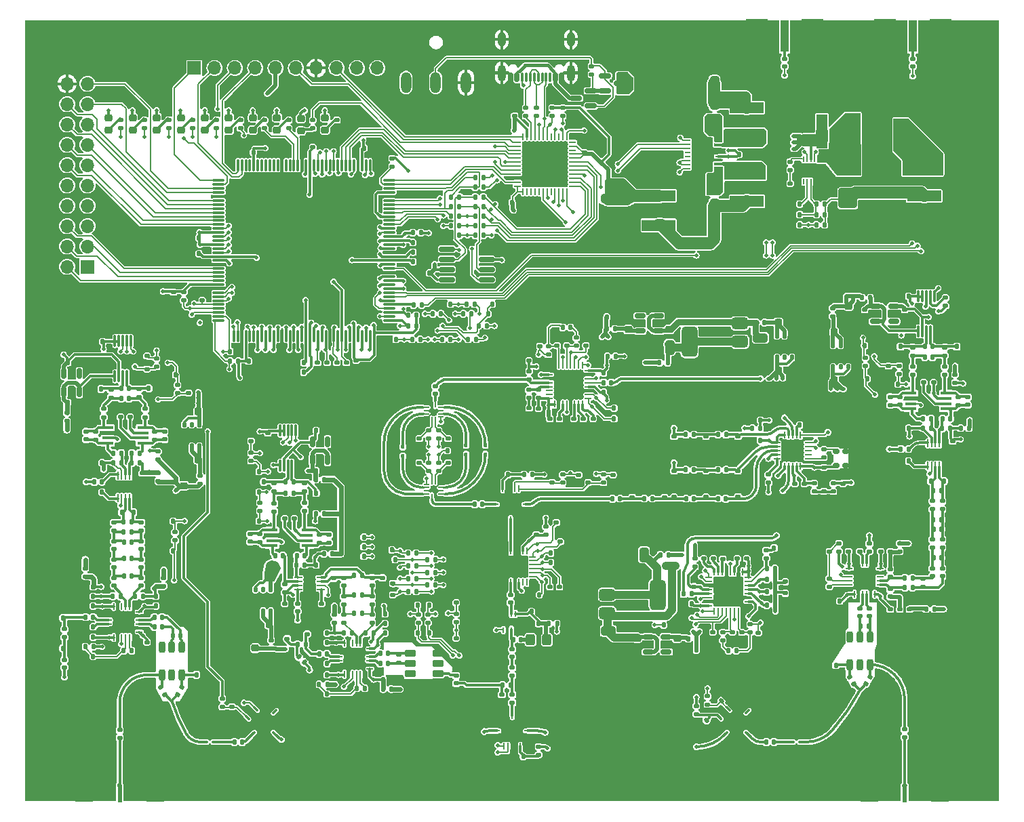
<source format=gbr>
%TF.GenerationSoftware,KiCad,Pcbnew,8.0.1*%
%TF.CreationDate,2024-03-24T21:42:04-04:00*%
%TF.ProjectId,VNA,564e412e-6b69-4636-9164-5f7063625858,rev?*%
%TF.SameCoordinates,PX535a28cPY8422900*%
%TF.FileFunction,Copper,L1,Top*%
%TF.FilePolarity,Positive*%
%FSLAX46Y46*%
G04 Gerber Fmt 4.6, Leading zero omitted, Abs format (unit mm)*
G04 Created by KiCad (PCBNEW 8.0.1) date 2024-03-24 21:42:04*
%MOMM*%
%LPD*%
G01*
G04 APERTURE LIST*
G04 Aperture macros list*
%AMRoundRect*
0 Rectangle with rounded corners*
0 $1 Rounding radius*
0 $2 $3 $4 $5 $6 $7 $8 $9 X,Y pos of 4 corners*
0 Add a 4 corners polygon primitive as box body*
4,1,4,$2,$3,$4,$5,$6,$7,$8,$9,$2,$3,0*
0 Add four circle primitives for the rounded corners*
1,1,$1+$1,$2,$3*
1,1,$1+$1,$4,$5*
1,1,$1+$1,$6,$7*
1,1,$1+$1,$8,$9*
0 Add four rect primitives between the rounded corners*
20,1,$1+$1,$2,$3,$4,$5,0*
20,1,$1+$1,$4,$5,$6,$7,0*
20,1,$1+$1,$6,$7,$8,$9,0*
20,1,$1+$1,$8,$9,$2,$3,0*%
%AMRotRect*
0 Rectangle, with rotation*
0 The origin of the aperture is its center*
0 $1 length*
0 $2 width*
0 $3 Rotation angle, in degrees counterclockwise*
0 Add horizontal line*
21,1,$1,$2,0,0,$3*%
G04 Aperture macros list end*
%TA.AperFunction,Conductor*%
%ADD10C,0.000000*%
%TD*%
%TA.AperFunction,SMDPad,CuDef*%
%ADD11RoundRect,0.140000X-0.140000X-0.170000X0.140000X-0.170000X0.140000X0.170000X-0.140000X0.170000X0*%
%TD*%
%TA.AperFunction,SMDPad,CuDef*%
%ADD12RoundRect,0.140000X0.170000X-0.140000X0.170000X0.140000X-0.170000X0.140000X-0.170000X-0.140000X0*%
%TD*%
%TA.AperFunction,SMDPad,CuDef*%
%ADD13RoundRect,0.140000X-0.170000X0.140000X-0.170000X-0.140000X0.170000X-0.140000X0.170000X0.140000X0*%
%TD*%
%TA.AperFunction,SMDPad,CuDef*%
%ADD14RoundRect,0.112500X-0.112500X0.202500X-0.112500X-0.202500X0.112500X-0.202500X0.112500X0.202500X0*%
%TD*%
%TA.AperFunction,SMDPad,CuDef*%
%ADD15R,1.050000X0.800000*%
%TD*%
%TA.AperFunction,SMDPad,CuDef*%
%ADD16RoundRect,0.135000X0.135000X0.185000X-0.135000X0.185000X-0.135000X-0.185000X0.135000X-0.185000X0*%
%TD*%
%TA.AperFunction,SMDPad,CuDef*%
%ADD17RoundRect,0.135000X-0.135000X-0.185000X0.135000X-0.185000X0.135000X0.185000X-0.135000X0.185000X0*%
%TD*%
%TA.AperFunction,SMDPad,CuDef*%
%ADD18RoundRect,0.135000X0.185000X-0.135000X0.185000X0.135000X-0.185000X0.135000X-0.185000X-0.135000X0*%
%TD*%
%TA.AperFunction,SMDPad,CuDef*%
%ADD19RoundRect,0.147500X-0.172500X0.147500X-0.172500X-0.147500X0.172500X-0.147500X0.172500X0.147500X0*%
%TD*%
%TA.AperFunction,SMDPad,CuDef*%
%ADD20RoundRect,0.140000X0.140000X0.170000X-0.140000X0.170000X-0.140000X-0.170000X0.140000X-0.170000X0*%
%TD*%
%TA.AperFunction,SMDPad,CuDef*%
%ADD21RoundRect,0.150000X-0.512500X-0.150000X0.512500X-0.150000X0.512500X0.150000X-0.512500X0.150000X0*%
%TD*%
%TA.AperFunction,SMDPad,CuDef*%
%ADD22RoundRect,0.250000X0.325000X0.650000X-0.325000X0.650000X-0.325000X-0.650000X0.325000X-0.650000X0*%
%TD*%
%TA.AperFunction,SMDPad,CuDef*%
%ADD23RoundRect,0.135000X-0.185000X0.135000X-0.185000X-0.135000X0.185000X-0.135000X0.185000X0.135000X0*%
%TD*%
%TA.AperFunction,SMDPad,CuDef*%
%ADD24RoundRect,0.225000X-0.225000X-0.250000X0.225000X-0.250000X0.225000X0.250000X-0.225000X0.250000X0*%
%TD*%
%TA.AperFunction,SMDPad,CuDef*%
%ADD25R,1.400000X4.200000*%
%TD*%
%TA.AperFunction,SMDPad,CuDef*%
%ADD26RoundRect,0.062500X0.350000X0.062500X-0.350000X0.062500X-0.350000X-0.062500X0.350000X-0.062500X0*%
%TD*%
%TA.AperFunction,SMDPad,CuDef*%
%ADD27RoundRect,0.062500X0.062500X0.350000X-0.062500X0.350000X-0.062500X-0.350000X0.062500X-0.350000X0*%
%TD*%
%TA.AperFunction,HeatsinkPad*%
%ADD28R,2.500000X2.500000*%
%TD*%
%TA.AperFunction,SMDPad,CuDef*%
%ADD29RoundRect,0.225000X0.225000X0.250000X-0.225000X0.250000X-0.225000X-0.250000X0.225000X-0.250000X0*%
%TD*%
%TA.AperFunction,SMDPad,CuDef*%
%ADD30RoundRect,0.147500X0.172500X-0.147500X0.172500X0.147500X-0.172500X0.147500X-0.172500X-0.147500X0*%
%TD*%
%TA.AperFunction,ComponentPad*%
%ADD31R,1.700000X1.700000*%
%TD*%
%TA.AperFunction,ComponentPad*%
%ADD32O,1.700000X1.700000*%
%TD*%
%TA.AperFunction,SMDPad,CuDef*%
%ADD33RoundRect,0.250000X0.325000X0.450000X-0.325000X0.450000X-0.325000X-0.450000X0.325000X-0.450000X0*%
%TD*%
%TA.AperFunction,SMDPad,CuDef*%
%ADD34RoundRect,0.200000X-0.500000X-0.200000X0.500000X-0.200000X0.500000X0.200000X-0.500000X0.200000X0*%
%TD*%
%TA.AperFunction,SMDPad,CuDef*%
%ADD35RoundRect,0.105975X0.105975X-0.179475X0.105975X0.179475X-0.105975X0.179475X-0.105975X-0.179475X0*%
%TD*%
%TA.AperFunction,SMDPad,CuDef*%
%ADD36RoundRect,0.218750X0.256250X-0.218750X0.256250X0.218750X-0.256250X0.218750X-0.256250X-0.218750X0*%
%TD*%
%TA.AperFunction,SMDPad,CuDef*%
%ADD37RoundRect,0.150000X0.150000X0.425000X-0.150000X0.425000X-0.150000X-0.425000X0.150000X-0.425000X0*%
%TD*%
%TA.AperFunction,SMDPad,CuDef*%
%ADD38RoundRect,0.075000X0.075000X0.500000X-0.075000X0.500000X-0.075000X-0.500000X0.075000X-0.500000X0*%
%TD*%
%TA.AperFunction,ComponentPad*%
%ADD39O,1.000000X2.100000*%
%TD*%
%TA.AperFunction,ComponentPad*%
%ADD40O,1.000000X1.800000*%
%TD*%
%TA.AperFunction,SMDPad,CuDef*%
%ADD41RoundRect,0.075000X0.075000X-0.662500X0.075000X0.662500X-0.075000X0.662500X-0.075000X-0.662500X0*%
%TD*%
%TA.AperFunction,SMDPad,CuDef*%
%ADD42RoundRect,0.075000X0.662500X-0.075000X0.662500X0.075000X-0.662500X0.075000X-0.662500X-0.075000X0*%
%TD*%
%TA.AperFunction,SMDPad,CuDef*%
%ADD43RoundRect,0.225000X-0.250000X0.225000X-0.250000X-0.225000X0.250000X-0.225000X0.250000X0.225000X0*%
%TD*%
%TA.AperFunction,SMDPad,CuDef*%
%ADD44RoundRect,0.250000X0.650000X-0.325000X0.650000X0.325000X-0.650000X0.325000X-0.650000X-0.325000X0*%
%TD*%
%TA.AperFunction,SMDPad,CuDef*%
%ADD45RoundRect,0.062500X0.412500X0.062500X-0.412500X0.062500X-0.412500X-0.062500X0.412500X-0.062500X0*%
%TD*%
%TA.AperFunction,HeatsinkPad*%
%ADD46R,1.450000X2.400000*%
%TD*%
%TA.AperFunction,SMDPad,CuDef*%
%ADD47R,1.450000X0.450000*%
%TD*%
%TA.AperFunction,SMDPad,CuDef*%
%ADD48RoundRect,0.147500X0.147500X0.172500X-0.147500X0.172500X-0.147500X-0.172500X0.147500X-0.172500X0*%
%TD*%
%TA.AperFunction,SMDPad,CuDef*%
%ADD49R,4.200000X1.400000*%
%TD*%
%TA.AperFunction,SMDPad,CuDef*%
%ADD50RoundRect,0.147500X-0.147500X-0.172500X0.147500X-0.172500X0.147500X0.172500X-0.147500X0.172500X0*%
%TD*%
%TA.AperFunction,SMDPad,CuDef*%
%ADD51R,0.250000X0.700000*%
%TD*%
%TA.AperFunction,SMDPad,CuDef*%
%ADD52R,2.380000X1.660000*%
%TD*%
%TA.AperFunction,SMDPad,CuDef*%
%ADD53RoundRect,0.140000X0.219203X0.021213X0.021213X0.219203X-0.219203X-0.021213X-0.021213X-0.219203X0*%
%TD*%
%TA.AperFunction,SMDPad,CuDef*%
%ADD54RoundRect,0.062500X0.062500X-0.375000X0.062500X0.375000X-0.062500X0.375000X-0.062500X-0.375000X0*%
%TD*%
%TA.AperFunction,SMDPad,CuDef*%
%ADD55RoundRect,0.062500X0.375000X-0.062500X0.375000X0.062500X-0.375000X0.062500X-0.375000X-0.062500X0*%
%TD*%
%TA.AperFunction,HeatsinkPad*%
%ADD56R,3.100000X3.100000*%
%TD*%
%TA.AperFunction,SMDPad,CuDef*%
%ADD57RoundRect,0.150000X0.587500X0.150000X-0.587500X0.150000X-0.587500X-0.150000X0.587500X-0.150000X0*%
%TD*%
%TA.AperFunction,SMDPad,CuDef*%
%ADD58RoundRect,0.225000X0.250000X-0.225000X0.250000X0.225000X-0.250000X0.225000X-0.250000X-0.225000X0*%
%TD*%
%TA.AperFunction,SMDPad,CuDef*%
%ADD59RoundRect,0.062500X-0.062500X0.350000X-0.062500X-0.350000X0.062500X-0.350000X0.062500X0.350000X0*%
%TD*%
%TA.AperFunction,SMDPad,CuDef*%
%ADD60RoundRect,0.062500X-0.350000X0.062500X-0.350000X-0.062500X0.350000X-0.062500X0.350000X0.062500X0*%
%TD*%
%TA.AperFunction,HeatsinkPad*%
%ADD61R,2.600000X2.600000*%
%TD*%
%TA.AperFunction,SMDPad,CuDef*%
%ADD62RoundRect,0.062500X0.062500X-0.412500X0.062500X0.412500X-0.062500X0.412500X-0.062500X-0.412500X0*%
%TD*%
%TA.AperFunction,HeatsinkPad*%
%ADD63R,2.400000X1.450000*%
%TD*%
%TA.AperFunction,SMDPad,CuDef*%
%ADD64RoundRect,0.135000X-0.092715X0.209413X-0.227715X-0.024413X0.092715X-0.209413X0.227715X0.024413X0*%
%TD*%
%TA.AperFunction,HeatsinkPad*%
%ADD65R,5.600000X5.600000*%
%TD*%
%TA.AperFunction,SMDPad,CuDef*%
%ADD66R,0.600000X2.100000*%
%TD*%
%TA.AperFunction,SMDPad,CuDef*%
%ADD67R,2.286000X5.080000*%
%TD*%
%TA.AperFunction,SMDPad,CuDef*%
%ADD68RoundRect,0.062500X-0.062500X0.375000X-0.062500X-0.375000X0.062500X-0.375000X0.062500X0.375000X0*%
%TD*%
%TA.AperFunction,SMDPad,CuDef*%
%ADD69RoundRect,0.062500X-0.375000X0.062500X-0.375000X-0.062500X0.375000X-0.062500X0.375000X0.062500X0*%
%TD*%
%TA.AperFunction,SMDPad,CuDef*%
%ADD70RoundRect,0.075000X0.075000X-0.650000X0.075000X0.650000X-0.075000X0.650000X-0.075000X-0.650000X0*%
%TD*%
%TA.AperFunction,SMDPad,CuDef*%
%ADD71RoundRect,0.140000X-0.021213X0.219203X-0.219203X0.021213X0.021213X-0.219203X0.219203X-0.021213X0*%
%TD*%
%TA.AperFunction,SMDPad,CuDef*%
%ADD72RoundRect,0.157500X0.255000X0.157500X-0.255000X0.157500X-0.255000X-0.157500X0.255000X-0.157500X0*%
%TD*%
%TA.AperFunction,SMDPad,CuDef*%
%ADD73RoundRect,0.062500X-0.350000X-0.062500X0.350000X-0.062500X0.350000X0.062500X-0.350000X0.062500X0*%
%TD*%
%TA.AperFunction,SMDPad,CuDef*%
%ADD74RoundRect,0.062500X-0.062500X-0.350000X0.062500X-0.350000X0.062500X0.350000X-0.062500X0.350000X0*%
%TD*%
%TA.AperFunction,SMDPad,CuDef*%
%ADD75RoundRect,0.150000X0.150000X-0.512500X0.150000X0.512500X-0.150000X0.512500X-0.150000X-0.512500X0*%
%TD*%
%TA.AperFunction,ComponentPad*%
%ADD76O,1.308000X2.616000*%
%TD*%
%TA.AperFunction,SMDPad,CuDef*%
%ADD77RoundRect,0.075000X0.225000X0.075000X-0.225000X0.075000X-0.225000X-0.075000X0.225000X-0.075000X0*%
%TD*%
%TA.AperFunction,SMDPad,CuDef*%
%ADD78RoundRect,0.087500X0.762500X0.087500X-0.762500X0.087500X-0.762500X-0.087500X0.762500X-0.087500X0*%
%TD*%
%TA.AperFunction,SMDPad,CuDef*%
%ADD79RoundRect,0.250000X-0.650000X0.325000X-0.650000X-0.325000X0.650000X-0.325000X0.650000X0.325000X0*%
%TD*%
%TA.AperFunction,SMDPad,CuDef*%
%ADD80RoundRect,0.150000X0.512500X0.150000X-0.512500X0.150000X-0.512500X-0.150000X0.512500X-0.150000X0*%
%TD*%
%TA.AperFunction,SMDPad,CuDef*%
%ADD81RoundRect,0.112500X0.112500X-0.202500X0.112500X0.202500X-0.112500X0.202500X-0.112500X-0.202500X0*%
%TD*%
%TA.AperFunction,SMDPad,CuDef*%
%ADD82RoundRect,0.075000X-0.075000X0.225000X-0.075000X-0.225000X0.075000X-0.225000X0.075000X0.225000X0*%
%TD*%
%TA.AperFunction,SMDPad,CuDef*%
%ADD83RoundRect,0.087500X-0.087500X0.762500X-0.087500X-0.762500X0.087500X-0.762500X0.087500X0.762500X0*%
%TD*%
%TA.AperFunction,SMDPad,CuDef*%
%ADD84RoundRect,0.135000X-0.227715X0.024413X-0.092715X-0.209413X0.227715X-0.024413X0.092715X0.209413X0*%
%TD*%
%TA.AperFunction,SMDPad,CuDef*%
%ADD85R,1.000000X4.000000*%
%TD*%
%TA.AperFunction,SMDPad,CuDef*%
%ADD86R,2.667000X4.191000*%
%TD*%
%TA.AperFunction,SMDPad,CuDef*%
%ADD87RoundRect,0.250000X0.900000X-1.000000X0.900000X1.000000X-0.900000X1.000000X-0.900000X-1.000000X0*%
%TD*%
%TA.AperFunction,SMDPad,CuDef*%
%ADD88RoundRect,0.100000X0.000010X-0.244000X0.000010X0.244000X-0.000010X0.244000X-0.000010X-0.244000X0*%
%TD*%
%TA.AperFunction,SMDPad,CuDef*%
%ADD89RoundRect,0.100000X0.244000X0.000010X-0.244000X0.000010X-0.244000X-0.000010X0.244000X-0.000010X0*%
%TD*%
%TA.AperFunction,SMDPad,CuDef*%
%ADD90R,0.760000X0.760000*%
%TD*%
%TA.AperFunction,SMDPad,CuDef*%
%ADD91RoundRect,0.375000X0.625000X0.375000X-0.625000X0.375000X-0.625000X-0.375000X0.625000X-0.375000X0*%
%TD*%
%TA.AperFunction,SMDPad,CuDef*%
%ADD92RoundRect,0.500000X0.500000X1.400000X-0.500000X1.400000X-0.500000X-1.400000X0.500000X-1.400000X0*%
%TD*%
%TA.AperFunction,SMDPad,CuDef*%
%ADD93RoundRect,0.150000X0.825000X0.150000X-0.825000X0.150000X-0.825000X-0.150000X0.825000X-0.150000X0*%
%TD*%
%TA.AperFunction,SMDPad,CuDef*%
%ADD94RoundRect,0.062500X-0.062500X0.300000X-0.062500X-0.300000X0.062500X-0.300000X0.062500X0.300000X0*%
%TD*%
%TA.AperFunction,HeatsinkPad*%
%ADD95R,1.600000X0.900000*%
%TD*%
%TA.AperFunction,SMDPad,CuDef*%
%ADD96RoundRect,0.100000X-0.000010X0.244000X-0.000010X-0.244000X0.000010X-0.244000X0.000010X0.244000X0*%
%TD*%
%TA.AperFunction,SMDPad,CuDef*%
%ADD97RoundRect,0.100000X-0.244000X-0.000010X0.244000X-0.000010X0.244000X0.000010X-0.244000X0.000010X0*%
%TD*%
%TA.AperFunction,SMDPad,CuDef*%
%ADD98RoundRect,0.200000X-0.200000X0.500000X-0.200000X-0.500000X0.200000X-0.500000X0.200000X0.500000X0*%
%TD*%
%TA.AperFunction,SMDPad,CuDef*%
%ADD99RoundRect,0.150000X-0.587500X-0.150000X0.587500X-0.150000X0.587500X0.150000X-0.587500X0.150000X0*%
%TD*%
%TA.AperFunction,SMDPad,CuDef*%
%ADD100RoundRect,0.062500X-0.203293X-0.291682X0.291682X0.203293X0.203293X0.291682X-0.291682X-0.203293X0*%
%TD*%
%TA.AperFunction,SMDPad,CuDef*%
%ADD101RoundRect,0.062500X0.203293X-0.291682X0.291682X-0.203293X-0.203293X0.291682X-0.291682X0.203293X0*%
%TD*%
%TA.AperFunction,HeatsinkPad*%
%ADD102RotRect,2.500000X2.500000X45.000000*%
%TD*%
%TA.AperFunction,SMDPad,CuDef*%
%ADD103R,0.700000X0.250000*%
%TD*%
%TA.AperFunction,SMDPad,CuDef*%
%ADD104R,2.440000X4.340000*%
%TD*%
%TA.AperFunction,SMDPad,CuDef*%
%ADD105RoundRect,0.062500X0.337500X0.062500X-0.337500X0.062500X-0.337500X-0.062500X0.337500X-0.062500X0*%
%TD*%
%TA.AperFunction,SMDPad,CuDef*%
%ADD106RoundRect,0.062500X0.062500X0.337500X-0.062500X0.337500X-0.062500X-0.337500X0.062500X-0.337500X0*%
%TD*%
%TA.AperFunction,HeatsinkPad*%
%ADD107R,2.700000X2.700000*%
%TD*%
%TA.AperFunction,SMDPad,CuDef*%
%ADD108RoundRect,0.140000X0.021213X-0.219203X0.219203X-0.021213X-0.021213X0.219203X-0.219203X0.021213X0*%
%TD*%
%TA.AperFunction,SMDPad,CuDef*%
%ADD109RoundRect,0.375000X-0.625000X-0.375000X0.625000X-0.375000X0.625000X0.375000X-0.625000X0.375000X0*%
%TD*%
%TA.AperFunction,SMDPad,CuDef*%
%ADD110RoundRect,0.500000X-0.500000X-1.400000X0.500000X-1.400000X0.500000X1.400000X-0.500000X1.400000X0*%
%TD*%
%TA.AperFunction,ViaPad*%
%ADD111C,0.500000*%
%TD*%
%TA.AperFunction,ViaPad*%
%ADD112C,4.500000*%
%TD*%
%TA.AperFunction,ViaPad*%
%ADD113C,0.600000*%
%TD*%
%TA.AperFunction,Conductor*%
%ADD114C,0.200000*%
%TD*%
%TA.AperFunction,Conductor*%
%ADD115C,0.180000*%
%TD*%
%TA.AperFunction,Conductor*%
%ADD116C,0.350000*%
%TD*%
%TA.AperFunction,Conductor*%
%ADD117C,0.300000*%
%TD*%
%TA.AperFunction,Conductor*%
%ADD118C,0.500000*%
%TD*%
%TA.AperFunction,Conductor*%
%ADD119C,0.812800*%
%TD*%
%TA.AperFunction,Conductor*%
%ADD120C,1.500000*%
%TD*%
%TA.AperFunction,Conductor*%
%ADD121C,0.150000*%
%TD*%
%TA.AperFunction,Conductor*%
%ADD122C,0.600000*%
%TD*%
%TA.AperFunction,Conductor*%
%ADD123C,0.800000*%
%TD*%
%TA.AperFunction,Conductor*%
%ADD124C,1.000000*%
%TD*%
%TA.AperFunction,Conductor*%
%ADD125C,0.400000*%
%TD*%
%TA.AperFunction,Conductor*%
%ADD126C,0.250000*%
%TD*%
G04 APERTURE END LIST*
D10*
%TA.AperFunction,Conductor*%
G36*
X51150000Y35875000D02*
G01*
X50850000Y35875000D01*
X50900000Y36050000D01*
X51100000Y36050000D01*
X51150000Y35875000D01*
G37*
%TD.AperFunction*%
%TA.AperFunction,Conductor*%
G36*
X50075000Y46700000D02*
G01*
X50075000Y46500000D01*
X49775000Y46425000D01*
X49775000Y46750000D01*
X50075000Y46700000D01*
G37*
%TD.AperFunction*%
%TA.AperFunction,Conductor*%
G36*
X50025000Y37500000D02*
G01*
X50025000Y37300000D01*
X49700000Y37225000D01*
X49700000Y37575000D01*
X50025000Y37500000D01*
G37*
%TD.AperFunction*%
%TA.AperFunction,Conductor*%
G36*
X50025000Y36700000D02*
G01*
X50025000Y36500000D01*
X49800000Y36450000D01*
X49800000Y36775000D01*
X50025000Y36700000D01*
G37*
%TD.AperFunction*%
%TA.AperFunction,Conductor*%
G36*
X51500000Y47975000D02*
G01*
X51300000Y47975000D01*
X51250000Y48300000D01*
X51550000Y48300000D01*
X51500000Y47975000D01*
G37*
%TD.AperFunction*%
%TA.AperFunction,Conductor*%
G36*
X50050000Y47500000D02*
G01*
X50050000Y47300000D01*
X49775000Y47225000D01*
X49775000Y47550000D01*
X50050000Y47500000D01*
G37*
%TD.AperFunction*%
%TA.AperFunction,Conductor*%
G36*
X52750000Y36425000D02*
G01*
X52350000Y36500000D01*
X52350000Y36700000D01*
X52750000Y36775000D01*
X52750000Y36425000D01*
G37*
%TD.AperFunction*%
%TA.AperFunction,Conductor*%
G36*
X52550000Y46425000D02*
G01*
X52375000Y46500000D01*
X52375000Y46700000D01*
X52550000Y46750000D01*
X52550000Y46425000D01*
G37*
%TD.AperFunction*%
%TA.AperFunction,Conductor*%
G36*
X52575000Y47250000D02*
G01*
X52375000Y47300000D01*
X52375000Y47500000D01*
X52575000Y47550000D01*
X52575000Y47250000D01*
G37*
%TD.AperFunction*%
%TA.AperFunction,Conductor*%
G36*
X52700000Y37225000D02*
G01*
X52375000Y37300000D01*
X52375000Y37500000D01*
X52675000Y37550000D01*
X52700000Y37225000D01*
G37*
%TD.AperFunction*%
D11*
X16520000Y23800000D03*
X17480000Y23800000D03*
D12*
X64000000Y31520000D03*
X64000000Y32480000D03*
D13*
X85200000Y43780000D03*
X85200000Y42820000D03*
D14*
X95950000Y56340000D03*
X95000000Y56340000D03*
X94050000Y56340000D03*
X94050000Y53660000D03*
X95000000Y53660000D03*
X95950000Y53660000D03*
D15*
X95525000Y55400000D03*
X94475000Y55400000D03*
X95525000Y54600000D03*
X94475000Y54600000D03*
D16*
X87710000Y44000000D03*
X86690000Y44000000D03*
D17*
X41590000Y12300000D03*
X42610000Y12300000D03*
D18*
X51800000Y39490000D03*
X51800000Y40510000D03*
D19*
X44790000Y26115000D03*
X44790000Y25145000D03*
D20*
X50680000Y64200000D03*
X49720000Y64200000D03*
D21*
X106362500Y60050000D03*
X106362500Y59100000D03*
X106362500Y58150000D03*
X108637500Y58150000D03*
X108637500Y60050000D03*
D12*
X95700000Y74420000D03*
X95700000Y75380000D03*
D22*
X86275000Y72600000D03*
X83325000Y72600000D03*
D20*
X42230000Y21650000D03*
X41270000Y21650000D03*
D23*
X22300000Y61810000D03*
X22300000Y60790000D03*
D20*
X8680000Y23800000D03*
X7720000Y23800000D03*
D24*
X29125000Y26300000D03*
X30675000Y26300000D03*
D11*
X63420000Y21900000D03*
X64380000Y21900000D03*
D20*
X49180000Y22700000D03*
X48220000Y22700000D03*
D11*
X109520000Y42200000D03*
X110480000Y42200000D03*
X16520000Y22600000D03*
X17480000Y22600000D03*
D13*
X40300000Y52980000D03*
X40300000Y52020000D03*
D17*
X47990000Y26000000D03*
X49010000Y26000000D03*
D25*
X99650000Y81900000D03*
X103350000Y81900000D03*
D26*
X62937500Y6000000D03*
X62937500Y6500000D03*
X62937500Y7000000D03*
X62937500Y7500000D03*
X62937500Y8000000D03*
D27*
X62000000Y8937500D03*
X61500000Y8937500D03*
X61000000Y8937500D03*
X60500000Y8937500D03*
X60000000Y8937500D03*
D26*
X59062500Y8000000D03*
X59062500Y7500000D03*
X59062500Y7000000D03*
X59062500Y6500000D03*
X59062500Y6000000D03*
D27*
X60000000Y5062500D03*
X60500000Y5062500D03*
X61000000Y5062500D03*
X61500000Y5062500D03*
X62000000Y5062500D03*
D28*
X61000000Y7000000D03*
D11*
X5520000Y53000000D03*
X6480000Y53000000D03*
D18*
X54000000Y20590000D03*
X54000000Y21610000D03*
D29*
X102775000Y56800000D03*
X101225000Y56800000D03*
D11*
X48620000Y66800000D03*
X49580000Y66800000D03*
D16*
X4910000Y17300000D03*
X3890000Y17300000D03*
D20*
X83980000Y17100000D03*
X83020000Y17100000D03*
D16*
X8710000Y17500000D03*
X7690000Y17500000D03*
D12*
X66600000Y55120000D03*
X66600000Y56080000D03*
D20*
X49180000Y19200000D03*
X48220000Y19200000D03*
D22*
X109475000Y80000000D03*
X106525000Y80000000D03*
D23*
X84000000Y10110000D03*
X84000000Y9090000D03*
D16*
X35210000Y17800000D03*
X34190000Y17800000D03*
D13*
X15400000Y52180000D03*
X15400000Y51220000D03*
D12*
X5100000Y14920000D03*
X5100000Y15880000D03*
D30*
X40000000Y25115000D03*
X40000000Y26085000D03*
D23*
X64000000Y84810000D03*
X64000000Y83790000D03*
D16*
X87710000Y39600000D03*
X86690000Y39600000D03*
D31*
X21298900Y89803600D03*
D32*
X23838900Y89803600D03*
X26378900Y89803600D03*
X28918900Y89803600D03*
X31458900Y89803600D03*
X33998900Y89803600D03*
X36538900Y89803600D03*
X39078900Y89803600D03*
X41618900Y89803600D03*
X44158900Y89803600D03*
D12*
X46100000Y25420000D03*
X46100000Y26380000D03*
D13*
X73600000Y38980000D03*
X73600000Y38020000D03*
D12*
X61300000Y83820000D03*
X61300000Y84780000D03*
D13*
X64468900Y56023600D03*
X64468900Y55063600D03*
D23*
X22000000Y38910000D03*
X22000000Y37890000D03*
D22*
X86275000Y87900000D03*
X83325000Y87900000D03*
D16*
X101410000Y15200000D03*
X100390000Y15200000D03*
D12*
X96300000Y36920000D03*
X96300000Y37880000D03*
D11*
X105020000Y55100000D03*
X105980000Y55100000D03*
D33*
X65325000Y18400000D03*
X63275000Y18400000D03*
D23*
X15100000Y83310000D03*
X15100000Y82290000D03*
D13*
X54000000Y18580000D03*
X54000000Y17620000D03*
D12*
X104400000Y21320000D03*
X104400000Y22280000D03*
D11*
X8720000Y49700000D03*
X9680000Y49700000D03*
D17*
X92790000Y22700000D03*
X93810000Y22700000D03*
D16*
X115710000Y44800000D03*
X114690000Y44800000D03*
D20*
X64280000Y20400000D03*
X63320000Y20400000D03*
D18*
X16600000Y52490000D03*
X16600000Y53510000D03*
X72400000Y37990000D03*
X72400000Y39010000D03*
D11*
X112520000Y53700000D03*
X113480000Y53700000D03*
D17*
X44890000Y12200000D03*
X45910000Y12200000D03*
D20*
X42480000Y30000000D03*
X41520000Y30000000D03*
D13*
X65700000Y45980000D03*
X65700000Y45020000D03*
D34*
X48285000Y14150000D03*
X48285000Y15400000D03*
X48285000Y16650000D03*
X51715000Y16650000D03*
X51715000Y15400000D03*
X51715000Y14150000D03*
D12*
X11300000Y25120000D03*
X11300000Y26080000D03*
X110000000Y6220000D03*
X110000000Y7180000D03*
D11*
X15620000Y49800000D03*
X16580000Y49800000D03*
D12*
X54000000Y12920000D03*
X54000000Y13880000D03*
D17*
X50390000Y25200000D03*
X51410000Y25200000D03*
D13*
X60800000Y23980000D03*
X60800000Y23020000D03*
D16*
X114610000Y37000000D03*
X113590000Y37000000D03*
D13*
X92725000Y29530000D03*
X92725000Y28570000D03*
D20*
X73380000Y50500000D03*
X72420000Y50500000D03*
D13*
X110600000Y22180000D03*
X110600000Y21220000D03*
D23*
X31300000Y37910000D03*
X31300000Y36890000D03*
D35*
X47350000Y41300400D03*
X48050000Y41300400D03*
X48050000Y42499600D03*
X47350000Y42499600D03*
D36*
X10620000Y82032500D03*
X10620000Y83607500D03*
D18*
X9000000Y43390000D03*
X9000000Y44410000D03*
D16*
X53310000Y55900000D03*
X52290000Y55900000D03*
D18*
X50600000Y39490000D03*
X50600000Y40510000D03*
D20*
X28678900Y79283600D03*
X27718900Y79283600D03*
D37*
X67198900Y88623600D03*
X66398900Y88623600D03*
D38*
X65248900Y88623600D03*
X64248900Y88623600D03*
X63748900Y88623600D03*
X62748900Y88623600D03*
D37*
X61598900Y88623600D03*
X60798900Y88623600D03*
X60798900Y88623600D03*
X61598900Y88623600D03*
D38*
X62248900Y88623600D03*
X63248900Y88623600D03*
X64748900Y88623600D03*
X65748900Y88623600D03*
D37*
X66398900Y88623600D03*
X67198900Y88623600D03*
D39*
X68318900Y89198600D03*
D40*
X68318900Y93378600D03*
D39*
X59678900Y89198600D03*
D40*
X59678900Y93378600D03*
D41*
X26250000Y56337500D03*
X26750000Y56337500D03*
X27250000Y56337500D03*
X27750000Y56337500D03*
X28250000Y56337500D03*
X28750000Y56337500D03*
X29250000Y56337500D03*
X29750000Y56337500D03*
X30250000Y56337500D03*
X30750000Y56337500D03*
X31250000Y56337500D03*
X31750000Y56337500D03*
X32250000Y56337500D03*
X32750000Y56337500D03*
X33250000Y56337500D03*
X33750000Y56337500D03*
X34250000Y56337500D03*
X34750000Y56337500D03*
X35250000Y56337500D03*
X35750000Y56337500D03*
X36250000Y56337500D03*
X36750000Y56337500D03*
X37250000Y56337500D03*
X37750000Y56337500D03*
X38250000Y56337500D03*
X38750000Y56337500D03*
X39250000Y56337500D03*
X39750000Y56337500D03*
X40250000Y56337500D03*
X40750000Y56337500D03*
X41250000Y56337500D03*
X41750000Y56337500D03*
X42250000Y56337500D03*
X42750000Y56337500D03*
X43250000Y56337500D03*
X43750000Y56337500D03*
D42*
X45662500Y58250000D03*
X45662500Y58750000D03*
X45662500Y59250000D03*
X45662500Y59750000D03*
X45662500Y60250000D03*
X45662500Y60750000D03*
X45662500Y61250000D03*
X45662500Y61750000D03*
X45662500Y62250000D03*
X45662500Y62750000D03*
X45662500Y63250000D03*
X45662500Y63750000D03*
X45662500Y64250000D03*
X45662500Y64750000D03*
X45662500Y65250000D03*
X45662500Y65750000D03*
X45662500Y66250000D03*
X45662500Y66750000D03*
X45662500Y67250000D03*
X45662500Y67750000D03*
X45662500Y68250000D03*
X45662500Y68750000D03*
X45662500Y69250000D03*
X45662500Y69750000D03*
X45662500Y70250000D03*
X45662500Y70750000D03*
X45662500Y71250000D03*
X45662500Y71750000D03*
X45662500Y72250000D03*
X45662500Y72750000D03*
X45662500Y73250000D03*
X45662500Y73750000D03*
X45662500Y74250000D03*
X45662500Y74750000D03*
X45662500Y75250000D03*
X45662500Y75750000D03*
D41*
X43750000Y77662500D03*
X43250000Y77662500D03*
X42750000Y77662500D03*
X42250000Y77662500D03*
X41750000Y77662500D03*
X41250000Y77662500D03*
X40750000Y77662500D03*
X40250000Y77662500D03*
X39750000Y77662500D03*
X39250000Y77662500D03*
X38750000Y77662500D03*
X38250000Y77662500D03*
X37750000Y77662500D03*
X37250000Y77662500D03*
X36750000Y77662500D03*
X36250000Y77662500D03*
X35750000Y77662500D03*
X35250000Y77662500D03*
X34750000Y77662500D03*
X34250000Y77662500D03*
X33750000Y77662500D03*
X33250000Y77662500D03*
X32750000Y77662500D03*
X32250000Y77662500D03*
X31750000Y77662500D03*
X31250000Y77662500D03*
X30750000Y77662500D03*
X30250000Y77662500D03*
X29750000Y77662500D03*
X29250000Y77662500D03*
X28750000Y77662500D03*
X28250000Y77662500D03*
X27750000Y77662500D03*
X27250000Y77662500D03*
X26750000Y77662500D03*
X26250000Y77662500D03*
D42*
X24337500Y75750000D03*
X24337500Y75250000D03*
X24337500Y74750000D03*
X24337500Y74250000D03*
X24337500Y73750000D03*
X24337500Y73250000D03*
X24337500Y72750000D03*
X24337500Y72250000D03*
X24337500Y71750000D03*
X24337500Y71250000D03*
X24337500Y70750000D03*
X24337500Y70250000D03*
X24337500Y69750000D03*
X24337500Y69250000D03*
X24337500Y68750000D03*
X24337500Y68250000D03*
X24337500Y67750000D03*
X24337500Y67250000D03*
X24337500Y66750000D03*
X24337500Y66250000D03*
X24337500Y65750000D03*
X24337500Y65250000D03*
X24337500Y64750000D03*
X24337500Y64250000D03*
X24337500Y63750000D03*
X24337500Y63250000D03*
X24337500Y62750000D03*
X24337500Y62250000D03*
X24337500Y61750000D03*
X24337500Y61250000D03*
X24337500Y60750000D03*
X24337500Y60250000D03*
X24337500Y59750000D03*
X24337500Y59250000D03*
X24337500Y58750000D03*
X24337500Y58250000D03*
D11*
X95920000Y72800000D03*
X96880000Y72800000D03*
D20*
X60480000Y39000000D03*
X59520000Y39000000D03*
D30*
X40000000Y22815000D03*
X40000000Y23785000D03*
D20*
X45980000Y29600000D03*
X45020000Y29600000D03*
D43*
X20000000Y39175000D03*
X20000000Y37625000D03*
D20*
X42480000Y31200000D03*
X41520000Y31200000D03*
X12180000Y41700000D03*
X11220000Y41700000D03*
D12*
X104400000Y29420000D03*
X104400000Y30380000D03*
D20*
X109180000Y50300000D03*
X108220000Y50300000D03*
D11*
X52920000Y42000000D03*
X53880000Y42000000D03*
D20*
X99980000Y72800000D03*
X99020000Y72800000D03*
D23*
X61000000Y11510000D03*
X61000000Y10490000D03*
D18*
X116300000Y50490000D03*
X116300000Y51510000D03*
D16*
X91998900Y44813600D03*
X90978900Y44813600D03*
D11*
X44920000Y13400000D03*
X45880000Y13400000D03*
D44*
X108500000Y74225000D03*
X108500000Y77175000D03*
D45*
X37100000Y24650000D03*
X37100000Y25150000D03*
X37100000Y25650000D03*
X37100000Y26150000D03*
X34300000Y26150000D03*
X34300000Y25650000D03*
X34300000Y25150000D03*
X34300000Y24650000D03*
D46*
X35700000Y25400000D03*
D47*
X35400000Y30125000D03*
X35400000Y30775000D03*
X35400000Y31425000D03*
X35400000Y32075000D03*
X31000000Y32075000D03*
X31000000Y31425000D03*
X31000000Y30775000D03*
X31000000Y30125000D03*
D48*
X43685000Y19200000D03*
X42715000Y19200000D03*
D11*
X45120000Y19200000D03*
X46080000Y19200000D03*
D18*
X83800000Y27490000D03*
X83800000Y28510000D03*
X109400000Y29390000D03*
X109400000Y30410000D03*
D49*
X90300000Y81150000D03*
X90300000Y84850000D03*
D50*
X11115000Y23800000D03*
X12085000Y23800000D03*
D30*
X43500000Y25115000D03*
X43500000Y26085000D03*
D11*
X32720000Y38100000D03*
X33680000Y38100000D03*
D22*
X86275000Y83000000D03*
X83325000Y83000000D03*
D51*
X97375000Y75600000D03*
X97825000Y75600000D03*
X98275000Y75600000D03*
X98725000Y75600000D03*
X99175000Y75600000D03*
X99625000Y75600000D03*
X99625000Y78400000D03*
X99175000Y78400000D03*
X98725000Y78400000D03*
X98275000Y78400000D03*
X97825000Y78400000D03*
X97375000Y78400000D03*
D52*
X98500000Y77000000D03*
D11*
X8820000Y36800000D03*
X9780000Y36800000D03*
D43*
X81600000Y18575000D03*
X81600000Y17025000D03*
D17*
X25790000Y53200000D03*
X26810000Y53200000D03*
D29*
X102775000Y50800000D03*
X101225000Y50800000D03*
D18*
X62700000Y83790000D03*
X62700000Y84810000D03*
D12*
X70200000Y55120000D03*
X70200000Y56080000D03*
D53*
X35039411Y15560589D03*
X34360589Y16239411D03*
D23*
X93000000Y39010000D03*
X93000000Y37990000D03*
D18*
X68700000Y44990000D03*
X68700000Y46010000D03*
D36*
X25620000Y82032500D03*
X25620000Y83607500D03*
D20*
X83380000Y22900000D03*
X82420000Y22900000D03*
D11*
X92720000Y5600000D03*
X93680000Y5600000D03*
D23*
X114700000Y35710000D03*
X114700000Y34690000D03*
D18*
X101800000Y29390000D03*
X101800000Y30410000D03*
D11*
X45120000Y20400000D03*
X46080000Y20400000D03*
D13*
X13300000Y47180000D03*
X13300000Y46220000D03*
D18*
X53000000Y43490000D03*
X53000000Y44510000D03*
D11*
X36920000Y11600000D03*
X37880000Y11600000D03*
D23*
X87300000Y29510000D03*
X87300000Y28490000D03*
D12*
X95100000Y25620000D03*
X95100000Y26580000D03*
D54*
X86250000Y21962500D03*
X86750000Y21962500D03*
X87250000Y21962500D03*
X87750000Y21962500D03*
X88250000Y21962500D03*
X88750000Y21962500D03*
X89250000Y21962500D03*
X89750000Y21962500D03*
D55*
X90437500Y22650000D03*
X90437500Y23150000D03*
X90437500Y23650000D03*
X90437500Y24150000D03*
X90437500Y24650000D03*
X90437500Y25150000D03*
X90437500Y25650000D03*
X90437500Y26150000D03*
D54*
X89750000Y26837500D03*
X89250000Y26837500D03*
X88750000Y26837500D03*
X88250000Y26837500D03*
X87750000Y26837500D03*
X87250000Y26837500D03*
X86750000Y26837500D03*
X86250000Y26837500D03*
D55*
X85562500Y26150000D03*
X85562500Y25650000D03*
X85562500Y25150000D03*
X85562500Y24650000D03*
X85562500Y24150000D03*
X85562500Y23650000D03*
X85562500Y23150000D03*
X85562500Y22650000D03*
D56*
X88000000Y24400000D03*
D57*
X70816400Y85063600D03*
X70816400Y86963600D03*
X68941400Y86013600D03*
D58*
X103000000Y58525000D03*
X103000000Y60075000D03*
D20*
X32380000Y28900000D03*
X31420000Y28900000D03*
D17*
X116990000Y44800000D03*
X118010000Y44800000D03*
X98990000Y71500000D03*
X100010000Y71500000D03*
D13*
X71100000Y45980000D03*
X71100000Y45020000D03*
D18*
X28400000Y40690000D03*
X28400000Y41710000D03*
D59*
X62850000Y29437500D03*
X62350000Y29437500D03*
X61850000Y29437500D03*
X61350000Y29437500D03*
X60850000Y29437500D03*
X60350000Y29437500D03*
D60*
X59662500Y28750000D03*
X59662500Y28250000D03*
X59662500Y27750000D03*
X59662500Y27250000D03*
X59662500Y26750000D03*
X59662500Y26250000D03*
D59*
X60350000Y25562500D03*
X60850000Y25562500D03*
X61350000Y25562500D03*
X61850000Y25562500D03*
X62350000Y25562500D03*
X62850000Y25562500D03*
D60*
X63537500Y26250000D03*
X63537500Y26750000D03*
X63537500Y27250000D03*
X63537500Y27750000D03*
X63537500Y28250000D03*
X63537500Y28750000D03*
D61*
X61600000Y27500000D03*
D30*
X114700000Y29915000D03*
X114700000Y30885000D03*
D12*
X89200000Y36220000D03*
X89200000Y37180000D03*
D23*
X50600000Y44510000D03*
X50600000Y43490000D03*
D13*
X69300000Y38980000D03*
X69300000Y38020000D03*
D62*
X112850000Y40100000D03*
X113350000Y40100000D03*
X113850000Y40100000D03*
X114350000Y40100000D03*
X114350000Y42900000D03*
X113850000Y42900000D03*
X113350000Y42900000D03*
X112850000Y42900000D03*
D63*
X113600000Y41500000D03*
D30*
X11300000Y27415000D03*
X11300000Y28385000D03*
D17*
X72890000Y53800000D03*
X73910000Y53800000D03*
D20*
X13480000Y26300000D03*
X12520000Y26300000D03*
D35*
X55250000Y41500400D03*
X55950000Y41500400D03*
X55950000Y42699600D03*
X55250000Y42699600D03*
D11*
X110020000Y26100000D03*
X110980000Y26100000D03*
X28120000Y53200000D03*
X29080000Y53200000D03*
D12*
X14800000Y38220000D03*
X14800000Y39180000D03*
D13*
X97500000Y37880000D03*
X97500000Y36920000D03*
D18*
X20000000Y60790000D03*
X20000000Y61810000D03*
D11*
X109520000Y61300000D03*
X110480000Y61300000D03*
D58*
X75500000Y57125000D03*
X75500000Y58675000D03*
D16*
X49510000Y55900000D03*
X48490000Y55900000D03*
D12*
X108200000Y29420000D03*
X108200000Y30380000D03*
D11*
X50620000Y22700000D03*
X51580000Y22700000D03*
D64*
X19755000Y12441673D03*
X19245000Y11558327D03*
D48*
X62085000Y18400000D03*
X61115000Y18400000D03*
D54*
X62350000Y74362500D03*
X62850000Y74362500D03*
X63350000Y74362500D03*
X63850000Y74362500D03*
X64350000Y74362500D03*
X64850000Y74362500D03*
X65350000Y74362500D03*
X65850000Y74362500D03*
X66350000Y74362500D03*
X66850000Y74362500D03*
X67350000Y74362500D03*
X67850000Y74362500D03*
D55*
X68537500Y75050000D03*
X68537500Y75550000D03*
X68537500Y76050000D03*
X68537500Y76550000D03*
X68537500Y77050000D03*
X68537500Y77550000D03*
X68537500Y78050000D03*
X68537500Y78550000D03*
X68537500Y79050000D03*
X68537500Y79550000D03*
X68537500Y80050000D03*
X68537500Y80550000D03*
D54*
X67850000Y81237500D03*
X67350000Y81237500D03*
X66850000Y81237500D03*
X66350000Y81237500D03*
X65850000Y81237500D03*
X65350000Y81237500D03*
X64850000Y81237500D03*
X64350000Y81237500D03*
X63850000Y81237500D03*
X63350000Y81237500D03*
X62850000Y81237500D03*
X62350000Y81237500D03*
D55*
X61662500Y80550000D03*
X61662500Y80050000D03*
X61662500Y79550000D03*
X61662500Y79050000D03*
X61662500Y78550000D03*
X61662500Y78050000D03*
X61662500Y77550000D03*
X61662500Y77050000D03*
X61662500Y76550000D03*
X61662500Y76050000D03*
X61662500Y75550000D03*
X61662500Y75050000D03*
D65*
X65100000Y77800000D03*
D16*
X14510000Y40500000D03*
X13490000Y40500000D03*
D12*
X12000000Y6120000D03*
X12000000Y7080000D03*
D18*
X108200000Y47690000D03*
X108200000Y48710000D03*
D17*
X48588900Y69253600D03*
X49608900Y69253600D03*
D13*
X46100000Y23980000D03*
X46100000Y23020000D03*
D66*
X12000000Y-900000D03*
D67*
X7580400Y665400D03*
X16419600Y665400D03*
D20*
X64380000Y24000000D03*
X63420000Y24000000D03*
D17*
X47990000Y58900000D03*
X49010000Y58900000D03*
D68*
X69800000Y52687500D03*
X69300000Y52687500D03*
X68800000Y52687500D03*
X68300000Y52687500D03*
X67800000Y52687500D03*
X67300000Y52687500D03*
X66800000Y52687500D03*
X66300000Y52687500D03*
D69*
X65612500Y52000000D03*
X65612500Y51500000D03*
X65612500Y51000000D03*
X65612500Y50500000D03*
X65612500Y50000000D03*
X65612500Y49500000D03*
X65612500Y49000000D03*
X65612500Y48500000D03*
D68*
X66300000Y47812500D03*
X66800000Y47812500D03*
X67300000Y47812500D03*
X67800000Y47812500D03*
X68300000Y47812500D03*
X68800000Y47812500D03*
X69300000Y47812500D03*
X69800000Y47812500D03*
D69*
X70487500Y48500000D03*
X70487500Y49000000D03*
X70487500Y49500000D03*
X70487500Y50000000D03*
X70487500Y50500000D03*
X70487500Y51000000D03*
X70487500Y51500000D03*
X70487500Y52000000D03*
D56*
X68050000Y50250000D03*
D16*
X54410000Y70100000D03*
X53390000Y70100000D03*
D24*
X29125000Y20300000D03*
X30675000Y20300000D03*
D13*
X64300000Y47280000D03*
X64300000Y46320000D03*
X109400000Y22180000D03*
X109400000Y21220000D03*
D12*
X112300000Y25020000D03*
X112300000Y25980000D03*
D23*
X36900000Y31510000D03*
X36900000Y30490000D03*
D16*
X49010000Y27600000D03*
X47990000Y27600000D03*
D12*
X70000000Y79220000D03*
X70000000Y80180000D03*
D20*
X29380000Y39400000D03*
X28420000Y39400000D03*
D18*
X101000000Y58790000D03*
X101000000Y59810000D03*
D23*
X111000000Y52510000D03*
X111000000Y51490000D03*
D16*
X57410000Y76100000D03*
X56390000Y76100000D03*
D70*
X32000000Y40100000D03*
X32500000Y40100000D03*
X33000000Y40100000D03*
X33500000Y40100000D03*
X34000000Y40100000D03*
X34000000Y44500000D03*
X33500000Y44500000D03*
X33000000Y44500000D03*
X32500000Y44500000D03*
X32000000Y44500000D03*
D71*
X85239411Y8280829D03*
X84560589Y7602007D03*
D23*
X115100000Y61110000D03*
X115100000Y60090000D03*
D16*
X56510000Y55900000D03*
X55490000Y55900000D03*
D14*
X102950000Y55140000D03*
X102000000Y55140000D03*
X101050000Y55140000D03*
X101050000Y52460000D03*
X102000000Y52460000D03*
X102950000Y52460000D03*
D15*
X102525000Y54200000D03*
X101475000Y54200000D03*
X102525000Y53400000D03*
X101475000Y53400000D03*
D20*
X8680000Y20000000D03*
X7720000Y20000000D03*
D16*
X63510000Y39000000D03*
X62490000Y39000000D03*
D11*
X88020000Y17000000D03*
X88980000Y17000000D03*
X8820000Y40500000D03*
X9780000Y40500000D03*
D12*
X37200000Y21920000D03*
X37200000Y22880000D03*
D17*
X112290000Y44800000D03*
X113310000Y44800000D03*
D12*
X32600000Y33520000D03*
X32600000Y34480000D03*
X99900000Y41195000D03*
X99900000Y42155000D03*
D11*
X42520000Y79800000D03*
X43480000Y79800000D03*
D12*
X32600000Y21920000D03*
X32600000Y22880000D03*
D72*
X102662500Y40115000D03*
X102662500Y41935000D03*
X101437500Y41935000D03*
X101437500Y40115000D03*
D11*
X72820000Y58700000D03*
X73780000Y58700000D03*
D17*
X112690000Y22200000D03*
X113710000Y22200000D03*
D23*
X76000000Y37210000D03*
X76000000Y36190000D03*
D11*
X36920000Y16600000D03*
X37880000Y16600000D03*
D16*
X37910000Y12800000D03*
X36890000Y12800000D03*
D20*
X18980000Y51500000D03*
X18020000Y51500000D03*
D12*
X7800000Y43420000D03*
X7800000Y44380000D03*
D11*
X72420000Y51700000D03*
X73380000Y51700000D03*
D13*
X17600000Y44380000D03*
X17600000Y43420000D03*
D23*
X24800000Y11010000D03*
X24800000Y9990000D03*
D13*
X117900000Y48680000D03*
X117900000Y47720000D03*
D73*
X58862500Y36300000D03*
X58862500Y35800000D03*
X58862500Y35300000D03*
X58862500Y34800000D03*
X58862500Y34300000D03*
D74*
X59800000Y33362500D03*
X60300000Y33362500D03*
X60800000Y33362500D03*
X61300000Y33362500D03*
X61800000Y33362500D03*
D73*
X62737500Y34300000D03*
X62737500Y34800000D03*
X62737500Y35300000D03*
X62737500Y35800000D03*
X62737500Y36300000D03*
D74*
X61800000Y37237500D03*
X61300000Y37237500D03*
X60800000Y37237500D03*
X60300000Y37237500D03*
X59800000Y37237500D03*
D28*
X60800000Y35300000D03*
D11*
X7720000Y21200000D03*
X8680000Y21200000D03*
X110020000Y24900000D03*
X110980000Y24900000D03*
D18*
X35400000Y19090000D03*
X35400000Y20110000D03*
D75*
X36050000Y40862500D03*
X37000000Y40862500D03*
X37950000Y40862500D03*
X37950000Y43137500D03*
X36050000Y43137500D03*
D11*
X8920000Y55600000D03*
X9880000Y55600000D03*
D17*
X82990000Y18500000D03*
X84010000Y18500000D03*
D47*
X115200000Y47225000D03*
X115200000Y47875000D03*
X115200000Y48525000D03*
X115200000Y49175000D03*
X110800000Y49175000D03*
X110800000Y48525000D03*
X110800000Y47875000D03*
X110800000Y47225000D03*
D23*
X14700000Y33010000D03*
X14700000Y31990000D03*
D30*
X43500000Y22815000D03*
X43500000Y23785000D03*
D12*
X112400000Y50520000D03*
X112400000Y51480000D03*
D23*
X100600000Y26010000D03*
X100600000Y24990000D03*
X109300000Y52610000D03*
X109300000Y51590000D03*
D22*
X80675000Y54900000D03*
X77725000Y54900000D03*
D12*
X84900000Y28520000D03*
X84900000Y29480000D03*
D16*
X49610000Y68000000D03*
X48590000Y68000000D03*
D30*
X14700000Y27415000D03*
X14700000Y28385000D03*
D18*
X80000000Y36190000D03*
X80000000Y37210000D03*
D16*
X13510000Y33100000D03*
X12490000Y33100000D03*
D11*
X5520000Y48000000D03*
X6480000Y48000000D03*
D76*
X47750000Y88000000D03*
X55250000Y88000000D03*
X51450000Y88000000D03*
D11*
X91038900Y45800000D03*
X91998900Y45800000D03*
D73*
X10562500Y21850000D03*
X10562500Y21350000D03*
X10562500Y20850000D03*
X10562500Y20350000D03*
X10562500Y19850000D03*
X10562500Y19350000D03*
D74*
X11250000Y18662500D03*
X11750000Y18662500D03*
X12250000Y18662500D03*
X12750000Y18662500D03*
X13250000Y18662500D03*
X13750000Y18662500D03*
D73*
X14437500Y19350000D03*
X14437500Y19850000D03*
X14437500Y20350000D03*
X14437500Y20850000D03*
X14437500Y21350000D03*
X14437500Y21850000D03*
D74*
X13750000Y22537500D03*
X13250000Y22537500D03*
X12750000Y22537500D03*
X12250000Y22537500D03*
X11750000Y22537500D03*
X11250000Y22537500D03*
D61*
X12500000Y20600000D03*
D11*
X105320000Y51000000D03*
X106280000Y51000000D03*
D16*
X4910000Y21100000D03*
X3890000Y21100000D03*
D20*
X37880000Y18000000D03*
X36920000Y18000000D03*
X105480000Y20100000D03*
X104520000Y20100000D03*
D16*
X97910000Y45200000D03*
X96890000Y45200000D03*
D22*
X77475000Y29000000D03*
X74525000Y29000000D03*
D48*
X113285000Y38200000D03*
X112315000Y38200000D03*
D18*
X50500000Y20490000D03*
X50500000Y21510000D03*
D20*
X37880000Y19200000D03*
X36920000Y19200000D03*
D17*
X98990000Y70200000D03*
X100010000Y70200000D03*
D19*
X108200000Y27185000D03*
X108200000Y26215000D03*
D17*
X113590000Y33400000D03*
X114610000Y33400000D03*
D18*
X64300000Y3990000D03*
X64300000Y5010000D03*
D23*
X35100000Y35510000D03*
X35100000Y34490000D03*
D77*
X23800000Y5600000D03*
X22700000Y5600000D03*
D78*
X23250000Y6300000D03*
D23*
X15200000Y47210000D03*
X15200000Y46190000D03*
D11*
X114720000Y46000000D03*
X115680000Y46000000D03*
D49*
X79300000Y70150000D03*
X79300000Y73850000D03*
D21*
X77962500Y18750000D03*
X77962500Y17800000D03*
X77962500Y16850000D03*
X80237500Y16850000D03*
X80237500Y18750000D03*
D23*
X27100000Y83310000D03*
X27100000Y82290000D03*
D20*
X62380000Y3800000D03*
X61420000Y3800000D03*
D11*
X65820000Y28000000D03*
X66780000Y28000000D03*
D17*
X79490000Y29000000D03*
X80510000Y29000000D03*
D23*
X14400000Y49710000D03*
X14400000Y48690000D03*
D79*
X75300000Y73475000D03*
X75300000Y70525000D03*
D23*
X19200000Y50210000D03*
X19200000Y49190000D03*
D20*
X114580000Y28600000D03*
X113620000Y28600000D03*
D17*
X59790000Y12700000D03*
X60810000Y12700000D03*
D23*
X29500000Y35510000D03*
X29500000Y34490000D03*
X10000000Y47210000D03*
X10000000Y46190000D03*
D11*
X73720000Y47300000D03*
X74680000Y47300000D03*
D18*
X17500000Y25090000D03*
X17500000Y26110000D03*
D16*
X54410000Y73700000D03*
X53390000Y73700000D03*
D23*
X24100000Y83310000D03*
X24100000Y82290000D03*
D36*
X31620000Y82032500D03*
X31620000Y83607500D03*
D13*
X89200000Y39480000D03*
X89200000Y38520000D03*
D24*
X20225000Y46900000D03*
X21775000Y46900000D03*
D12*
X66500000Y33020000D03*
X66500000Y33980000D03*
D18*
X85400000Y10290000D03*
X85400000Y11310000D03*
D20*
X13480000Y30600000D03*
X12520000Y30600000D03*
D23*
X16800000Y39210000D03*
X16800000Y38190000D03*
D18*
X46000000Y77490000D03*
X46000000Y78510000D03*
D23*
X11300000Y33010000D03*
X11300000Y31990000D03*
X5400000Y46710000D03*
X5400000Y45690000D03*
D11*
X65820000Y29200000D03*
X66780000Y29200000D03*
D18*
X7700000Y26290000D03*
X7700000Y27310000D03*
D16*
X49010000Y29200000D03*
X47990000Y29200000D03*
D11*
X112520000Y55000000D03*
X113480000Y55000000D03*
D36*
X19620000Y82032500D03*
X19620000Y83607500D03*
D59*
X106250000Y27937500D03*
X105750000Y27937500D03*
X105250000Y27937500D03*
X104750000Y27937500D03*
X104250000Y27937500D03*
X103750000Y27937500D03*
D60*
X103062500Y27250000D03*
X103062500Y26750000D03*
X103062500Y26250000D03*
X103062500Y25750000D03*
X103062500Y25250000D03*
X103062500Y24750000D03*
D59*
X103750000Y24062500D03*
X104250000Y24062500D03*
X104750000Y24062500D03*
X105250000Y24062500D03*
X105750000Y24062500D03*
X106250000Y24062500D03*
D60*
X106937500Y24750000D03*
X106937500Y25250000D03*
X106937500Y25750000D03*
X106937500Y26250000D03*
X106937500Y26750000D03*
X106937500Y27250000D03*
D61*
X105000000Y26000000D03*
D73*
X39362500Y17250000D03*
X39362500Y16750000D03*
X39362500Y16250000D03*
X39362500Y15750000D03*
X39362500Y15250000D03*
X39362500Y14750000D03*
D74*
X40050000Y14062500D03*
X40550000Y14062500D03*
X41050000Y14062500D03*
X41550000Y14062500D03*
X42050000Y14062500D03*
X42550000Y14062500D03*
D73*
X43237500Y14750000D03*
X43237500Y15250000D03*
X43237500Y15750000D03*
X43237500Y16250000D03*
X43237500Y16750000D03*
X43237500Y17250000D03*
D74*
X42550000Y17937500D03*
X42050000Y17937500D03*
X41550000Y17937500D03*
X41050000Y17937500D03*
X40550000Y17937500D03*
X40050000Y17937500D03*
D61*
X41300000Y16000000D03*
D12*
X90300000Y28520000D03*
X90300000Y29480000D03*
D36*
X37620000Y82032500D03*
X37620000Y83607500D03*
D11*
X91018900Y43263600D03*
X91978900Y43263600D03*
D20*
X18680000Y33200000D03*
X17720000Y33200000D03*
D13*
X37900000Y52980000D03*
X37900000Y52020000D03*
D77*
X97050000Y5600000D03*
X95950000Y5600000D03*
D78*
X96500000Y6300000D03*
D23*
X12100000Y83310000D03*
X12100000Y82290000D03*
D44*
X97500000Y80725000D03*
X97500000Y83675000D03*
D19*
X38700000Y26085000D03*
X38700000Y25115000D03*
D13*
X46800000Y16480000D03*
X46800000Y15520000D03*
D66*
X110000000Y-900000D03*
D67*
X105580400Y665400D03*
X114419600Y665400D03*
D29*
X95775000Y58000000D03*
X94225000Y58000000D03*
D44*
X106300000Y74225000D03*
X106300000Y77175000D03*
D17*
X92790000Y25925000D03*
X93810000Y25925000D03*
D11*
X7720000Y16300000D03*
X8680000Y16300000D03*
D17*
X92790000Y27275000D03*
X93810000Y27275000D03*
D16*
X35110000Y27700000D03*
X34090000Y27700000D03*
D20*
X101880000Y23200000D03*
X100920000Y23200000D03*
D13*
X113600000Y51480000D03*
X113600000Y50520000D03*
D11*
X29020000Y38100000D03*
X29980000Y38100000D03*
D16*
X57810000Y57600000D03*
X56790000Y57600000D03*
D20*
X37480000Y27700000D03*
X36520000Y27700000D03*
D16*
X57410000Y73700000D03*
X56390000Y73700000D03*
D11*
X67320000Y57400000D03*
X68280000Y57400000D03*
X73520000Y36000000D03*
X74480000Y36000000D03*
D20*
X17280000Y21200000D03*
X16320000Y21200000D03*
D17*
X12490000Y17000000D03*
X13510000Y17000000D03*
D80*
X79237500Y56950000D03*
X79237500Y57900000D03*
X79237500Y58850000D03*
X76962500Y58850000D03*
X76962500Y56950000D03*
D11*
X32720000Y36700000D03*
X33680000Y36700000D03*
D20*
X42240000Y26420000D03*
X41280000Y26420000D03*
D70*
X111700000Y56900000D03*
X112200000Y56900000D03*
X112700000Y56900000D03*
X113200000Y56900000D03*
X113700000Y56900000D03*
X113700000Y61300000D03*
X113200000Y61300000D03*
X112700000Y61300000D03*
X112200000Y61300000D03*
X111700000Y61300000D03*
D23*
X69000000Y56110000D03*
X69000000Y55090000D03*
D81*
X28950000Y21960000D03*
X29900000Y21960000D03*
X30850000Y21960000D03*
X30850000Y24640000D03*
X29900000Y24640000D03*
X28950000Y24640000D03*
D15*
X29375000Y22900000D03*
X30425000Y22900000D03*
X29375000Y23700000D03*
X30425000Y23700000D03*
D22*
X86275000Y85500000D03*
X83325000Y85500000D03*
D82*
X12000000Y10550000D03*
X12000000Y9450000D03*
D83*
X11300000Y10000000D03*
D23*
X10900000Y49610000D03*
X10900000Y48590000D03*
X30100000Y83310000D03*
X30100000Y82290000D03*
D13*
X69900000Y45980000D03*
X69900000Y45020000D03*
D12*
X103000000Y29420000D03*
X103000000Y30380000D03*
D11*
X34120000Y28900000D03*
X35080000Y28900000D03*
D16*
X51410000Y28400000D03*
X50390000Y28400000D03*
D13*
X51400000Y50080000D03*
X51400000Y49120000D03*
D20*
X34980000Y53000000D03*
X34020000Y53000000D03*
D16*
X105710000Y61100000D03*
X104690000Y61100000D03*
D13*
X33800000Y34480000D03*
X33800000Y33520000D03*
D43*
X76600000Y18575000D03*
X76600000Y17025000D03*
D16*
X83710000Y44000000D03*
X82690000Y44000000D03*
X49710000Y60200000D03*
X48690000Y60200000D03*
D23*
X33100000Y83310000D03*
X33100000Y82290000D03*
D79*
X73000000Y73475000D03*
X73000000Y70525000D03*
D84*
X103145000Y13741673D03*
X103655000Y12858327D03*
D13*
X111000000Y90980000D03*
X111000000Y90020000D03*
D12*
X95000000Y90020000D03*
X95000000Y90980000D03*
D20*
X46380000Y28400000D03*
X45420000Y28400000D03*
D11*
X50620000Y19200000D03*
X51580000Y19200000D03*
D17*
X95890000Y71500000D03*
X96910000Y71500000D03*
D30*
X113500000Y26315000D03*
X113500000Y27285000D03*
D11*
X36520000Y39500000D03*
X37480000Y39500000D03*
D16*
X52110000Y59100000D03*
X51090000Y59100000D03*
D20*
X17280000Y20000000D03*
X16320000Y20000000D03*
D16*
X26810000Y54400000D03*
X25790000Y54400000D03*
D30*
X113500000Y29915000D03*
X113500000Y30885000D03*
D16*
X73810000Y57200000D03*
X72790000Y57200000D03*
X94710000Y29850000D03*
X93690000Y29850000D03*
D18*
X67800000Y55090000D03*
X67800000Y56110000D03*
D11*
X45120000Y21600000D03*
X46080000Y21600000D03*
D85*
X95000000Y93784600D03*
D86*
X98494600Y93784600D03*
X91505400Y93784600D03*
D18*
X63100000Y50890000D03*
X63100000Y51910000D03*
D16*
X54410000Y71300000D03*
X53390000Y71300000D03*
D20*
X114580000Y32200000D03*
X113620000Y32200000D03*
D13*
X85200000Y39480000D03*
X85200000Y38520000D03*
D79*
X73000000Y19475000D03*
X73000000Y16525000D03*
D13*
X89200000Y43780000D03*
X89200000Y42820000D03*
D18*
X95700000Y77090000D03*
X95700000Y78110000D03*
D12*
X107000000Y29420000D03*
X107000000Y30380000D03*
X109400000Y47720000D03*
X109400000Y48680000D03*
D23*
X30900000Y18310000D03*
X30900000Y17290000D03*
D12*
X36100000Y79920000D03*
X36100000Y80880000D03*
D17*
X36490000Y34100000D03*
X37510000Y34100000D03*
D13*
X95100000Y24180000D03*
X95100000Y23220000D03*
D12*
X34200000Y21920000D03*
X34200000Y22880000D03*
X91738900Y18293600D03*
X91738900Y19253600D03*
D18*
X49400000Y43490000D03*
X49400000Y44510000D03*
D16*
X59010000Y59100000D03*
X57990000Y59100000D03*
D20*
X21880000Y68600000D03*
X20920000Y68600000D03*
D13*
X110000000Y59580000D03*
X110000000Y58620000D03*
D20*
X27280000Y5600000D03*
X26320000Y5600000D03*
D23*
X53000000Y40510000D03*
X53000000Y39490000D03*
D18*
X67300000Y37990000D03*
X67300000Y39010000D03*
D20*
X8680000Y18700000D03*
X7720000Y18700000D03*
D11*
X58520000Y60300000D03*
X59480000Y60300000D03*
D20*
X8680000Y22600000D03*
X7720000Y22600000D03*
D16*
X83710000Y39600000D03*
X82690000Y39600000D03*
D50*
X114915000Y38200000D03*
X115885000Y38200000D03*
D16*
X57410000Y68900000D03*
X56390000Y68900000D03*
D50*
X13715000Y34300000D03*
X14685000Y34300000D03*
D23*
X88500000Y19310000D03*
X88500000Y18290000D03*
D12*
X20600000Y49220000D03*
X20600000Y50180000D03*
D87*
X102900000Y73550000D03*
X102900000Y77850000D03*
D88*
X51000000Y45879400D03*
X51400000Y45879400D03*
D89*
X52120600Y46200000D03*
X52120600Y46600000D03*
X52120600Y47000000D03*
X52120600Y47400000D03*
D88*
X51400000Y47720600D03*
X51000000Y47720600D03*
D89*
X50279400Y47400000D03*
X50279400Y47000000D03*
X50279400Y46600000D03*
X50279400Y46200000D03*
D90*
X51200000Y46800000D03*
D20*
X60980000Y73000000D03*
X60020000Y73000000D03*
D16*
X57410000Y71300000D03*
X56390000Y71300000D03*
D11*
X56320000Y35300000D03*
X57280000Y35300000D03*
D12*
X99898900Y38943600D03*
X99898900Y39903600D03*
D91*
X89450000Y53300000D03*
X89450000Y55600000D03*
D92*
X83150000Y55600000D03*
D91*
X89450000Y57900000D03*
D18*
X101100000Y36890000D03*
X101100000Y37910000D03*
D12*
X28400000Y43220000D03*
X28400000Y44180000D03*
X63100000Y48620000D03*
X63100000Y49580000D03*
D82*
X110000000Y10550000D03*
X110000000Y9450000D03*
D83*
X109300000Y10000000D03*
D35*
X57650000Y41500400D03*
X58350000Y41500400D03*
X58350000Y42699600D03*
X57650000Y42699600D03*
D18*
X32600000Y24290000D03*
X32600000Y25310000D03*
D30*
X11300000Y29715000D03*
X11300000Y30685000D03*
D11*
X36520000Y44500000D03*
X37480000Y44500000D03*
D75*
X5050000Y49362500D03*
X6000000Y49362500D03*
X6950000Y49362500D03*
X6950000Y51637500D03*
X5050000Y51637500D03*
D29*
X95775000Y52000000D03*
X94225000Y52000000D03*
D18*
X36100000Y82290000D03*
X36100000Y83310000D03*
D20*
X18680000Y29500000D03*
X17720000Y29500000D03*
D13*
X108200000Y22180000D03*
X108200000Y21220000D03*
D23*
X65200000Y32510000D03*
X65200000Y31490000D03*
D13*
X66900000Y24980000D03*
X66900000Y24020000D03*
D16*
X37510000Y38400000D03*
X36490000Y38400000D03*
D20*
X21880000Y66600000D03*
X20920000Y66600000D03*
D22*
X86275000Y70200000D03*
X83325000Y70200000D03*
D48*
X12285000Y34300000D03*
X11315000Y34300000D03*
D23*
X51800000Y44510000D03*
X51800000Y43490000D03*
D11*
X108520000Y55000000D03*
X109480000Y55000000D03*
D22*
X109475000Y82300000D03*
X106525000Y82300000D03*
D11*
X79920000Y20200000D03*
X80880000Y20200000D03*
D16*
X51410000Y26800000D03*
X50390000Y26800000D03*
X66610000Y20400000D03*
X65590000Y20400000D03*
X80410000Y53000000D03*
X79390000Y53000000D03*
D12*
X70500000Y38020000D03*
X70500000Y38980000D03*
D23*
X98700000Y37910000D03*
X98700000Y36890000D03*
D13*
X102300000Y37880000D03*
X102300000Y36920000D03*
D16*
X55910000Y59100000D03*
X54890000Y59100000D03*
D64*
X105655000Y13741673D03*
X105145000Y12858327D03*
D36*
X22620000Y82032500D03*
X22620000Y83607500D03*
D85*
X111000000Y93784600D03*
D86*
X114494600Y93784600D03*
X107505400Y93784600D03*
D13*
X18700000Y61780000D03*
X18700000Y60820000D03*
D16*
X54410000Y72500000D03*
X53390000Y72500000D03*
D18*
X67300000Y83790000D03*
X67300000Y84810000D03*
D81*
X20050000Y42560000D03*
X21000000Y42560000D03*
X21950000Y42560000D03*
X21950000Y45240000D03*
X21000000Y45240000D03*
X20050000Y45240000D03*
D15*
X20475000Y43500000D03*
X21525000Y43500000D03*
X20475000Y44300000D03*
X21525000Y44300000D03*
D13*
X89700000Y19280000D03*
X89700000Y18320000D03*
D12*
X12100000Y46220000D03*
X12100000Y47180000D03*
D20*
X8680000Y25000000D03*
X7720000Y25000000D03*
D18*
X49300000Y20490000D03*
X49300000Y21510000D03*
D13*
X41500000Y53280000D03*
X41500000Y52320000D03*
D58*
X80600000Y57125000D03*
X80600000Y58675000D03*
D20*
X42230000Y23950000D03*
X41270000Y23950000D03*
D13*
X100600000Y30380000D03*
X100600000Y29420000D03*
D50*
X40015000Y19200000D03*
X40985000Y19200000D03*
D13*
X105600000Y30380000D03*
X105600000Y29420000D03*
D20*
X19580000Y18900000D03*
X18620000Y18900000D03*
D62*
X11750000Y36100000D03*
X12250000Y36100000D03*
X12750000Y36100000D03*
X13250000Y36100000D03*
X13250000Y38900000D03*
X12750000Y38900000D03*
X12250000Y38900000D03*
X11750000Y38900000D03*
D63*
X12500000Y37500000D03*
D13*
X36700000Y52980000D03*
X36700000Y52020000D03*
D12*
X40000000Y20520000D03*
X40000000Y21480000D03*
D23*
X70900000Y90010000D03*
X70900000Y88990000D03*
D20*
X90280000Y79000000D03*
X89320000Y79000000D03*
D30*
X114700000Y26315000D03*
X114700000Y27285000D03*
D12*
X116000000Y42220000D03*
X116000000Y43180000D03*
D20*
X113280000Y46000000D03*
X112320000Y46000000D03*
D12*
X15400000Y53820000D03*
X15400000Y54780000D03*
D18*
X18900000Y30790000D03*
X18900000Y31810000D03*
D11*
X36520000Y36700000D03*
X37480000Y36700000D03*
D20*
X45480000Y15400000D03*
X44520000Y15400000D03*
D11*
X48620000Y65600000D03*
X49580000Y65600000D03*
D12*
X26000000Y10020000D03*
X26000000Y10980000D03*
D11*
X116520000Y55000000D03*
X117480000Y55000000D03*
D23*
X115000000Y54910000D03*
X115000000Y53890000D03*
D47*
X14900000Y42925000D03*
X14900000Y43575000D03*
X14900000Y44225000D03*
X14900000Y44875000D03*
X10500000Y44875000D03*
X10500000Y44225000D03*
X10500000Y43575000D03*
X10500000Y42925000D03*
D17*
X92790000Y24350000D03*
X93810000Y24350000D03*
D24*
X20225000Y40900000D03*
X21775000Y40900000D03*
D16*
X57410000Y74900000D03*
X56390000Y74900000D03*
D18*
X87300000Y18290000D03*
X87300000Y19310000D03*
D12*
X14700000Y25120000D03*
X14700000Y26080000D03*
D13*
X105000000Y59580000D03*
X105000000Y58620000D03*
D23*
X61000000Y14910000D03*
X61000000Y13890000D03*
D17*
X12490000Y31800000D03*
X13510000Y31800000D03*
D48*
X83685000Y36000000D03*
X82715000Y36000000D03*
D16*
X54410000Y68900000D03*
X53390000Y68900000D03*
D17*
X11190000Y40500000D03*
X12210000Y40500000D03*
D30*
X108200000Y23765000D03*
X108200000Y24735000D03*
D36*
X13620000Y82032500D03*
X13620000Y83607500D03*
D16*
X57410000Y70100000D03*
X56390000Y70100000D03*
D11*
X73720000Y46000000D03*
X74680000Y46000000D03*
D49*
X112450000Y73800000D03*
X112450000Y77500000D03*
D17*
X95890000Y70200000D03*
X96910000Y70200000D03*
D23*
X16400000Y44410000D03*
X16400000Y43390000D03*
D11*
X12170000Y49800000D03*
X13130000Y49800000D03*
D93*
X57810000Y63360000D03*
X57810000Y64630000D03*
X57810000Y65900000D03*
X57810000Y67170000D03*
X52860000Y67170000D03*
X52860000Y65900000D03*
X52860000Y64630000D03*
X52860000Y63360000D03*
D13*
X81200000Y39480000D03*
X81200000Y38520000D03*
D23*
X115000000Y52510000D03*
X115000000Y51490000D03*
D12*
X28300000Y30620000D03*
X28300000Y31580000D03*
D94*
X61400000Y21612500D03*
X60900000Y21612500D03*
X60400000Y21612500D03*
X59900000Y21612500D03*
X59900000Y19587500D03*
X60400000Y19587500D03*
X60900000Y19587500D03*
X61400000Y19587500D03*
D95*
X60650000Y20600000D03*
D13*
X39100000Y52980000D03*
X39100000Y52020000D03*
D12*
X89100000Y28520000D03*
X89100000Y29480000D03*
D96*
X51400000Y38120600D03*
X51000000Y38120600D03*
D97*
X50279400Y37800000D03*
X50279400Y37400000D03*
X50279400Y37000000D03*
X50279400Y36600000D03*
D96*
X51000000Y36279400D03*
X51400000Y36279400D03*
D97*
X52120600Y36600000D03*
X52120600Y37000000D03*
X52120600Y37400000D03*
X52120600Y37800000D03*
D90*
X51200000Y37200000D03*
D84*
X17145000Y12441673D03*
X17655000Y11558327D03*
D16*
X78510000Y36000000D03*
X77490000Y36000000D03*
D18*
X29500000Y30590000D03*
X29500000Y31610000D03*
D13*
X108000000Y52580000D03*
X108000000Y51620000D03*
D36*
X16620000Y82032500D03*
X16620000Y83607500D03*
D98*
X17250000Y17415000D03*
X18500000Y17415000D03*
X19750000Y17415000D03*
X19750000Y13985000D03*
X18500000Y13985000D03*
X17250000Y13985000D03*
D12*
X105600000Y21320000D03*
X105600000Y22280000D03*
X66000000Y38020000D03*
X66000000Y38980000D03*
D23*
X35100000Y37910000D03*
X35100000Y36890000D03*
D12*
X63100000Y53220000D03*
X63100000Y54180000D03*
D13*
X38100000Y31480000D03*
X38100000Y30520000D03*
D23*
X39100000Y83310000D03*
X39100000Y82290000D03*
D99*
X72581400Y88833600D03*
X72581400Y86933600D03*
X74456400Y87883600D03*
D23*
X111000000Y54910000D03*
X111000000Y53890000D03*
D18*
X59700000Y10490000D03*
X59700000Y11510000D03*
D20*
X29380000Y33200000D03*
X28420000Y33200000D03*
D23*
X21100000Y83310000D03*
X21100000Y82290000D03*
D100*
X27922874Y7337087D03*
X28276427Y6983534D03*
X28629981Y6629981D03*
X28983534Y6276427D03*
X29337087Y5922874D03*
D101*
X30662913Y5922874D03*
X31016466Y6276427D03*
X31370019Y6629981D03*
X31723573Y6983534D03*
X32077126Y7337087D03*
D100*
X32077126Y8662913D03*
X31723573Y9016466D03*
X31370019Y9370019D03*
X31016466Y9723573D03*
X30662913Y10077126D03*
D101*
X29337087Y10077126D03*
X28983534Y9723573D03*
X28629981Y9370019D03*
X28276427Y9016466D03*
X27922874Y8662913D03*
D102*
X30000000Y8000000D03*
D23*
X116700000Y48710000D03*
X116700000Y47690000D03*
X18100000Y83310000D03*
X18100000Y82290000D03*
D103*
X86700000Y77250000D03*
X86700000Y77750000D03*
X86700000Y78250000D03*
X86700000Y78750000D03*
X86700000Y79250000D03*
X86700000Y79750000D03*
X86700000Y80250000D03*
X86700000Y80750000D03*
X82900000Y80750000D03*
X82900000Y80250000D03*
X82900000Y79750000D03*
X82900000Y79250000D03*
X82900000Y78750000D03*
X82900000Y78250000D03*
X82900000Y77750000D03*
X82900000Y77250000D03*
D104*
X84800000Y79000000D03*
D20*
X13480000Y28500000D03*
X12520000Y28500000D03*
X53280000Y60300000D03*
X52320000Y60300000D03*
D11*
X82420000Y24100000D03*
X83380000Y24100000D03*
D20*
X45480000Y16700000D03*
X44520000Y16700000D03*
D13*
X81200000Y43780000D03*
X81200000Y42820000D03*
D12*
X30500000Y43220000D03*
X30500000Y44180000D03*
D18*
X86060000Y18300000D03*
X86060000Y19320000D03*
D16*
X57410000Y72500000D03*
X56390000Y72500000D03*
D20*
X34980000Y51800000D03*
X34020000Y51800000D03*
D11*
X109520000Y40703600D03*
X110480000Y40703600D03*
D48*
X14885000Y23800000D03*
X13915000Y23800000D03*
D30*
X14700000Y29715000D03*
X14700000Y30685000D03*
D48*
X87685000Y36000000D03*
X86715000Y36000000D03*
D18*
X105100000Y52590000D03*
X105100000Y53610000D03*
D12*
X43500000Y20520000D03*
X43500000Y21480000D03*
D13*
X66900000Y45980000D03*
X66900000Y45020000D03*
D100*
X86922874Y7337087D03*
X87276427Y6983534D03*
X87629981Y6629981D03*
X87983534Y6276427D03*
X88337087Y5922874D03*
D101*
X89662913Y5922874D03*
X90016466Y6276427D03*
X90370019Y6629981D03*
X90723573Y6983534D03*
X91077126Y7337087D03*
D100*
X91077126Y8662913D03*
X90723573Y9016466D03*
X90370019Y9370019D03*
X90016466Y9723573D03*
X89662913Y10077126D03*
D101*
X88337087Y10077126D03*
X87983534Y9723573D03*
X87629981Y9370019D03*
X87276427Y9016466D03*
X86922874Y8662913D03*
D102*
X89000000Y8000000D03*
D11*
X12170000Y48500000D03*
X13130000Y48500000D03*
D12*
X86100000Y28520000D03*
X86100000Y29480000D03*
D18*
X90718900Y19283600D03*
X90718900Y20303600D03*
D17*
X37490000Y29100000D03*
X38510000Y29100000D03*
D20*
X46480000Y55900000D03*
X45520000Y55900000D03*
X37880000Y14000000D03*
X36920000Y14000000D03*
D12*
X54000000Y23020000D03*
X54000000Y23980000D03*
D79*
X92000000Y56075000D03*
X92000000Y53125000D03*
D11*
X72420000Y49300000D03*
X73380000Y49300000D03*
D23*
X5100000Y19710000D03*
X5100000Y18690000D03*
D49*
X90300000Y76850000D03*
X90300000Y73150000D03*
D17*
X47990000Y57600000D03*
X49010000Y57600000D03*
D13*
X65700000Y24980000D03*
X65700000Y24020000D03*
D18*
X66000000Y83790000D03*
X66000000Y84810000D03*
D23*
X65508900Y55033600D03*
X65508900Y54013600D03*
D31*
X7973900Y64978600D03*
D32*
X5433900Y64978600D03*
X7973900Y67518600D03*
X5433900Y67518600D03*
X7973900Y70058600D03*
X5433900Y70058600D03*
X7973900Y72598600D03*
X5433900Y72598600D03*
X7973900Y75138600D03*
X5433900Y75138600D03*
X7973900Y77678600D03*
X5433900Y77678600D03*
X7973900Y80218600D03*
X5433900Y80218600D03*
X7973900Y82758600D03*
X5433900Y82758600D03*
X7973900Y85298600D03*
X5433900Y85298600D03*
X7973900Y87838600D03*
X5433900Y87838600D03*
D23*
X49400000Y40510000D03*
X49400000Y39490000D03*
D12*
X67000000Y30620000D03*
X67000000Y31580000D03*
D105*
X97950000Y41000000D03*
X97950000Y41500000D03*
X97950000Y42000000D03*
X97950000Y42500000D03*
X97950000Y43000000D03*
D106*
X97000000Y43950000D03*
X96500000Y43950000D03*
X96000000Y43950000D03*
X95500000Y43950000D03*
X95000000Y43950000D03*
D105*
X94050000Y43000000D03*
X94050000Y42500000D03*
X94050000Y42000000D03*
X94050000Y41500000D03*
X94050000Y41000000D03*
D106*
X95000000Y40050000D03*
X95500000Y40050000D03*
X96000000Y40050000D03*
X96500000Y40050000D03*
X97000000Y40050000D03*
D107*
X96000000Y42000000D03*
D36*
X34620000Y81932500D03*
X34620000Y83507500D03*
D23*
X31300000Y35410000D03*
X31300000Y34390000D03*
D12*
X83698900Y25023600D03*
X83698900Y25983600D03*
D11*
X8820000Y38100000D03*
X9780000Y38100000D03*
D70*
X11400000Y51300000D03*
X11900000Y51300000D03*
X12400000Y51300000D03*
X12900000Y51300000D03*
X13400000Y51300000D03*
X13400000Y55700000D03*
X12900000Y55700000D03*
X12400000Y55700000D03*
X11900000Y55700000D03*
X11400000Y55700000D03*
D13*
X61000000Y17180000D03*
X61000000Y16220000D03*
D20*
X37880000Y15400000D03*
X36920000Y15400000D03*
D18*
X32900000Y18490000D03*
X32900000Y19510000D03*
X63100000Y46290000D03*
X63100000Y47310000D03*
D13*
X15400000Y18080000D03*
X15400000Y17120000D03*
D16*
X92510000Y58000000D03*
X91490000Y58000000D03*
D108*
X87102007Y10719167D03*
X87780829Y11397989D03*
D98*
X103150000Y18715000D03*
X104400000Y18715000D03*
X105650000Y18715000D03*
X105650000Y15285000D03*
X104400000Y15285000D03*
X103150000Y15285000D03*
D22*
X86275000Y75000000D03*
X83325000Y75000000D03*
D109*
X72850000Y26300000D03*
X72850000Y24000000D03*
D110*
X79150000Y24000000D03*
D109*
X72850000Y21700000D03*
D23*
X16800000Y41910000D03*
X16800000Y40890000D03*
X64300000Y49610000D03*
X64300000Y48590000D03*
D43*
X28900000Y18875000D03*
X28900000Y17325000D03*
D20*
X42480000Y28800000D03*
X41520000Y28800000D03*
X29380000Y36800000D03*
X28420000Y36800000D03*
D36*
X28620000Y82032500D03*
X28620000Y83607500D03*
D16*
X56310000Y60300000D03*
X55290000Y60300000D03*
D17*
X47990000Y24400000D03*
X49010000Y24400000D03*
D18*
X38800000Y20490000D03*
X38800000Y21510000D03*
D17*
X21590000Y14000000D03*
X22610000Y14000000D03*
D12*
X85200000Y36220000D03*
X85200000Y37180000D03*
D11*
X109520000Y44800000D03*
X110480000Y44800000D03*
X13520000Y41700000D03*
X14480000Y41700000D03*
D12*
X81200000Y36220000D03*
X81200000Y37180000D03*
X99900000Y36920000D03*
X99900000Y37880000D03*
D23*
X113500000Y35710000D03*
X113500000Y34690000D03*
D111*
X121000000Y15000000D03*
D112*
X2500000Y28500000D03*
D111*
X121000000Y86000000D03*
X2000000Y12000000D03*
X95000000Y33000000D03*
X94550000Y30750000D03*
X56000000Y25000000D03*
X94000000Y61000000D03*
X58000000Y95000000D03*
X101000000Y0D03*
X53000000Y10000000D03*
X44750000Y45825000D03*
X68050000Y51450000D03*
X59000000Y0D03*
X99000000Y48000000D03*
X121000000Y6000000D03*
X94700000Y22050000D03*
X108000000Y39000000D03*
X21800000Y43400000D03*
X95000000Y42000000D03*
X37000000Y0D03*
X1000000Y34000000D03*
X63100000Y55200000D03*
X110900000Y8000000D03*
X98000000Y4750000D03*
X84000000Y95000000D03*
X25000000Y32000000D03*
X10000000Y95000000D03*
X1000000Y53000000D03*
X11000000Y95000000D03*
X8000000Y94000000D03*
X41000000Y44000000D03*
X26000000Y42000000D03*
X24000000Y-1000000D03*
X66900000Y7000000D03*
X38600000Y44800000D03*
X27000000Y95000000D03*
X109000000Y5700000D03*
X53000000Y53000000D03*
X64300000Y6100000D03*
X61600000Y28400000D03*
X25000000Y95000000D03*
X70000000Y20000000D03*
X99000000Y54000000D03*
X34100000Y19975000D03*
X17000000Y94000000D03*
X36000000Y48000000D03*
X75000000Y2000000D03*
X89000000Y95000000D03*
X24000000Y47000000D03*
X2000000Y84000000D03*
X74400000Y49300000D03*
X120000000Y34000000D03*
X16000000Y30000000D03*
X120000000Y15000000D03*
X1000000Y6000000D03*
X70000000Y61000000D03*
X78000000Y43000000D03*
X2000000Y73000000D03*
X47000000Y10000000D03*
X64000000Y59000000D03*
X2000000Y36000000D03*
X89200000Y24400000D03*
X75000000Y13000000D03*
X9050000Y5225000D03*
X2000000Y61000000D03*
X61000000Y47000000D03*
X77000000Y62000000D03*
D112*
X32500000Y13500000D03*
D111*
X57000000Y53000000D03*
X100975000Y64000000D03*
X120000000Y32000000D03*
X120000000Y72000000D03*
X30968900Y60193600D03*
X25000000Y38000000D03*
X26000000Y12000000D03*
X99000000Y53000000D03*
X1000000Y61000000D03*
X22000000Y4800000D03*
X100000000Y46000000D03*
X79000000Y62000000D03*
X26000000Y-1000000D03*
X79100000Y54900000D03*
X110700000Y12000000D03*
X74000000Y-1000000D03*
X42418900Y60233600D03*
X78000000Y41000000D03*
X54000000Y53000000D03*
X57000000Y9000000D03*
D112*
X97500000Y62500000D03*
D111*
X120000000Y88000000D03*
X7900000Y55600000D03*
X110800000Y4000000D03*
X9000000Y35500000D03*
X97000000Y60000000D03*
X43800000Y5800000D03*
X2000000Y63000000D03*
X105000000Y26900000D03*
X55925000Y39000000D03*
X55650000Y45525000D03*
X26300000Y6600000D03*
X2000000Y42000000D03*
X46700000Y37950000D03*
X64000000Y41000000D03*
X85000000Y48000000D03*
X78000000Y44000000D03*
X102000000Y-1000000D03*
X98000000Y24000000D03*
X121000000Y72000000D03*
X104700000Y57600000D03*
X72000000Y62000000D03*
X16700000Y51100000D03*
X75000000Y41000000D03*
X98000000Y-1000000D03*
X91000000Y0D03*
X114500000Y41000000D03*
X73000000Y15200000D03*
X80000000Y48000000D03*
X90600000Y13400000D03*
X43000000Y36000000D03*
X14000000Y59000000D03*
X12800000Y8700000D03*
X63000000Y94000000D03*
X62700000Y77800000D03*
X97300000Y7050000D03*
X119000000Y18000000D03*
X104000000Y95000000D03*
X120000000Y79000000D03*
X108200000Y20200000D03*
X16000000Y28000000D03*
X85400000Y6100000D03*
X61600000Y32000000D03*
X110800000Y11000000D03*
D112*
X95500000Y12500000D03*
D111*
X23000000Y52000000D03*
X8000000Y35500000D03*
X12100000Y13200000D03*
X40500000Y28800000D03*
X109200000Y4000000D03*
X51300000Y60300000D03*
X14200000Y47300000D03*
X86800000Y23200000D03*
X100000000Y1000000D03*
X26000000Y25000000D03*
X108125000Y41350000D03*
X20000000Y95000000D03*
X71000000Y0D03*
X28000000Y4700000D03*
D112*
X119500000Y93500000D03*
D111*
X67000000Y95000000D03*
X97000000Y2000000D03*
X46000000Y52000000D03*
X93000000Y4550000D03*
X2000000Y52000000D03*
X62000000Y95000000D03*
X37000000Y94000000D03*
X25000000Y22000000D03*
X85000000Y49000000D03*
X33000000Y0D03*
X47000000Y53000000D03*
X76000000Y8000000D03*
X120000000Y87000000D03*
X74000000Y62000000D03*
X107000000Y65000000D03*
X41700000Y76600000D03*
X64300000Y45300000D03*
X67225000Y4050000D03*
X75000000Y62000000D03*
X36000000Y95000000D03*
X42000000Y46000000D03*
X2000000Y81000000D03*
X110800000Y1000000D03*
X54700000Y6100000D03*
X2000000Y38000000D03*
X116000000Y1000000D03*
X69000000Y27000000D03*
X29246018Y52246018D03*
X1000000Y90000000D03*
X93000000Y2000000D03*
X7900000Y38925000D03*
X43600000Y80800000D03*
X63900000Y77800000D03*
X26900000Y80800000D03*
X102200000Y35900000D03*
X103900000Y57200000D03*
X24700000Y6400000D03*
X107975000Y43025000D03*
X2000000Y44000000D03*
X63000000Y0D03*
X67500000Y75400000D03*
X47100000Y19400000D03*
X96000000Y49000000D03*
X93000000Y62000000D03*
X36800000Y5800000D03*
X105000000Y33000000D03*
X2000000Y15000000D03*
X94100000Y49000000D03*
X116000000Y2000000D03*
X73000000Y34000000D03*
X1000000Y50000000D03*
X66300000Y76600000D03*
X61700000Y6200000D03*
X57700000Y2400000D03*
X22000000Y17000000D03*
X76000000Y59800000D03*
X33000000Y94000000D03*
X9000000Y7200000D03*
X46300000Y44100000D03*
X37800000Y5800000D03*
X27000000Y7500000D03*
X92000000Y51900000D03*
X89000000Y94000000D03*
X69000000Y41000000D03*
X39000000Y95000000D03*
X38700000Y36700000D03*
X96000000Y43000000D03*
X90000000Y46543600D03*
X91000000Y48000000D03*
X39000000Y48000000D03*
X29000000Y8000000D03*
X44000000Y42000000D03*
X1000000Y18000000D03*
X95000000Y10000000D03*
X20200000Y44400000D03*
X105000000Y41000000D03*
X50000000Y94000000D03*
X64000000Y1000000D03*
X97000000Y42000000D03*
X59000000Y21000000D03*
X33000000Y53000000D03*
X97000000Y21000000D03*
X120000000Y76000000D03*
X108225000Y31050000D03*
X24000000Y49000000D03*
X57000000Y25000000D03*
X22500000Y12900000D03*
X66000000Y2200000D03*
X118000000Y24000000D03*
X47000000Y32000000D03*
X85000000Y0D03*
X44000000Y8000000D03*
X47850000Y48100000D03*
X55000000Y54000000D03*
X98000000Y13000000D03*
X71100000Y44000000D03*
X103000000Y33000000D03*
X44000000Y51000000D03*
X35800000Y4200000D03*
X61000000Y94000000D03*
X56000000Y95000000D03*
X58000000Y1000000D03*
X72100000Y4200000D03*
X47000000Y94000000D03*
X120000000Y39000000D03*
X54000000Y15500000D03*
X10500000Y9300000D03*
X42700000Y49600000D03*
X103000000Y0D03*
X85700000Y80600000D03*
X41000000Y43000000D03*
X121000000Y30000000D03*
X78000000Y12000000D03*
X41000000Y41000000D03*
X96000000Y34000000D03*
X73100000Y29800000D03*
X110000000Y38000000D03*
X46625000Y40325000D03*
X2000000Y6000000D03*
X24000000Y4800000D03*
X28200000Y34200000D03*
X57000000Y16000000D03*
X56000000Y8000000D03*
X90500000Y5350000D03*
X22000000Y1000000D03*
X62000000Y60000000D03*
X84000000Y-1000000D03*
X65000000Y95000000D03*
X60000000Y31000000D03*
X89600000Y12300000D03*
X28000000Y1000000D03*
X121000000Y71000000D03*
X17900000Y9900000D03*
X81100000Y4200000D03*
X94000000Y-1000000D03*
X63000000Y58000000D03*
X89000000Y0D03*
X3000000Y4000000D03*
X27618900Y69843600D03*
X43000000Y51500000D03*
X42100000Y36000000D03*
X98000000Y31000000D03*
X108800000Y78500000D03*
X2000000Y43000000D03*
X48150000Y39575000D03*
X116500000Y41200000D03*
X6200000Y7800000D03*
X59000000Y16000000D03*
X99000000Y0D03*
X13000000Y11400000D03*
X92250000Y25100000D03*
X93000000Y11000000D03*
X37700000Y20800000D03*
X56000000Y9000000D03*
X85700000Y79800000D03*
X5000000Y30000000D03*
X107050000Y31075000D03*
X40000000Y94000000D03*
X12800000Y10600000D03*
X44000000Y41000000D03*
X102500000Y21000000D03*
X121000000Y59000000D03*
X19000000Y94000000D03*
X120000000Y7000000D03*
X92000000Y11000000D03*
X47000000Y2000000D03*
X11600000Y12400000D03*
X59000000Y54000000D03*
X76000000Y41000000D03*
X52988900Y15833600D03*
X32500000Y20800000D03*
X51800000Y5800000D03*
X36000000Y47000000D03*
X60000000Y54000000D03*
X48000000Y31800000D03*
X42000000Y43000000D03*
X43900000Y34000000D03*
X53425000Y35950000D03*
X69000000Y14000000D03*
X103000000Y31400000D03*
X61000000Y58000000D03*
X76000000Y10000000D03*
X60100000Y36000000D03*
X107900000Y80200000D03*
X48000000Y94000000D03*
X106000000Y38000000D03*
X69000000Y23000000D03*
X75000000Y14000000D03*
X82148900Y22043600D03*
X73000000Y14000000D03*
X15000000Y37000000D03*
X105688900Y69433600D03*
X106700000Y14250000D03*
X12500000Y20600000D03*
X100650000Y31100000D03*
X56000000Y17000000D03*
X92000000Y33000000D03*
X96000000Y33000000D03*
X85000000Y33000000D03*
X24000000Y46000000D03*
X83000000Y13000000D03*
X62218900Y70503600D03*
X65500000Y34500000D03*
X89000000Y34000000D03*
X120000000Y57000000D03*
X14000000Y5800000D03*
X44800000Y34900000D03*
X97600000Y77500000D03*
X98000000Y29000000D03*
X93000000Y0D03*
X38000000Y1000000D03*
X78000000Y11000000D03*
X52000000Y12000000D03*
X70000000Y26000000D03*
X14000000Y95000000D03*
X86000000Y49000000D03*
X36000000Y8000000D03*
X71000000Y13000000D03*
X39000000Y0D03*
X117000000Y-1000000D03*
X95000000Y43000000D03*
X65138900Y70503600D03*
X34700000Y40200000D03*
X103000000Y95000000D03*
X98200000Y82400000D03*
X61000000Y53000000D03*
X74000000Y9000000D03*
X26000000Y17000000D03*
X112000000Y48700000D03*
X39000000Y9000000D03*
X69000000Y26000000D03*
X121000000Y25000000D03*
X120000000Y36000000D03*
X59000000Y15000000D03*
X102900000Y38750000D03*
X32200000Y31600000D03*
X76100000Y4200000D03*
X83000000Y34000000D03*
X120000000Y29000000D03*
X106000000Y64000000D03*
X21800000Y44400000D03*
X121000000Y49000000D03*
X66000000Y-1000000D03*
X59000000Y23000000D03*
X55000000Y11000000D03*
X80000000Y95000000D03*
X98000000Y6400000D03*
X83000000Y14000000D03*
X49350000Y38225000D03*
X6000000Y58000000D03*
X98000000Y11000000D03*
X28000000Y95000000D03*
X73000000Y61000000D03*
X28000000Y26300000D03*
X94800000Y72800000D03*
X52400000Y68900000D03*
X42000000Y37000000D03*
X43000000Y34000000D03*
X41000000Y95000000D03*
X48525000Y38775000D03*
X111000000Y28000000D03*
X110000000Y65000000D03*
X65100000Y77800000D03*
X58000000Y11000000D03*
X52000000Y1000000D03*
X55825000Y36425000D03*
X11000000Y7000000D03*
X1000000Y3000000D03*
X27000000Y2000000D03*
X105000000Y34000000D03*
X81000000Y11000000D03*
X33800000Y4200000D03*
X98000000Y55000000D03*
X90000000Y45643600D03*
X56200000Y2900000D03*
X70000000Y94000000D03*
X110000000Y89000000D03*
D112*
X119500000Y21500000D03*
D111*
X27000000Y14000000D03*
X62000000Y58000000D03*
X41000000Y42000000D03*
X5000000Y3000000D03*
X34000000Y11000000D03*
X71000000Y80300000D03*
X112500000Y23600000D03*
X102000000Y14200000D03*
X98000000Y14000000D03*
X120000000Y68000000D03*
X73800000Y69200000D03*
X26000000Y31000000D03*
X99000000Y49000000D03*
X104000000Y33000000D03*
X27000000Y16000000D03*
X61000000Y45000000D03*
X65000000Y2000000D03*
X61000000Y0D03*
X74000000Y41000000D03*
X2000000Y7000000D03*
X41000000Y45000000D03*
X82000000Y48000000D03*
X89200000Y25600000D03*
X93028900Y44763600D03*
X20000000Y4800000D03*
X121000000Y54000000D03*
X97000000Y34000000D03*
X111200000Y37800000D03*
X60000000Y95000000D03*
X88000000Y13000000D03*
X2000000Y8000000D03*
X82000000Y1000000D03*
X36000000Y1000000D03*
X54600000Y4000000D03*
X75000000Y33000000D03*
X68300000Y38000000D03*
X109000000Y33000000D03*
X108500000Y11000000D03*
X16000000Y35000000D03*
X102025000Y64975000D03*
X70000000Y23000000D03*
X50000000Y53000000D03*
X2000000Y22000000D03*
X73000000Y42000000D03*
X81000000Y14000000D03*
X84700000Y74000000D03*
X82000000Y87300000D03*
X121000000Y85000000D03*
X53500000Y34000000D03*
X121000000Y13000000D03*
X121000000Y75000000D03*
X92450000Y19000000D03*
X1000000Y88000000D03*
X53000000Y9000000D03*
X25000000Y39000000D03*
X97000000Y22000000D03*
X48000000Y-1000000D03*
X99000000Y57000000D03*
X94250000Y47900000D03*
X90600000Y15600000D03*
X1000000Y36000000D03*
X62700000Y76600000D03*
X104000000Y64000000D03*
X12000000Y59000000D03*
X29000000Y22800000D03*
X29000000Y23800000D03*
X58000000Y53000000D03*
X16000000Y31000000D03*
X2000000Y19000000D03*
X26000000Y39000000D03*
X53800000Y5900000D03*
X81000000Y94000000D03*
X53000000Y11500000D03*
X8000000Y48000000D03*
X2000000Y90000000D03*
X97000000Y0D03*
X11200000Y8000000D03*
X41668900Y62323600D03*
X25000000Y17000000D03*
X90000000Y15000000D03*
X95900000Y60300000D03*
X94000000Y19000000D03*
X45300000Y36500000D03*
X92100000Y14900000D03*
X99000000Y58000000D03*
X56050000Y40750000D03*
X44000000Y94000000D03*
X93000000Y12000000D03*
X1000000Y65000000D03*
X22000000Y54000000D03*
X103650000Y37125000D03*
X25000000Y44000000D03*
X121000000Y42000000D03*
X108000000Y15500000D03*
X95000000Y4750000D03*
X117000000Y3000000D03*
X43000000Y9000000D03*
X35800000Y5800000D03*
X102900000Y8250000D03*
X65000000Y60000000D03*
X98000000Y16000000D03*
X56000000Y-1000000D03*
X105000000Y36000000D03*
X96000000Y48000000D03*
X96000000Y1000000D03*
X97000000Y15000000D03*
X46000000Y53000000D03*
X56675000Y37100000D03*
X18000000Y95000000D03*
X8400000Y53000000D03*
X82000000Y11000000D03*
X121000000Y60000000D03*
X83000000Y0D03*
X31000000Y2000000D03*
X94000000Y4550000D03*
X51000000Y95000000D03*
X83000000Y49000000D03*
X120000000Y56000000D03*
X64000000Y61000000D03*
X83000000Y94000000D03*
X79000000Y13000000D03*
X55675000Y47575000D03*
X14200000Y51700000D03*
X44800000Y5800000D03*
X80000000Y59800000D03*
X54275000Y41250000D03*
X108500000Y45200000D03*
X94525000Y37825000D03*
X51000000Y32000000D03*
X2000000Y40000000D03*
X1000000Y8000000D03*
X82000000Y88600000D03*
X77000000Y33000000D03*
X46400000Y35800000D03*
X41000000Y0D03*
X53675000Y45500000D03*
X89000000Y15000000D03*
X14100000Y12800000D03*
X79500000Y5800000D03*
X78000000Y94000000D03*
X45925000Y38675000D03*
X60700000Y27500000D03*
X16400000Y4200000D03*
X1000000Y80000000D03*
X1000000Y89000000D03*
X41100000Y49500000D03*
X1000000Y17000000D03*
X59625000Y3675000D03*
X86000000Y17300000D03*
X34000000Y5900000D03*
X70000000Y13000000D03*
X26000000Y37000000D03*
X67500000Y77800000D03*
X63000000Y2000000D03*
X121000000Y5000000D03*
X67800000Y2700000D03*
X68700000Y3200000D03*
X55325000Y38125000D03*
X113600000Y52500000D03*
X63100000Y45300000D03*
X88000000Y95000000D03*
X61250000Y20600000D03*
X21000000Y2000000D03*
X69000000Y61000000D03*
X73100000Y4200000D03*
X1000000Y49000000D03*
X82000000Y95000000D03*
X1000000Y54000000D03*
X96000000Y32000000D03*
X112000000Y28000000D03*
X73000000Y0D03*
X24000000Y1000000D03*
X44000000Y10000000D03*
X2000000Y45000000D03*
X89018900Y42083600D03*
X82000000Y62000000D03*
X49700000Y35500000D03*
X120000000Y4000000D03*
X57875000Y6150000D03*
X89978900Y43243600D03*
X95000000Y15000000D03*
X1000000Y87000000D03*
X64950000Y22900000D03*
X2000000Y80000000D03*
X19900000Y66600000D03*
X11448900Y61313600D03*
X51000000Y31000000D03*
X86000000Y33000000D03*
X41300000Y15100000D03*
X86000000Y-1000000D03*
X34800000Y4200000D03*
X50800000Y4200000D03*
X74000000Y10000000D03*
X26000000Y41000000D03*
X86000000Y4500000D03*
X121000000Y82000000D03*
X42000000Y50400000D03*
X1000000Y16000000D03*
X1000000Y4000000D03*
X74000000Y33000000D03*
X86000000Y1000000D03*
X37000000Y48000000D03*
X61000000Y54000000D03*
X72000000Y61000000D03*
X57000000Y0D03*
X30000000Y14000000D03*
X63000000Y60000000D03*
X12500000Y21500000D03*
X30000000Y8000000D03*
X12800000Y4000000D03*
X1000000Y12000000D03*
X114400000Y56900000D03*
X98000000Y25000000D03*
X110800000Y3000000D03*
X105000000Y45000000D03*
X94000000Y18000000D03*
X119000000Y4000000D03*
X58000000Y94000000D03*
X41038900Y60603600D03*
X121000000Y18000000D03*
X116000000Y0D03*
X61000000Y95000000D03*
X109500000Y14400000D03*
X85700000Y79000000D03*
X121000000Y26000000D03*
X9000000Y94000000D03*
X54000000Y9000000D03*
X57000000Y2000000D03*
X52600000Y22700000D03*
X81000000Y12000000D03*
X67600000Y32700000D03*
X1000000Y64000000D03*
X65000000Y94000000D03*
X72500000Y5800000D03*
X82100000Y4200000D03*
X44500000Y49900000D03*
X41000000Y47000000D03*
X52900000Y5800000D03*
X97500000Y36325000D03*
X48700000Y42500000D03*
X11200000Y4000000D03*
X55500000Y34000000D03*
X79100000Y4200000D03*
X80000000Y9000000D03*
X54000000Y10000000D03*
X55900000Y5000000D03*
X104100000Y9950000D03*
X32000000Y94000000D03*
X20200000Y43400000D03*
D112*
X107500000Y35500000D03*
D111*
X115700000Y41200000D03*
X1000000Y78000000D03*
X74000000Y34000000D03*
X89000000Y8000000D03*
X71100000Y4200000D03*
X103000000Y94000000D03*
X79000000Y44000000D03*
X120000000Y16000000D03*
X121000000Y87000000D03*
X112000000Y89000000D03*
X78000000Y47000000D03*
X62000000Y59000000D03*
X49300000Y32800000D03*
X40000000Y-1000000D03*
X94000000Y15000000D03*
X63900000Y76600000D03*
X89000000Y49000000D03*
X2000000Y51000000D03*
X121000000Y35000000D03*
D112*
X78000000Y500000D03*
D111*
X120000000Y47000000D03*
X80450000Y44900000D03*
X57600000Y36700000D03*
X36800000Y4200000D03*
X21000000Y56000000D03*
X94000000Y21000000D03*
X75000000Y9000000D03*
X65200000Y5900000D03*
X104148900Y51623600D03*
X121000000Y44000000D03*
X69000000Y0D03*
X84800000Y78200000D03*
X107500000Y13950000D03*
X20000000Y54000000D03*
X112000000Y64000000D03*
X62058900Y73003600D03*
X12800000Y2000000D03*
X21000000Y21000000D03*
X69500000Y5900000D03*
X98500000Y77000000D03*
X54975000Y46225000D03*
X104000000Y-1000000D03*
X98000000Y18000000D03*
X78000000Y45000000D03*
X120000000Y44000000D03*
X56000000Y53000000D03*
X121000000Y74000000D03*
X18000000Y49300000D03*
X121000000Y8000000D03*
X60100000Y34600000D03*
X82200000Y37400000D03*
X10500000Y10700000D03*
X112000000Y30000000D03*
X2000000Y88000000D03*
X28000000Y50000000D03*
X70000000Y-1000000D03*
X103898900Y46803600D03*
X8400000Y7800000D03*
X120000000Y83000000D03*
X98000000Y30000000D03*
X73000000Y12000000D03*
X47350000Y46125000D03*
X101000000Y2000000D03*
X107900000Y79400000D03*
X32000000Y95000000D03*
X1000000Y85000000D03*
X60000000Y2200000D03*
X6600000Y22600000D03*
X78000000Y62000000D03*
X100000000Y33000000D03*
X39900000Y84600000D03*
X95000000Y49000000D03*
X40000000Y9000000D03*
X65000000Y62000000D03*
X90000000Y33000000D03*
X51200000Y46800000D03*
X87000000Y15000000D03*
X25000000Y94000000D03*
X34000000Y10000000D03*
X23000000Y51000000D03*
X38900000Y24000000D03*
X9825000Y4800000D03*
X57000000Y21000000D03*
X109700000Y57600000D03*
X85000000Y61000000D03*
X26000000Y18000000D03*
X104100000Y25100000D03*
X23000000Y31000000D03*
X6600000Y25000000D03*
X42200000Y16000000D03*
X100900000Y8300000D03*
X120000000Y81000000D03*
X66300000Y75400000D03*
X2000000Y9000000D03*
X88000000Y33000000D03*
X1000000Y15000000D03*
X1000000Y62000000D03*
X9000000Y59000000D03*
X100900000Y5950000D03*
X2000000Y16000000D03*
X99000000Y45500000D03*
X2000000Y48000000D03*
X52600000Y20100000D03*
X45000000Y53000000D03*
X64000000Y95000000D03*
X53675000Y38525000D03*
X98000000Y20000000D03*
X120000000Y46000000D03*
X79000000Y34000000D03*
X1000000Y19000000D03*
X79000000Y9000000D03*
X30000000Y8900000D03*
X10000000Y28000000D03*
X37000000Y2000000D03*
X44225000Y44700000D03*
X120000000Y45000000D03*
X97000000Y41000000D03*
X1000000Y75000000D03*
X15000000Y59000000D03*
X120000000Y55000000D03*
X63350000Y22900000D03*
X75100000Y4200000D03*
X26000000Y26000000D03*
D112*
X26500000Y48000000D03*
D111*
X120000000Y30000000D03*
X66850000Y50250000D03*
X99000000Y60000000D03*
X105000000Y35000000D03*
X116000000Y33000000D03*
X89848900Y17543600D03*
X26000000Y43000000D03*
X18300000Y9000000D03*
X86000000Y48000000D03*
X53000000Y2000000D03*
X108000000Y65000000D03*
X99000000Y4950000D03*
X23000000Y95000000D03*
X78000000Y14000000D03*
X98000000Y12000000D03*
X99000000Y55000000D03*
X117000000Y95000000D03*
X121000000Y16000000D03*
X42000000Y48700000D03*
X121000000Y52000000D03*
X102000000Y1000000D03*
X70000000Y16000000D03*
X116000000Y35000000D03*
X76500000Y5800000D03*
X105000000Y47000000D03*
X101000000Y94000000D03*
X69000000Y17000000D03*
X84000000Y48000000D03*
X73000000Y41000000D03*
X68050000Y50250000D03*
X41000000Y39000000D03*
X85700000Y78200000D03*
X75000000Y59800000D03*
X104000000Y45000000D03*
X1000000Y41000000D03*
X74000000Y1000000D03*
X20000000Y1000000D03*
X81000000Y8000000D03*
X45000000Y95000000D03*
X33800000Y35500000D03*
X41000000Y2000000D03*
X121000000Y4000000D03*
X44800000Y23900000D03*
X45725000Y41000000D03*
X27288900Y72353600D03*
X21500000Y20000000D03*
X6600000Y9600000D03*
X35200000Y24500000D03*
X99800000Y23200000D03*
X73000000Y2000000D03*
X56000000Y10000000D03*
X19000000Y47000000D03*
X3600000Y22100000D03*
X95000000Y2000000D03*
X6000000Y2000000D03*
X11000000Y58000000D03*
X74400000Y51700000D03*
X94000000Y7900000D03*
X2000000Y17000000D03*
X102000000Y95000000D03*
X89000000Y2000000D03*
X89000000Y48000000D03*
X69250000Y50250000D03*
X50000000Y32000000D03*
X83900000Y79800000D03*
X106000000Y39600000D03*
X107400000Y55400000D03*
X121000000Y90000000D03*
X10000000Y58000000D03*
X96000000Y16000000D03*
X37000000Y95000000D03*
X67000000Y61000000D03*
X121000000Y39000000D03*
X39000000Y10000000D03*
X90200000Y37400000D03*
X109000000Y7500000D03*
X65000000Y7600000D03*
X8300000Y5700000D03*
X28000000Y-1000000D03*
X19000000Y4800000D03*
X99000000Y56000000D03*
X38000000Y10000000D03*
X49875000Y48325000D03*
X49000000Y53000000D03*
X100000000Y14200000D03*
X120000000Y33000000D03*
X1000000Y69000000D03*
X107100000Y15900000D03*
X55000000Y8000000D03*
X83000000Y33000000D03*
X39000000Y47000000D03*
X68000000Y41000000D03*
X1000000Y73000000D03*
X88200000Y38300000D03*
X1000000Y67000000D03*
X116000000Y30000000D03*
X18000000Y50100000D03*
X44000000Y40000000D03*
X13500000Y4200000D03*
X70200000Y57100000D03*
X83100000Y4200000D03*
X85000000Y34000000D03*
X121000000Y69000000D03*
X100000000Y65000000D03*
X90000000Y62000000D03*
X105000000Y44000000D03*
X117000000Y37800000D03*
X107900000Y81800000D03*
X98000000Y33000000D03*
X83000000Y62000000D03*
X121000000Y29000000D03*
X97000000Y33000000D03*
X36200000Y26300000D03*
X50000000Y95000000D03*
X44500000Y37500000D03*
X59000000Y22000000D03*
X2000000Y11000000D03*
X6000000Y1000000D03*
X117000000Y20000000D03*
X121000000Y70000000D03*
X110600000Y20200000D03*
X61000000Y7000000D03*
X47000000Y33400000D03*
X6000000Y95000000D03*
X40400000Y16000000D03*
X30000000Y1000000D03*
X106000000Y46000000D03*
X1000000Y32000000D03*
X90000000Y49000000D03*
X46000000Y9000000D03*
X100000000Y48000000D03*
X121000000Y32000000D03*
X54700000Y48025000D03*
X2000000Y46000000D03*
X106000000Y33000000D03*
X49000000Y31000000D03*
X11200000Y1000000D03*
X19000000Y56000000D03*
X52400000Y30300000D03*
X41000000Y9000000D03*
X107400000Y18000000D03*
X95900000Y55500000D03*
X80000000Y94000000D03*
X120000000Y13000000D03*
X89500000Y14500000D03*
X6600000Y16300000D03*
X23000000Y94000000D03*
X38000000Y47000000D03*
X108500000Y10000000D03*
X5000000Y2000000D03*
X91000000Y34000000D03*
X108000000Y17000000D03*
X1000000Y10000000D03*
X74400000Y44900000D03*
X121000000Y34000000D03*
X66000000Y61000000D03*
X26000000Y40000000D03*
X99000000Y34000000D03*
X99000000Y47000000D03*
X102750000Y42575000D03*
X121000000Y53000000D03*
X42000000Y39000000D03*
X60000000Y47000000D03*
X24000000Y51000000D03*
X88200000Y37400000D03*
X88500000Y13500000D03*
X36000000Y-1000000D03*
X2000000Y10000000D03*
X41000000Y46000000D03*
X37000000Y10000000D03*
X83700000Y5800000D03*
X94800000Y71500000D03*
X100000000Y16300000D03*
X110000000Y64000000D03*
X25000000Y42000000D03*
X89000000Y33000000D03*
X71000000Y94000000D03*
X1000000Y83000000D03*
X104000000Y46000000D03*
X83900000Y77400000D03*
X69000000Y15000000D03*
X98000000Y21000000D03*
X110000000Y35000000D03*
X35000000Y0D03*
X48100000Y30800000D03*
X57000000Y54000000D03*
X121000000Y51000000D03*
X38000000Y80800000D03*
X77000000Y34000000D03*
X102300000Y7450000D03*
X95000000Y55000000D03*
X88100000Y8000000D03*
X80000000Y10000000D03*
X105000000Y37000000D03*
X94000000Y89000000D03*
X96300000Y36325000D03*
X23000000Y54000000D03*
X121000000Y12000000D03*
X26000000Y33000000D03*
X88000000Y94000000D03*
X36000000Y9000000D03*
X87000000Y94000000D03*
X12000000Y94000000D03*
X81000000Y61000000D03*
X84000000Y62000000D03*
X95125000Y27375000D03*
X33000000Y2000000D03*
X66200000Y57000000D03*
X1000000Y38000000D03*
X120000000Y60000000D03*
X44100000Y38700000D03*
X104100000Y26000000D03*
X11600000Y21500000D03*
X54325000Y40300000D03*
X26000000Y94000000D03*
X97000000Y49000000D03*
X95300000Y29350000D03*
X55000000Y0D03*
X121000000Y36000000D03*
X47500000Y35500000D03*
X16000000Y13100000D03*
X55000000Y95000000D03*
X88000000Y-1000000D03*
X2000000Y47000000D03*
X2000000Y39000000D03*
X12800000Y9700000D03*
X54150000Y39325000D03*
X83000000Y5800000D03*
X105100000Y11650000D03*
X28000000Y94000000D03*
X102800000Y12300000D03*
X65700000Y44000000D03*
X62000000Y1000000D03*
X120000000Y31000000D03*
X95000000Y48000000D03*
X31000000Y0D03*
X95025000Y32000000D03*
X56000000Y26000000D03*
X113600000Y41500000D03*
X109200000Y5000000D03*
X19000000Y23000000D03*
X101000000Y14200000D03*
X60300000Y6200000D03*
X53800000Y4200000D03*
X69000000Y95000000D03*
X38800000Y5800000D03*
X30000000Y94000000D03*
X20300000Y8500000D03*
X72000000Y42000000D03*
X91100000Y13900000D03*
X77000000Y12000000D03*
X74000000Y95000000D03*
X11600000Y20600000D03*
X60050000Y20600000D03*
X21000000Y55000000D03*
X34000000Y95000000D03*
X101000000Y47000000D03*
X53000000Y0D03*
X36250000Y13975000D03*
X107400000Y19000000D03*
X95700000Y7050000D03*
X61000000Y57000000D03*
X7000000Y47000000D03*
X99400000Y76500000D03*
X60000000Y57000000D03*
X27000000Y84900000D03*
X33000000Y95000000D03*
X40400000Y16900000D03*
X78000000Y8000000D03*
X21000000Y53000000D03*
X121000000Y68000000D03*
X20000000Y21500000D03*
X91000000Y33000000D03*
X47500000Y11000000D03*
X121000000Y61000000D03*
X56000000Y11000000D03*
X105900000Y25100000D03*
X69900000Y44000000D03*
X79000000Y33000000D03*
X1000000Y48000000D03*
X78000000Y42000000D03*
X1000000Y11000000D03*
X121000000Y48000000D03*
X34800000Y5800000D03*
X112400000Y52500000D03*
X102900000Y54300000D03*
X19000000Y24000000D03*
X104000000Y94000000D03*
X60700000Y28400000D03*
X2000000Y69000000D03*
X90000000Y1000000D03*
X120000000Y11000000D03*
X2000000Y87000000D03*
X121000000Y46000000D03*
X69000000Y25000000D03*
X52000000Y54000000D03*
X1000000Y66000000D03*
X14500000Y4200000D03*
X32800000Y4200000D03*
X100300000Y7600000D03*
X94000000Y17000000D03*
X15000000Y13100000D03*
X103175000Y63975000D03*
X32600000Y6600000D03*
X25000000Y50000000D03*
X83900000Y79000000D03*
X77000000Y14000000D03*
X23000000Y53000000D03*
X1000000Y20000000D03*
X54225000Y44725000D03*
X118000000Y19000000D03*
X121000000Y17000000D03*
X2000000Y25000000D03*
X42000000Y94000000D03*
X74000000Y42000000D03*
X68000000Y95000000D03*
X24050000Y7050000D03*
X106000000Y42000000D03*
X40500000Y86400000D03*
X64000000Y94000000D03*
X25000000Y34000000D03*
X116000000Y26000000D03*
X99000000Y33000000D03*
X81000000Y49000000D03*
X88000000Y1000000D03*
X113000000Y64000000D03*
X57000000Y23000000D03*
X42000000Y9000000D03*
X57100000Y5800000D03*
X91600000Y14400000D03*
X120000000Y51000000D03*
X16000000Y94000000D03*
X97000000Y29000000D03*
X2000000Y74000000D03*
X29000000Y94000000D03*
X69000000Y13000000D03*
X7000000Y59000000D03*
X42000000Y44000000D03*
X6600000Y20000000D03*
X54000000Y95000000D03*
X64300000Y33600000D03*
X57500000Y34000000D03*
X70000000Y29000000D03*
X1000000Y91000000D03*
X102000000Y94000000D03*
X73000000Y10000000D03*
X70300000Y4100000D03*
X76000000Y9000000D03*
X73000000Y94000000D03*
X16100000Y12100000D03*
X19000000Y7300000D03*
X73500000Y5800000D03*
X57000000Y22000000D03*
X98000000Y58900000D03*
X83900000Y78200000D03*
X45675000Y43050000D03*
X2000000Y70000000D03*
X49000000Y54000000D03*
X91100000Y4850000D03*
X10000000Y34000000D03*
X68000000Y62000000D03*
X73100000Y29000000D03*
X39000000Y49000000D03*
X86000000Y61000000D03*
X49000000Y32000000D03*
X43000000Y8000000D03*
X80000000Y62000000D03*
X120000000Y35000000D03*
X20000000Y57000000D03*
X68600000Y6100000D03*
X48000000Y1000000D03*
X46475000Y41475000D03*
X29025000Y4675000D03*
X44700000Y73700000D03*
D112*
X2500000Y57500000D03*
D111*
X28000000Y38100000D03*
X59000000Y95000000D03*
X13000000Y94000000D03*
X66150000Y3725000D03*
X40500000Y30000000D03*
X88000000Y48000000D03*
X72000000Y41000000D03*
X2000000Y35000000D03*
X76000000Y13000000D03*
X57000000Y11000000D03*
X88200000Y29650000D03*
X121000000Y76000000D03*
X102000000Y34000000D03*
X70000000Y42000000D03*
X29500000Y43300000D03*
X7800000Y40500000D03*
X42000000Y10000000D03*
X108848900Y69303600D03*
X1000000Y76000000D03*
X79000000Y42000000D03*
X97000000Y30000000D03*
X25000000Y18000000D03*
X120000000Y49000000D03*
X120000000Y27000000D03*
X41000000Y83000000D03*
X104000000Y1000000D03*
X98000000Y19000000D03*
X31800000Y4200000D03*
X87000000Y14000000D03*
X41000000Y40000000D03*
X57650000Y45500000D03*
X58000000Y54000000D03*
X56700000Y4500000D03*
X25000000Y4800000D03*
X109200000Y3000000D03*
X104248900Y70793600D03*
X102000000Y20000000D03*
X25000000Y20000000D03*
X38000000Y49000000D03*
X86600000Y38300000D03*
X81825000Y41000000D03*
X56000000Y21000000D03*
X37000000Y49000000D03*
X46475000Y42625000D03*
X107700000Y61300000D03*
X100950000Y65000000D03*
X74000000Y8000000D03*
X43600000Y48800000D03*
X98000000Y56000000D03*
X51000000Y2000000D03*
X97000000Y28000000D03*
X29000000Y95000000D03*
X48000000Y53000000D03*
X114500000Y42000000D03*
X25000000Y16000000D03*
X40400000Y15100000D03*
X36800000Y8000000D03*
X79000000Y61000000D03*
X91000000Y51900000D03*
X92000000Y62000000D03*
X116000000Y28000000D03*
X121000000Y7000000D03*
X100000000Y-1000000D03*
X93000000Y61000000D03*
X76000000Y34000000D03*
X50600000Y65600000D03*
X33300000Y20800000D03*
X75500000Y16500000D03*
X13400000Y20600000D03*
X16000000Y32000000D03*
X49000000Y2000000D03*
X46700000Y45100000D03*
X76000000Y42000000D03*
X100000000Y34000000D03*
X71000000Y42000000D03*
X27400000Y39400000D03*
X62000000Y-1000000D03*
X82000000Y82500000D03*
X51000000Y12500000D03*
X69500000Y3700000D03*
X22000000Y27000000D03*
X82700000Y19700000D03*
X2000000Y66000000D03*
X100500000Y38850000D03*
X120000000Y38000000D03*
X25000000Y15000000D03*
X59700000Y67200000D03*
X81900000Y6900000D03*
X26000000Y38000000D03*
X16000000Y33000000D03*
X16000000Y34000000D03*
X82000000Y83600000D03*
X112700000Y42000000D03*
X60000000Y55000000D03*
X59000000Y53000000D03*
X96000000Y4750000D03*
X95000000Y0D03*
X109100000Y11650000D03*
X50000000Y-1000000D03*
X54000000Y1000000D03*
X108700000Y15100000D03*
X41800000Y4200000D03*
X39800000Y4200000D03*
X93000000Y51900000D03*
X104000000Y65000000D03*
X92000000Y12000000D03*
X12000000Y58000000D03*
X2000000Y67000000D03*
X120000000Y12000000D03*
X92000000Y4650000D03*
X2000000Y65000000D03*
X55000000Y2000000D03*
X67000000Y62000000D03*
X101600000Y6650000D03*
X106000000Y65000000D03*
X70000000Y22000000D03*
X64000000Y7800000D03*
D112*
X2500000Y93500000D03*
D111*
X66118900Y71153600D03*
X80000000Y46000000D03*
X55400000Y3500000D03*
X69250000Y49050000D03*
X45000000Y51000000D03*
X120000000Y53000000D03*
X68000000Y42000000D03*
X93000000Y14000000D03*
X26000000Y4600000D03*
X79000000Y14000000D03*
X15000000Y95000000D03*
X41000000Y38000000D03*
X45800000Y5800000D03*
X60000000Y-1000000D03*
X33000000Y11000000D03*
X50600000Y66800000D03*
X77000000Y8000000D03*
X120000000Y9000000D03*
X19500000Y6400000D03*
X20700000Y7600000D03*
X71000000Y14000000D03*
X27000000Y65000000D03*
X57000000Y26000000D03*
X9750000Y6525000D03*
X2000000Y49000000D03*
X87000000Y48000000D03*
X110800000Y10000000D03*
X32200000Y76700000D03*
X1000000Y52000000D03*
X110000000Y28000000D03*
X34000000Y94000000D03*
X17400000Y60700000D03*
X37000000Y47000000D03*
X90100000Y12900000D03*
X82500000Y7500000D03*
X44418900Y64283600D03*
X112000000Y31000000D03*
X77000000Y94000000D03*
X72000000Y1000000D03*
X66000000Y60000000D03*
X92420950Y23647957D03*
X12800000Y1000000D03*
X107200000Y78500000D03*
X75000000Y10000000D03*
X67125000Y5100000D03*
X35000000Y10000000D03*
X102000000Y53800000D03*
X30000000Y15000000D03*
X26000000Y14000000D03*
X76000000Y61000000D03*
X97000000Y43000000D03*
X116000000Y29000000D03*
X108000000Y38000000D03*
X20000000Y94000000D03*
X81000000Y9000000D03*
X36000000Y10000000D03*
X96000000Y10000000D03*
X100000000Y5350000D03*
X29500000Y42500000D03*
X1000000Y43000000D03*
X22450000Y7050000D03*
X82800000Y16100000D03*
X83900000Y6600000D03*
X10000000Y94000000D03*
X86200000Y6600000D03*
X120000000Y73000000D03*
X41000000Y48000000D03*
X108850000Y40725000D03*
X1000000Y55000000D03*
X86000000Y94000000D03*
X47100000Y21600000D03*
X75000000Y61000000D03*
X20000000Y55000000D03*
X32600000Y35500000D03*
X47000000Y52000000D03*
X78000000Y46000000D03*
X98900000Y6600000D03*
X11000000Y94000000D03*
X11600000Y37000000D03*
X107850000Y54625000D03*
X85700000Y77400000D03*
X101700000Y21400000D03*
X87000000Y2000000D03*
X13400000Y21500000D03*
X40800000Y4200000D03*
X48000000Y8000000D03*
X107000000Y50000000D03*
X120000000Y75000000D03*
X66850000Y49050000D03*
X46800000Y5800000D03*
X70000000Y25000000D03*
X86000000Y34000000D03*
X28000000Y14000000D03*
X77000000Y10000000D03*
X84000000Y34000000D03*
X111488900Y70923600D03*
X1000000Y81000000D03*
X60000000Y46000000D03*
X48000000Y54000000D03*
X46000000Y10000000D03*
X45800000Y4200000D03*
X23000000Y2000000D03*
X48700000Y41400000D03*
X57000000Y95000000D03*
X83000000Y95000000D03*
X61700000Y7800000D03*
X1000000Y37000000D03*
X43400000Y37000000D03*
X42000000Y8000000D03*
X96000000Y42000000D03*
X23250000Y7050000D03*
X121000000Y84000000D03*
X68650000Y49650000D03*
X4000000Y26000000D03*
X61600000Y27500000D03*
X121000000Y66000000D03*
X71000000Y95000000D03*
X81200000Y6375000D03*
X60500000Y85000000D03*
X82000000Y34000000D03*
X88000000Y61000000D03*
X38000000Y95000000D03*
X89000000Y8900000D03*
X105000000Y64000000D03*
X112000000Y35000000D03*
X88000000Y15000000D03*
X69000000Y21000000D03*
X105500000Y32275000D03*
X80000000Y12000000D03*
X75000000Y42000000D03*
X1000000Y22000000D03*
X92000000Y-1000000D03*
X87400000Y5300000D03*
X49000000Y95000000D03*
X94000000Y6650000D03*
X84000000Y94000000D03*
X68000000Y1000000D03*
X99400000Y77500000D03*
X61500000Y36000000D03*
X105000000Y65000000D03*
X68050000Y49050000D03*
X80000000Y11000000D03*
X92000000Y6550000D03*
X82000000Y15000000D03*
X79000000Y95000000D03*
X62000000Y56000000D03*
X36000000Y94000000D03*
X55000000Y15000000D03*
X1000000Y26000000D03*
X1000000Y70000000D03*
X72000000Y13000000D03*
X29000000Y14000000D03*
X54000000Y11000000D03*
X94000000Y10000000D03*
X98000000Y57000000D03*
X53000000Y94000000D03*
X77000000Y43000000D03*
X2000000Y23000000D03*
X72000000Y94000000D03*
X102500000Y10500000D03*
X93000000Y6650000D03*
X69000000Y2000000D03*
D112*
X119500000Y63500000D03*
D111*
X57000000Y27000000D03*
X46000000Y94000000D03*
X47000000Y8000000D03*
X120000000Y52000000D03*
X83300000Y37400000D03*
X58000000Y-1000000D03*
X26000000Y20000000D03*
X2000000Y32000000D03*
X5000000Y-1000000D03*
X68000000Y-1000000D03*
X53000000Y54000000D03*
X92700000Y15500000D03*
X82000000Y33000000D03*
X2000000Y37000000D03*
X59000000Y55000000D03*
X12500000Y19700000D03*
X10000000Y31000000D03*
X33300000Y6200000D03*
X64428900Y56993600D03*
X66900000Y44000000D03*
X36000000Y50000000D03*
X74500000Y5800000D03*
X31000000Y94000000D03*
X65000000Y0D03*
X58100000Y44625000D03*
X48800000Y48275000D03*
X40000000Y1000000D03*
X25000000Y41000000D03*
X46000000Y27400000D03*
X96000000Y-1000000D03*
X56900000Y7700000D03*
X106400000Y13050000D03*
X26000000Y21000000D03*
X52058900Y94093600D03*
X18000000Y1000000D03*
X11200000Y2000000D03*
X47000000Y95000000D03*
X98000000Y47000000D03*
X27508900Y58083600D03*
X47100000Y20400000D03*
X98000000Y32000000D03*
X67000000Y94000000D03*
X90000000Y-1000000D03*
X14200000Y50900000D03*
X7000000Y95000000D03*
X40000000Y95000000D03*
X61000000Y46000000D03*
X22000000Y52000000D03*
X96000000Y15000000D03*
X11300000Y11500000D03*
X88000000Y49000000D03*
X94000000Y63000000D03*
X75000000Y12000000D03*
X99700000Y7000000D03*
X2000000Y14000000D03*
X11138900Y69243600D03*
X36200000Y24500000D03*
X34000000Y1000000D03*
X121000000Y57000000D03*
X76000000Y94000000D03*
X96800000Y82400000D03*
X83000000Y15000000D03*
X3000000Y32000000D03*
X18000000Y4800000D03*
X120000000Y89000000D03*
X87000000Y49000000D03*
X120000000Y37000000D03*
X41000000Y8000000D03*
X13000000Y58000000D03*
X91848900Y17413600D03*
X30800000Y22800000D03*
X13400000Y38000000D03*
X120000000Y90000000D03*
X21000000Y94000000D03*
D112*
X2500000Y500000D03*
D111*
X121000000Y83000000D03*
X41800000Y5800000D03*
X52825000Y38200000D03*
X83000000Y2000000D03*
X121000000Y88000000D03*
X81000000Y59800000D03*
X25000000Y51000000D03*
X42000000Y95000000D03*
X11600000Y38000000D03*
X97000000Y17000000D03*
X120000000Y6000000D03*
X70000000Y15000000D03*
X94000000Y1000000D03*
X81438900Y41933600D03*
X106000000Y39000000D03*
X46000000Y95000000D03*
X51000000Y53000000D03*
X82000000Y10000000D03*
X82000000Y13000000D03*
X66000000Y7300000D03*
X25500000Y73700000D03*
X84800000Y80600000D03*
X118000000Y3000000D03*
X24000000Y94000000D03*
X79000000Y43000000D03*
X2000000Y77000000D03*
X103000000Y35000000D03*
X48125000Y40450000D03*
X120000000Y14000000D03*
X81000000Y0D03*
X98848200Y44751800D03*
X71000000Y41000000D03*
X29000000Y48000000D03*
X47800000Y4200000D03*
X26000000Y45000000D03*
X25000000Y36000000D03*
X15875000Y5925000D03*
X76000000Y14000000D03*
X45900000Y34100000D03*
X86000000Y14000000D03*
X13000000Y95000000D03*
X35000000Y9000000D03*
X121000000Y43000000D03*
X121000000Y38000000D03*
X39000000Y8000000D03*
X97000000Y24000000D03*
X79100000Y54100000D03*
D112*
X44000000Y500000D03*
D111*
X108500000Y44400000D03*
X44000000Y35900000D03*
X45100000Y32600000D03*
X105900000Y12150000D03*
X97000000Y20000000D03*
X6000000Y94000000D03*
X13658900Y60813600D03*
X45000000Y34000000D03*
X35000000Y95000000D03*
X26000000Y44000000D03*
X42000000Y45000000D03*
X57800000Y7800000D03*
X118500000Y55600000D03*
X92000000Y13000000D03*
X61600000Y31000000D03*
X120000000Y25000000D03*
X42000000Y42000000D03*
X120000000Y86000000D03*
X25000000Y43000000D03*
X1000000Y79000000D03*
X21000000Y4800000D03*
X95900000Y54500000D03*
X1000000Y39000000D03*
X75500000Y5800000D03*
X13000000Y7000000D03*
X76000000Y33000000D03*
X106425000Y31500000D03*
X109000000Y64000000D03*
X68200000Y4625000D03*
X95225000Y22450000D03*
X120000000Y5000000D03*
X35000000Y94000000D03*
X38000000Y57800000D03*
X10000000Y29000000D03*
X25000000Y40000000D03*
X112000000Y29000000D03*
X24000000Y26000000D03*
X56000000Y14500000D03*
X18578900Y65603600D03*
X42200000Y15100000D03*
X120000000Y42000000D03*
X60800000Y35300000D03*
X41000000Y94000000D03*
X24000000Y53000000D03*
X52800000Y4200000D03*
X1000000Y77000000D03*
X55000000Y94000000D03*
X79000000Y47000000D03*
X95000000Y6550000D03*
X2000000Y53000000D03*
X80000000Y13000000D03*
X2000000Y75000000D03*
X82000000Y94000000D03*
X51800000Y4200000D03*
X82000000Y9000000D03*
X7600000Y6400000D03*
X116000000Y27000000D03*
X84800000Y79800000D03*
X26000000Y35000000D03*
X40000000Y8000000D03*
X121000000Y10000000D03*
X1000000Y72000000D03*
X97000000Y25000000D03*
X10500000Y10000000D03*
X68650000Y50850000D03*
X74000000Y13000000D03*
X43000000Y10000000D03*
X112000000Y34000000D03*
X121000000Y27000000D03*
X23000000Y4800000D03*
X63900000Y80200000D03*
X117000000Y23000000D03*
X54500000Y34000000D03*
X121000000Y79000000D03*
X86000000Y15000000D03*
X81600000Y15900000D03*
X6200000Y10300000D03*
X56300000Y39850000D03*
X93000000Y33000000D03*
X55400000Y6600000D03*
X57850000Y38750000D03*
X25000000Y45000000D03*
X66300000Y77800000D03*
X56750000Y41600000D03*
X72000000Y-1000000D03*
X106000000Y45000000D03*
X75500000Y17300000D03*
X93000000Y48525000D03*
X62700000Y79000000D03*
X12800000Y3000000D03*
X1000000Y14000000D03*
X23000000Y26000000D03*
X97000000Y16000000D03*
X42800000Y5800000D03*
X61000000Y2000000D03*
X1000000Y82000000D03*
X54725000Y36100000D03*
X20000000Y56000000D03*
X121000000Y73000000D03*
X79100000Y55700000D03*
X65100000Y76600000D03*
X29000000Y2000000D03*
X62000000Y2200000D03*
X97000000Y10000000D03*
X27000000Y13000000D03*
X29000000Y13000000D03*
X15000000Y94000000D03*
X104100000Y26900000D03*
X2000000Y50000000D03*
X71000000Y2000000D03*
X10000000Y27000000D03*
X26000000Y16000000D03*
X82000000Y8000000D03*
X38000000Y94000000D03*
X84700000Y69200000D03*
X11700000Y44300000D03*
X65100000Y80200000D03*
X66300000Y80200000D03*
X84700000Y75600000D03*
X21600000Y33900000D03*
X105900000Y26900000D03*
X54350000Y43625000D03*
X14000000Y94000000D03*
X69000000Y42000000D03*
X64000000Y2200000D03*
X75000000Y34000000D03*
X2000000Y34000000D03*
X65100000Y79000000D03*
X82000000Y14000000D03*
X73800000Y15200000D03*
X47400000Y66900000D03*
X67500000Y76600000D03*
X105375000Y57525000D03*
X102000000Y33000000D03*
X44000000Y35000000D03*
X112000000Y37000000D03*
X56000000Y22000000D03*
X65000000Y41000000D03*
X10000000Y35000000D03*
X26000000Y24000000D03*
X103900000Y56400000D03*
X48725000Y45500000D03*
X18000000Y94000000D03*
X54000000Y54000000D03*
X120000000Y58000000D03*
X45000000Y9000000D03*
X97000000Y31000000D03*
X103000000Y34000000D03*
X82000000Y-1000000D03*
X12800000Y13900000D03*
X39000000Y2000000D03*
X27000000Y0D03*
X4500000Y59500000D03*
X25000000Y2000000D03*
X17500000Y6400000D03*
X31000000Y95000000D03*
X71000000Y62000000D03*
X94000000Y34000000D03*
X110000000Y34000000D03*
X108348900Y71643600D03*
X85000000Y95000000D03*
X67450000Y50850000D03*
X74000000Y11000000D03*
X35000000Y48000000D03*
X94800000Y70200000D03*
X85000000Y62000000D03*
X50500000Y34500000D03*
X56000000Y20000000D03*
X79000000Y10000000D03*
X15500000Y4200000D03*
X36000000Y21500000D03*
X121000000Y28000000D03*
X59000000Y17000000D03*
X39800000Y5800000D03*
X83900000Y80600000D03*
X78000000Y61000000D03*
X69250000Y51450000D03*
X19500000Y10300000D03*
X38500000Y28000000D03*
X88000000Y23200000D03*
X85198900Y41993600D03*
X1000000Y23000000D03*
D112*
X61500000Y42500000D03*
D111*
X46000000Y8000000D03*
X108800000Y12550000D03*
X121000000Y31000000D03*
X121000000Y9000000D03*
X63100000Y5000000D03*
X88600000Y23800000D03*
X45700000Y42050000D03*
X4550000Y10125000D03*
X1000000Y21000000D03*
X105900000Y26000000D03*
X64148900Y72133600D03*
X120000000Y50000000D03*
X24000000Y95000000D03*
X96500000Y7050000D03*
X25000000Y0D03*
X28200000Y35800000D03*
X105000000Y42000000D03*
X82000000Y12000000D03*
X52000000Y95000000D03*
X1000000Y45000000D03*
X88000000Y14000000D03*
X114700000Y24300000D03*
X84000000Y1000000D03*
X120000000Y10000000D03*
X73000000Y8000000D03*
X16000000Y26000000D03*
X60625000Y3675000D03*
X120000000Y48000000D03*
X120000000Y59000000D03*
X97000000Y23000000D03*
X60000000Y45000000D03*
X60000000Y1000000D03*
X114000000Y65000000D03*
X77000000Y9000000D03*
X77000000Y11000000D03*
X53000000Y32000000D03*
X8000000Y95000000D03*
X6600000Y18700000D03*
X80375000Y5975000D03*
X6000000Y0D03*
X1000000Y47000000D03*
X8000000Y58000000D03*
X92000000Y61000000D03*
X97000000Y4750000D03*
X110500000Y57600000D03*
X78000000Y34000000D03*
X82000000Y61000000D03*
X80100000Y4200000D03*
X67450000Y49650000D03*
X25000000Y37000000D03*
X2000000Y83000000D03*
X7000000Y94000000D03*
X4200000Y14000000D03*
X94050000Y36700000D03*
X70500000Y5800000D03*
X102300000Y13200000D03*
X16500000Y6400000D03*
X22000000Y94000000D03*
X91000000Y61000000D03*
X18500000Y6400000D03*
X52000000Y53000000D03*
X16000000Y29000000D03*
X77000000Y13000000D03*
X6000000Y14000000D03*
X67700000Y6500000D03*
X11000000Y59000000D03*
X50000000Y1000000D03*
X27000000Y4600000D03*
X15500000Y14800000D03*
X1000000Y68000000D03*
X10000000Y59000000D03*
X73000000Y95000000D03*
X2000000Y54000000D03*
X42200000Y16900000D03*
X60100000Y72000000D03*
X69000000Y30000000D03*
X70000000Y17000000D03*
X103068900Y45963600D03*
X48800000Y5800000D03*
X55000000Y53000000D03*
X107000000Y64000000D03*
X66000000Y1000000D03*
X63900000Y79000000D03*
X51000000Y0D03*
X81000000Y62000000D03*
X74125000Y37375000D03*
X70000000Y27000000D03*
X2000000Y62000000D03*
X13000000Y59000000D03*
X63178900Y71493600D03*
X11175000Y5825000D03*
X28000000Y13000000D03*
X99000000Y2000000D03*
X50000000Y31000000D03*
X75000000Y0D03*
X1000000Y60000000D03*
X66000000Y95000000D03*
X41300000Y16000000D03*
X2000000Y64000000D03*
X93400000Y16200000D03*
X91000000Y62000000D03*
X87000000Y61000000D03*
X120000000Y80000000D03*
X49000000Y94000000D03*
X52000000Y31000000D03*
X16000000Y27000000D03*
X112700000Y41000000D03*
X14500000Y14700000D03*
X120000000Y18000000D03*
X22000000Y-1000000D03*
X10000000Y30000000D03*
X5500000Y8500000D03*
X46600000Y47525000D03*
X18600000Y8200000D03*
X54150000Y42775000D03*
X1000000Y63000000D03*
X121000000Y55000000D03*
X24000000Y31000000D03*
X81000000Y47000000D03*
X39300000Y80800000D03*
X119000000Y25000000D03*
X44000000Y43000000D03*
X73000000Y13000000D03*
X120000000Y26000000D03*
X101000000Y34000000D03*
X26000000Y36000000D03*
X1000000Y33000000D03*
X110000000Y13700000D03*
X83000000Y61000000D03*
X57000000Y17000000D03*
X56850000Y43425000D03*
X57000000Y14500000D03*
X120000000Y8000000D03*
X46100000Y31900000D03*
X76000000Y95000000D03*
X31000000Y8000000D03*
X75000000Y95000000D03*
X60650000Y20600000D03*
X49800000Y5800000D03*
X38000000Y-1000000D03*
X45000000Y52000000D03*
X121000000Y41000000D03*
X88000000Y24400000D03*
X94100000Y54500000D03*
X99000000Y59000000D03*
X1000000Y31000000D03*
X70000000Y95000000D03*
X56100000Y7100000D03*
X42000000Y47000000D03*
X56100000Y44725000D03*
X120000000Y78000000D03*
X121000000Y45000000D03*
X105000000Y46000000D03*
X117000000Y38700000D03*
X2000000Y13000000D03*
X50000000Y54000000D03*
X49800000Y4200000D03*
X46000000Y33000000D03*
X43800000Y4200000D03*
X112000000Y32000000D03*
X87000000Y62000000D03*
X40800000Y5800000D03*
X30800000Y23800000D03*
X44000000Y52000000D03*
X120000000Y40000000D03*
X66850000Y51450000D03*
X108500000Y61300000D03*
X52300000Y48325000D03*
X109000000Y65000000D03*
X103175000Y65000000D03*
X52000000Y-1000000D03*
X82200000Y38300000D03*
X101100000Y54300000D03*
X57125000Y46275000D03*
X60700000Y26600000D03*
X63000000Y59000000D03*
X3600000Y20100000D03*
X86800000Y24400000D03*
X109000000Y16800000D03*
X101000000Y95000000D03*
X2000000Y89000000D03*
X5000000Y95000000D03*
X63000000Y61000000D03*
X1000000Y25000000D03*
X72200000Y69200000D03*
X51500000Y34000000D03*
X2000000Y86000000D03*
X10000000Y26000000D03*
X98000000Y22000000D03*
X43000000Y38000000D03*
X68000000Y61000000D03*
X107400000Y20000000D03*
X56075000Y43675000D03*
X79000000Y11000000D03*
X98000000Y53000000D03*
X16600000Y11300000D03*
X18000000Y-1000000D03*
X56475000Y46950000D03*
X31008900Y73733600D03*
X61500000Y34600000D03*
X2000000Y4000000D03*
X77000000Y61000000D03*
X77500000Y5800000D03*
X1000000Y40000000D03*
X47000000Y13400000D03*
X69000000Y16000000D03*
X35200000Y26300000D03*
X2000000Y68000000D03*
X88000000Y25600000D03*
X56500000Y5400000D03*
X76000000Y62000000D03*
X106400000Y78500000D03*
X106000000Y47000000D03*
X90000000Y34000000D03*
X2000000Y20000000D03*
X84000000Y15000000D03*
X84000000Y33000000D03*
X62000000Y57000000D03*
X28400000Y45200000D03*
X116000000Y32000000D03*
X121000000Y50000000D03*
X107900000Y81000000D03*
X29998900Y7067600D03*
X94000000Y20000000D03*
X1000000Y44000000D03*
X27200000Y6600000D03*
X83100000Y8100000D03*
X62700000Y80200000D03*
X16000000Y95000000D03*
X110800000Y9000000D03*
X84000000Y61000000D03*
X35700000Y25400000D03*
X26000000Y15000000D03*
X24000000Y52000000D03*
X44500000Y55900000D03*
X13400000Y19700000D03*
X38500000Y39500000D03*
X29900000Y4400000D03*
X37000000Y9000000D03*
X2000000Y78000000D03*
X13000000Y6000000D03*
X89900000Y8000000D03*
X110800000Y5000000D03*
X107000000Y38000000D03*
D112*
X24000000Y28500000D03*
D111*
X90200000Y38200000D03*
X120000000Y54000000D03*
X10575000Y4450000D03*
X103500000Y9050000D03*
X22000000Y53000000D03*
X98000000Y58000000D03*
X107900000Y82600000D03*
X7800000Y8400000D03*
X99000000Y52000000D03*
X78000000Y13000000D03*
X80000000Y61000000D03*
X1000000Y5000000D03*
X25500000Y6500000D03*
D112*
X70500000Y32500000D03*
D111*
X57325000Y37875000D03*
X39000000Y94000000D03*
X30800000Y4200000D03*
X45900000Y51100000D03*
X91000000Y12000000D03*
X1000000Y42000000D03*
X104000000Y34000000D03*
X65000000Y61000000D03*
X25668900Y63173600D03*
X87000000Y34000000D03*
X101500000Y9000000D03*
X87400000Y23800000D03*
X106000000Y44000000D03*
X121000000Y40000000D03*
X98000000Y17000000D03*
X26000000Y95000000D03*
X2000000Y24000000D03*
X51000000Y54000000D03*
X57000000Y94000000D03*
X62000000Y55000000D03*
X60300000Y7800000D03*
X116000000Y37000000D03*
X23000000Y0D03*
X115000000Y65000000D03*
X2000000Y72000000D03*
X94800000Y74200000D03*
X63000000Y95000000D03*
X69000000Y62000000D03*
X59000000Y41500000D03*
X1000000Y7000000D03*
X44800000Y4200000D03*
X61000000Y59000000D03*
X84000000Y14000000D03*
X56000000Y54000000D03*
X78000000Y9000000D03*
X84700000Y72400000D03*
X107000000Y39000000D03*
X96000000Y89000000D03*
X42800000Y4200000D03*
X81000000Y15000000D03*
X116000000Y36000000D03*
X112000000Y36000000D03*
X108000000Y33000000D03*
X98000000Y52000000D03*
X40000000Y49000000D03*
X58000000Y14500000D03*
X19000000Y0D03*
X97500000Y82400000D03*
X74000000Y12000000D03*
X85400000Y6900000D03*
X74600000Y69200000D03*
X38000000Y8000000D03*
X64000000Y-1000000D03*
X105000000Y95000000D03*
X53800000Y48275000D03*
X94225000Y45875000D03*
X1000000Y35000000D03*
X73000000Y9000000D03*
X113000000Y65000000D03*
X14000000Y58000000D03*
X38800000Y4200000D03*
X5900000Y12000000D03*
X108200000Y13350000D03*
X45525000Y46750000D03*
X45000000Y8000000D03*
X64150000Y22900000D03*
X29000000Y49000000D03*
X103328900Y51623600D03*
X56500000Y34000000D03*
X92000000Y34000000D03*
X12000000Y95000000D03*
X88000000Y62000000D03*
X56000000Y23000000D03*
X111000000Y6000000D03*
X32000000Y1000000D03*
X61500000Y26600000D03*
X81000000Y2000000D03*
X103000000Y11300000D03*
X53000000Y95000000D03*
X80000000Y8000000D03*
X105000000Y94000000D03*
X70000000Y1000000D03*
X29000000Y47000000D03*
X112000000Y65000000D03*
X69000000Y28000000D03*
X44000000Y95000000D03*
X56000000Y94000000D03*
X97000000Y18000000D03*
X2000000Y71000000D03*
X2000000Y18000000D03*
X108000000Y64000000D03*
X121000000Y11000000D03*
X1000000Y71000000D03*
X54000000Y94000000D03*
X69000000Y20000000D03*
X20000000Y-1000000D03*
X106000000Y43000000D03*
X79000000Y12000000D03*
X38000000Y48000000D03*
X75000000Y11000000D03*
X93025000Y47575000D03*
X49000000Y0D03*
X118500000Y54500000D03*
X1000000Y9000000D03*
X58425000Y40550000D03*
X2000000Y41000000D03*
X75000000Y94000000D03*
X24000000Y50000000D03*
X21800000Y6500000D03*
X93000000Y13000000D03*
X2000000Y85000000D03*
X48800000Y4200000D03*
X64000000Y60000000D03*
X22000000Y19000000D03*
X52000000Y32000000D03*
X88600000Y25000000D03*
X91500000Y79000000D03*
X21000000Y0D03*
X94100000Y55500000D03*
X67000000Y41000000D03*
X73000000Y11000000D03*
X79000000Y45000000D03*
X105000000Y26000000D03*
X22000000Y18000000D03*
X56000000Y27000000D03*
X97000000Y32000000D03*
X120000000Y28000000D03*
X43000000Y94000000D03*
X57000000Y20000000D03*
X35000000Y49000000D03*
X97600000Y76500000D03*
X102025000Y63975000D03*
X62700000Y75400000D03*
X74000000Y14000000D03*
X38000000Y9000000D03*
X11200000Y3000000D03*
X121000000Y89000000D03*
X110400000Y12900000D03*
X13400000Y37000000D03*
X80000000Y14000000D03*
X102000000Y9700000D03*
X66000000Y42000000D03*
X57475000Y4000000D03*
X30000000Y95000000D03*
X70000000Y41000000D03*
X121000000Y67000000D03*
X92000000Y1000000D03*
X40000000Y46000000D03*
X19900000Y9400000D03*
X38738900Y59773600D03*
X116200000Y64500000D03*
X21100000Y6900000D03*
X42700000Y35000000D03*
X45000000Y10000000D03*
X54000000Y-1000000D03*
X76200000Y69200000D03*
X10000000Y33000000D03*
X98000000Y49000000D03*
X98000000Y1000000D03*
D112*
X119500000Y500000D03*
D111*
X69000000Y29000000D03*
X25000000Y19000000D03*
X89000000Y7100000D03*
X121000000Y78000000D03*
X60000000Y56000000D03*
X65025000Y3650000D03*
X69000000Y22000000D03*
X75000000Y8000000D03*
X29000000Y0D03*
X44100000Y43900000D03*
X1000000Y84000000D03*
X121000000Y77000000D03*
X11600000Y19700000D03*
X71500000Y5800000D03*
X87000000Y33000000D03*
X28038900Y74063600D03*
X8500000Y48700000D03*
X104000000Y36000000D03*
X74000000Y94000000D03*
X56000000Y16000000D03*
X48000000Y95000000D03*
X10000000Y32000000D03*
X98000000Y15000000D03*
X5900000Y13000000D03*
X84300000Y38300000D03*
X107000000Y33000000D03*
X98000000Y48000000D03*
X56825000Y42400000D03*
X86000000Y95000000D03*
X42000000Y38000000D03*
X62500000Y27500000D03*
X48000000Y33000000D03*
X86600000Y37400000D03*
X91000000Y2000000D03*
X66000000Y62000000D03*
X89000000Y14000000D03*
X120000000Y84000000D03*
X87000000Y95000000D03*
X109200000Y2000000D03*
X120000000Y69000000D03*
X42000000Y41000000D03*
X48000000Y43825000D03*
X46800000Y4200000D03*
X112000000Y33000000D03*
X75400000Y69200000D03*
X6950000Y38200000D03*
X87400000Y25000000D03*
X67000000Y2000000D03*
X58375000Y43675000D03*
X76000000Y11000000D03*
X79000000Y46000000D03*
X19000000Y95000000D03*
X60000000Y53000000D03*
X30000000Y-1000000D03*
X74100000Y4200000D03*
X82000000Y86100000D03*
X66000000Y5600000D03*
X7600000Y53000000D03*
X38800000Y43800000D03*
X78000000Y10000000D03*
X77100000Y4200000D03*
X79000000Y8000000D03*
X84100000Y4200000D03*
X105000000Y43000000D03*
X100000000Y47000000D03*
X76725000Y37500000D03*
X56875000Y40725000D03*
X120000000Y43000000D03*
X6900000Y7100000D03*
X110800000Y2000000D03*
X108000000Y78500000D03*
X113600000Y23800000D03*
X98000000Y28000000D03*
X115000000Y64000000D03*
X115600000Y25000000D03*
X121000000Y47000000D03*
X13400000Y12200000D03*
X53000000Y8000000D03*
X43000000Y83000000D03*
X121000000Y80000000D03*
X4975000Y9350000D03*
X28000000Y15000000D03*
X17100000Y10500000D03*
X105000000Y38600000D03*
X15000000Y5800000D03*
X78100000Y4200000D03*
X44000000Y33000000D03*
X65000000Y42000000D03*
X21000000Y15500000D03*
X67000000Y0D03*
X85000000Y94000000D03*
X90000000Y48000000D03*
X86000000Y62000000D03*
X98000000Y60000000D03*
X89200000Y23200000D03*
X37800000Y4200000D03*
X76000000Y12000000D03*
X87000000Y0D03*
X66300000Y79000000D03*
X98000000Y23000000D03*
X45000000Y94000000D03*
X24000000Y48000000D03*
X94000000Y62000000D03*
X114000000Y64000000D03*
D112*
X50000000Y10000000D03*
D111*
X47200000Y31200000D03*
X111000000Y65000000D03*
X50000000Y13000000D03*
X42000000Y40000000D03*
X120000000Y67000000D03*
X47000000Y9000000D03*
X91300000Y29650000D03*
X95000000Y41000000D03*
X101000000Y33000000D03*
X79000000Y48000000D03*
X10600000Y8500000D03*
X67500000Y79000000D03*
X21000000Y95000000D03*
X68700000Y44000000D03*
X2000000Y82000000D03*
X121000000Y58000000D03*
X117000000Y2000000D03*
X67500000Y80200000D03*
X35000000Y2000000D03*
X120000000Y70000000D03*
X6600000Y23800000D03*
X22000000Y15500000D03*
X1000000Y51000000D03*
X41300000Y16900000D03*
X11150000Y47150000D03*
X109200000Y1000000D03*
X56000000Y1000000D03*
X2000000Y5000000D03*
X3600000Y18300000D03*
X78500000Y5800000D03*
X61000000Y56000000D03*
X61000000Y55000000D03*
X25000000Y26000000D03*
X35000000Y11000000D03*
X39000000Y50000000D03*
X121000000Y56000000D03*
X29000000Y27600000D03*
X42900000Y47700000D03*
X40000000Y48000000D03*
X109100000Y8300000D03*
X19000000Y46000000D03*
X25000000Y25000000D03*
X120000000Y82000000D03*
X58225000Y39625000D03*
X79000000Y94000000D03*
X2000000Y21000000D03*
X50800000Y5800000D03*
X48000000Y52000000D03*
X116000000Y31000000D03*
X27000000Y94000000D03*
X105000000Y25100000D03*
X48350000Y44925000D03*
X92000000Y49000000D03*
X58450000Y3725000D03*
X102750000Y39450000D03*
X84700000Y70800000D03*
X47725000Y37325000D03*
X97000000Y48000000D03*
X110000000Y36000000D03*
X73000000Y69200000D03*
X111000000Y64000000D03*
X98000000Y34000000D03*
X96000000Y41000000D03*
X3000000Y25000000D03*
X109000000Y6600000D03*
X17000000Y95000000D03*
X109400000Y20200000D03*
X78000000Y95000000D03*
X2000000Y79000000D03*
X27000000Y15000000D03*
X108500000Y9000000D03*
X5000000Y27000000D03*
X19900000Y68600000D03*
X37000000Y50000000D03*
X99000000Y32000000D03*
X30000000Y13000000D03*
X62000000Y94000000D03*
X3600000Y16300000D03*
X111000000Y7000000D03*
X47000000Y0D03*
X14600000Y54300000D03*
X89000000Y61000000D03*
X101100000Y53300000D03*
X121000000Y91000000D03*
X65100000Y75400000D03*
X1000000Y46000000D03*
X26000000Y1000000D03*
X77000000Y42000000D03*
X17100000Y4700000D03*
X4000000Y3000000D03*
X120000000Y74000000D03*
X9000000Y95000000D03*
X84500000Y5800000D03*
X47800000Y5800000D03*
X88000000Y34000000D03*
X59000000Y2000000D03*
X81000000Y10000000D03*
X121000000Y81000000D03*
X82000000Y85000000D03*
X120000000Y17000000D03*
X19000000Y22000000D03*
X120000000Y85000000D03*
X29000000Y15000000D03*
X51200000Y37200000D03*
X71800000Y80000000D03*
X81000000Y13000000D03*
X62500000Y28400000D03*
X54000000Y8000000D03*
X84800000Y77400000D03*
D112*
X55500000Y30500000D03*
D111*
X32000000Y-1000000D03*
X44000000Y9000000D03*
X55000000Y10000000D03*
X102900000Y53300000D03*
X120000000Y71000000D03*
X81900000Y19700000D03*
X52000000Y8000000D03*
X85100000Y4300000D03*
X47000000Y54000000D03*
X110000000Y33000000D03*
X22000000Y30000000D03*
X4000000Y31000000D03*
X16868900Y69003600D03*
X4300000Y12000000D03*
X72000000Y95000000D03*
X72000000Y14000000D03*
X63500000Y33600000D03*
X34000000Y-1000000D03*
X4325000Y11125000D03*
X40500000Y31200000D03*
X70000000Y62000000D03*
X13600000Y14400000D03*
X10425000Y6125000D03*
X26000000Y19000000D03*
X1000000Y74000000D03*
X45700000Y39900000D03*
X70000000Y21000000D03*
X1000000Y86000000D03*
X105600000Y78500000D03*
X78000000Y33000000D03*
X40000000Y10000000D03*
X52500000Y34000000D03*
X40000000Y47000000D03*
X43000000Y95000000D03*
X98000000Y54000000D03*
X93000000Y34000000D03*
X60000000Y32000000D03*
X2000000Y33000000D03*
X86700000Y4900000D03*
X121000000Y33000000D03*
X72200000Y15200000D03*
X77000000Y41000000D03*
X70000000Y28000000D03*
X36000000Y49000000D03*
X116000000Y34000000D03*
X121000000Y14000000D03*
D112*
X70500000Y10000000D03*
D111*
X41000000Y10000000D03*
X1000000Y24000000D03*
X46700000Y39000000D03*
X5950000Y11150000D03*
X109000000Y38000000D03*
X4300000Y13000000D03*
X21600000Y50600000D03*
X35000000Y50000000D03*
X7200000Y9000000D03*
X110000000Y37000000D03*
X81000000Y95000000D03*
X120000000Y41000000D03*
X1000000Y13000000D03*
X19000000Y55000000D03*
X50898900Y94073600D03*
X70000000Y14000000D03*
X71000000Y61000000D03*
X2000000Y76000000D03*
X85000000Y2000000D03*
X77000000Y95000000D03*
X120000000Y77000000D03*
X12900000Y7900000D03*
X55000000Y9000000D03*
X86800000Y25600000D03*
X48600000Y35500000D03*
X66000000Y94000000D03*
X13168900Y65733600D03*
X73100000Y28200000D03*
X12500000Y37500000D03*
X84800000Y79000000D03*
X121000000Y37000000D03*
X63900000Y75400000D03*
X97000000Y19000000D03*
X104700000Y10850000D03*
X25000000Y21000000D03*
X104000000Y35000000D03*
X22000000Y95000000D03*
X95000000Y46100000D03*
X92000000Y51000000D03*
X94800000Y37025000D03*
X94000000Y31400000D03*
X22000000Y58000000D03*
X31700000Y27300000D03*
X21800000Y48600000D03*
X94000000Y51000000D03*
X113500000Y79000000D03*
X30700000Y27300000D03*
X111400000Y80100000D03*
X93000000Y51000000D03*
X101600000Y49700000D03*
X21800000Y49300000D03*
X102400000Y49700000D03*
X112500000Y79000000D03*
X31100000Y27900000D03*
X111400000Y81200000D03*
X94800000Y51000000D03*
X21800000Y47900000D03*
X100800000Y49700000D03*
X112500000Y80100000D03*
X111400000Y79000000D03*
X84000000Y11200000D03*
X17400000Y61900000D03*
X30400000Y86600000D03*
X65400000Y4800000D03*
X61200000Y82000000D03*
X73000000Y74800000D03*
X44498900Y66513600D03*
X73000000Y75600000D03*
X37600000Y84500000D03*
X50600000Y69200000D03*
X65000000Y39000000D03*
X41200000Y57900000D03*
X73800000Y75600000D03*
X35100000Y84500000D03*
X44558900Y60823600D03*
X22000000Y67700000D03*
X13600000Y84500000D03*
X29500000Y44400000D03*
X23000000Y44400000D03*
X34698900Y57443600D03*
X30200000Y79800000D03*
X27000000Y51100000D03*
X37268900Y76513600D03*
X25700000Y65400000D03*
X31600000Y84500000D03*
X61200000Y72000000D03*
X19600000Y84500000D03*
X22600000Y84500000D03*
X110900000Y60400000D03*
X48000000Y77000000D03*
X59700000Y65800000D03*
X21960000Y69303600D03*
X10600000Y84500000D03*
X66600000Y19400000D03*
X10000000Y54700000D03*
X93100000Y45800000D03*
X98700000Y39900000D03*
X65200000Y33600000D03*
X74600000Y74800000D03*
X83800000Y30200000D03*
X35148900Y76543600D03*
X73800000Y74800000D03*
X75300000Y75100000D03*
X25600000Y84500000D03*
X16600000Y84500000D03*
X35891250Y57991250D03*
X74600000Y75600000D03*
X28600000Y84500000D03*
X42400000Y80800000D03*
X43700000Y57700000D03*
X44512650Y71287350D03*
X51300000Y65300000D03*
X75000000Y53800000D03*
X58400000Y68900000D03*
X74200000Y77000000D03*
X67300000Y82900000D03*
X92700000Y68000000D03*
X70000000Y76400000D03*
X92700000Y66400000D03*
X98900000Y42300000D03*
X65700000Y82700000D03*
X98900000Y43200000D03*
X93500000Y66400000D03*
X93500000Y68000000D03*
X74200000Y77800000D03*
X7800000Y38100000D03*
X81200000Y44800000D03*
X103300000Y38000000D03*
X108100000Y42200000D03*
X34200000Y20800000D03*
X81200000Y40500000D03*
X5400000Y44600000D03*
X19000000Y38000000D03*
X17500000Y27100000D03*
X7700000Y28400000D03*
X9800000Y17500000D03*
X19000000Y37000000D03*
X114900000Y22200000D03*
X109600000Y56400000D03*
X102700000Y61300000D03*
X110500000Y30400000D03*
X118100000Y45800000D03*
X102200000Y27500000D03*
X116300000Y52600000D03*
X103600000Y61300000D03*
X38900000Y12800000D03*
X38700000Y38400000D03*
X47000000Y12200000D03*
X32700000Y17200000D03*
X32000000Y17200000D03*
X39600000Y29100000D03*
X38800000Y22600000D03*
X52300000Y57600000D03*
X39200000Y54600000D03*
X50100000Y59100000D03*
X41848900Y57403600D03*
X53900000Y59100000D03*
X40628900Y57403600D03*
X40200000Y54600000D03*
X51700000Y57000000D03*
X42758900Y57363600D03*
X54300000Y60300000D03*
X47500000Y55900000D03*
X43200000Y54600000D03*
X42200000Y54600000D03*
X51300000Y55900000D03*
D113*
X83361400Y58073600D03*
D111*
X81400000Y27600000D03*
X80200000Y27600000D03*
X80800000Y27600000D03*
D113*
X82546400Y58073600D03*
X81731400Y58073600D03*
D111*
X34300000Y54600000D03*
X71500000Y39100000D03*
X33708900Y57413600D03*
X47000000Y29500000D03*
X48500000Y28400000D03*
X33200000Y54600000D03*
X43500000Y31200000D03*
X32748900Y57403600D03*
X47000000Y27400000D03*
X43500000Y30000000D03*
X48500000Y26800000D03*
X31768900Y57393600D03*
X31200000Y54600000D03*
X47000000Y26000000D03*
X43500000Y28800000D03*
X48500000Y25200000D03*
X30728900Y57403600D03*
X30200000Y54600000D03*
X47000000Y24400000D03*
X29750000Y57482500D03*
X53000000Y21700000D03*
X5100000Y13700000D03*
X92100000Y22950000D03*
X105600000Y31400000D03*
X91775000Y25750000D03*
X47400000Y62225000D03*
X83900000Y20300000D03*
X84800000Y21900000D03*
X44498900Y63483600D03*
X47400000Y63200000D03*
X84100000Y21500000D03*
X44498900Y62573600D03*
X83400000Y21100000D03*
X44568900Y67283600D03*
X84600000Y26263600D03*
X47400000Y67700000D03*
X85100000Y27000000D03*
X44568900Y65143600D03*
X84500000Y23500000D03*
X35700000Y14600000D03*
X91900000Y24375000D03*
X92000000Y20500000D03*
X88200000Y27900000D03*
X10000000Y39600000D03*
X15700000Y39400000D03*
X34000000Y43277818D03*
X27968900Y57473600D03*
X25998900Y61703600D03*
X12900000Y54400000D03*
X26208900Y57473600D03*
X32398900Y43033600D03*
X9800000Y22534600D03*
X9700000Y25000000D03*
X14892300Y18892300D03*
X15050000Y22600000D03*
X10700000Y18665400D03*
X9700000Y23800000D03*
X16300000Y24800000D03*
X5000000Y54000000D03*
X110600000Y43800000D03*
X117000000Y43400000D03*
X102775000Y23925000D03*
X107000000Y27900000D03*
X111600000Y22300000D03*
X106975000Y23825000D03*
X103065400Y27900000D03*
X109400000Y23700000D03*
X108200000Y28300000D03*
X33203556Y42996443D03*
X26698900Y58043600D03*
X113000000Y58700000D03*
X43700000Y13400000D03*
X39300000Y14000000D03*
X45000000Y22600000D03*
X39011090Y17988909D03*
X44200000Y17700000D03*
X89300000Y86400000D03*
X38700000Y63100000D03*
X41000000Y65800000D03*
X35700000Y74000000D03*
X88400000Y86400000D03*
X82000000Y81100000D03*
X87500000Y86400000D03*
X90200000Y86400000D03*
X29100000Y66100000D03*
X87500000Y85500000D03*
X35200000Y60800000D03*
X43400000Y18150000D03*
X38900000Y19200000D03*
X35500000Y39500000D03*
X31200000Y40200000D03*
X42618900Y76443600D03*
X67350000Y73283600D03*
X40878900Y76523600D03*
X66128900Y73033600D03*
X66788900Y72613600D03*
X43378900Y76623600D03*
X26028900Y62453600D03*
X12100000Y54400000D03*
X25600000Y61000000D03*
X13700000Y54400000D03*
X112048900Y66933600D03*
X112600000Y60000000D03*
X114200000Y62300000D03*
X110900000Y67900000D03*
X37700000Y54600000D03*
X50600000Y42500000D03*
X38798900Y57403600D03*
X51800000Y42500000D03*
X34600000Y41200000D03*
X51800000Y41500000D03*
X37368900Y57383600D03*
X36700000Y54600000D03*
X50600000Y41500000D03*
X33600000Y24000000D03*
X36400000Y28700000D03*
X29500000Y41700000D03*
X24900000Y54400000D03*
X30300000Y36800000D03*
X25700000Y52200000D03*
X16600000Y54500000D03*
X21300000Y60400000D03*
X20800000Y59800000D03*
X18000000Y53000000D03*
X44498900Y68200000D03*
X106200000Y53800000D03*
X104800000Y56100000D03*
X47600000Y69100000D03*
X12100000Y35150000D03*
X13900000Y52500000D03*
X11700000Y43400000D03*
X16800000Y48400000D03*
X12200000Y17850000D03*
X102000000Y26500000D03*
X106300000Y49000000D03*
X110200000Y50300000D03*
X112000000Y47700000D03*
X113100000Y39100000D03*
X40000000Y12500000D03*
X30400000Y33200000D03*
X38000000Y24000000D03*
X32200000Y30600000D03*
X30500000Y39400000D03*
X51400000Y21600000D03*
X28728900Y57383600D03*
X48300000Y21600000D03*
X29200000Y54600000D03*
X21000000Y59000000D03*
X20100000Y33200000D03*
X78800000Y20200000D03*
X44508900Y61700000D03*
X85400000Y12300000D03*
X68300000Y39200000D03*
X36518900Y57573600D03*
X58900000Y80000000D03*
X52000000Y72750000D03*
X58900000Y72800000D03*
X47400000Y59700000D03*
X67700000Y70500000D03*
X67200000Y82100000D03*
X59100000Y75800000D03*
X96100000Y80500000D03*
X96100000Y81300000D03*
X86900000Y81650000D03*
X81900000Y78000000D03*
X88000000Y78750000D03*
X88000000Y79500000D03*
X96100000Y79700000D03*
X74400000Y86900000D03*
X75200000Y88900000D03*
X87000000Y76350000D03*
X75700000Y88300000D03*
X75700000Y87500000D03*
X85700000Y81650000D03*
X74400000Y88900000D03*
X86300000Y76350000D03*
X75200000Y86900000D03*
X86338900Y81433600D03*
X85600000Y76350000D03*
X65507650Y73592350D03*
X65000000Y83500000D03*
X58900000Y78100000D03*
X58371443Y72171443D03*
X52400000Y71400000D03*
X47000000Y57600000D03*
X72100000Y74900000D03*
X66400000Y82100000D03*
X58500000Y76400000D03*
X62400000Y87600000D03*
X64400000Y82700000D03*
X60100000Y78100000D03*
X58471443Y70871443D03*
X51700000Y70900000D03*
X59100000Y69500000D03*
X44500000Y69100000D03*
X68600000Y71800000D03*
X52000000Y73500000D03*
X20000000Y81000000D03*
X24200000Y84700000D03*
X25600000Y69300000D03*
X25600000Y70100000D03*
X25600000Y68500000D03*
X25600000Y66900000D03*
X25600000Y67700000D03*
X57500000Y6900000D03*
X32200000Y5900000D03*
X54400000Y67100000D03*
X55400000Y71300000D03*
X55400000Y68900000D03*
X44498900Y69903600D03*
X52400000Y70100000D03*
X44500000Y58800000D03*
X55400000Y70100000D03*
X56000000Y67200000D03*
X114200000Y59400000D03*
X111600000Y67600000D03*
X93000000Y36800000D03*
X84000000Y66400000D03*
X36400000Y76600000D03*
X27500000Y81400000D03*
X36986250Y79286250D03*
X24100000Y81200000D03*
X21100000Y81200000D03*
X37800000Y79400000D03*
X38200000Y76700000D03*
X18100000Y81200000D03*
X15100000Y81200000D03*
X38700000Y79400000D03*
X39300000Y76700000D03*
X12100000Y81200000D03*
X98000000Y70200000D03*
X98898900Y79300000D03*
X97500000Y79300000D03*
X70000000Y82000000D03*
X81900000Y76800000D03*
X87600000Y72600000D03*
X50900000Y29200000D03*
X64100000Y30300000D03*
X52400000Y28400000D03*
X64200000Y29500000D03*
X64700000Y28800000D03*
X50900000Y27600000D03*
X52400000Y26800000D03*
X64800000Y28000000D03*
X64700000Y25600000D03*
X50900000Y24400000D03*
X64800000Y26400000D03*
X52400000Y25200000D03*
X64800000Y27200000D03*
X50900000Y26000000D03*
X36400000Y33200000D03*
X34000000Y32000000D03*
X13500000Y44500000D03*
X15800000Y42000000D03*
X113600000Y49200000D03*
X117300000Y50400000D03*
X63100000Y30700000D03*
X62200000Y24500000D03*
X53578900Y16413600D03*
X59190246Y4309640D03*
X59200000Y5200000D03*
X54400000Y16400000D03*
X59000000Y19600000D03*
X54000000Y19600000D03*
X84000000Y5000000D03*
X65100000Y6800000D03*
X111000000Y88800000D03*
X100400000Y44300000D03*
X90018900Y44823600D03*
X93100000Y43300000D03*
X96200000Y38900000D03*
X93000000Y41000000D03*
X94200000Y38900000D03*
X95000000Y88900000D03*
X18800000Y25800000D03*
X27500000Y10500000D03*
X72800000Y52700000D03*
X72800000Y48300000D03*
X78400000Y53000000D03*
X65562700Y47700000D03*
X77600000Y53000000D03*
X64000000Y52500000D03*
X65562700Y47000000D03*
X67800000Y46800000D03*
X64300000Y54000000D03*
X84500000Y24900000D03*
X84500000Y22650000D03*
X81500000Y29000000D03*
X93860000Y21900000D03*
X90487300Y27600000D03*
X82200000Y29000000D03*
X90487300Y26900000D03*
X88750000Y20900000D03*
X84400000Y19400000D03*
X83600000Y19400000D03*
X90500000Y21300000D03*
X58800000Y57600000D03*
X68338900Y54303600D03*
X71500000Y48600000D03*
X56900000Y59100000D03*
X50500000Y55900000D03*
X71000000Y47500000D03*
X70200000Y53700000D03*
X55700000Y57300000D03*
X57600000Y56100000D03*
X68900000Y53700000D03*
X71500000Y51100000D03*
X54300000Y55900000D03*
X53100000Y58300000D03*
X70500000Y52700000D03*
X73000000Y56200000D03*
X67300000Y53700000D03*
X50300000Y38500000D03*
X72200000Y56200000D03*
X52100000Y45600000D03*
X64600000Y51500000D03*
D114*
X14437500Y19850000D02*
X14862500Y19850000D01*
D115*
X50600000Y46200000D02*
X51200000Y46800000D01*
D114*
X11450000Y21350000D02*
X11600000Y21500000D01*
X13750000Y22537500D02*
X13750000Y21850000D01*
X10562500Y21350000D02*
X11450000Y21350000D01*
X13550000Y21350000D02*
X13400000Y21500000D01*
X42550000Y17937500D02*
X42550000Y17250000D01*
X14437500Y21350000D02*
X15015300Y21350000D01*
X60400000Y20850000D02*
X60650000Y20600000D01*
X90437500Y23650000D02*
X89650000Y23650000D01*
X51400000Y37000000D02*
X51200000Y37200000D01*
X61400000Y19312500D02*
X61678900Y19033600D01*
X104250000Y24062500D02*
X104250000Y23514700D01*
X105750000Y24062500D02*
X105750000Y23532500D01*
X105750000Y24950000D02*
X105900000Y25100000D01*
X60400000Y21612500D02*
X60400000Y20850000D01*
X25668900Y62863600D02*
X25668900Y63173600D01*
X13750000Y21850000D02*
X13400000Y21500000D01*
X43237500Y16750000D02*
X42350000Y16750000D01*
X104250000Y23514700D02*
X103988900Y23253600D01*
X42350000Y15250000D02*
X42200000Y15100000D01*
X89650000Y23650000D02*
X89200000Y23200000D01*
X106937500Y24750000D02*
X106250000Y24750000D01*
X52120600Y37000000D02*
X51400000Y37000000D01*
X104250000Y24062500D02*
X104250000Y24950000D01*
X60400000Y20250000D02*
X60050000Y20600000D01*
X51000000Y47000000D02*
X51200000Y46800000D01*
X51400000Y47000000D02*
X51200000Y46800000D01*
X42350000Y16750000D02*
X42200000Y16900000D01*
X60400000Y19587500D02*
X60400000Y20250000D01*
X106250000Y24750000D02*
X105900000Y25100000D01*
X104250000Y24950000D02*
X104100000Y25100000D01*
X14437500Y19850000D02*
X13550000Y19850000D01*
X24337500Y62250000D02*
X25055300Y62250000D01*
X50279400Y46200000D02*
X50279400Y45853100D01*
X15015300Y21350000D02*
X15318900Y21653600D01*
X14862500Y19850000D02*
X15068900Y19643600D01*
X14437500Y21350000D02*
X13550000Y21350000D01*
X51000000Y47720600D02*
X51000000Y47000000D01*
X61400000Y19587500D02*
X61400000Y20450000D01*
X51400000Y36279400D02*
X51400000Y37000000D01*
X105750000Y27050000D02*
X105900000Y26900000D01*
X105750000Y24062500D02*
X105750000Y24950000D01*
X40250000Y16750000D02*
X40400000Y16900000D01*
X43237500Y15250000D02*
X42350000Y15250000D01*
X52120600Y37800000D02*
X51800000Y37800000D01*
X50279400Y47000000D02*
X51000000Y47000000D01*
X50279400Y37000000D02*
X51000000Y37000000D01*
X61400000Y19587500D02*
X61400000Y19312500D01*
X61400000Y20450000D02*
X61250000Y20600000D01*
X25055300Y62250000D02*
X25668900Y62863600D01*
X105750000Y27937500D02*
X105750000Y27050000D01*
X13550000Y19850000D02*
X13400000Y19700000D01*
X60400000Y19104700D02*
X60098900Y18803600D01*
X51000000Y37000000D02*
X51200000Y37200000D01*
X39362500Y16750000D02*
X40250000Y16750000D01*
X52120600Y37800000D02*
X52120600Y38045300D01*
X105750000Y23532500D02*
X105988900Y23293600D01*
X52120600Y47000000D02*
X51400000Y47000000D01*
X42550000Y17250000D02*
X42200000Y16900000D01*
X50279400Y46200000D02*
X50600000Y46200000D01*
X60400000Y19587500D02*
X60400000Y19104700D01*
D115*
X51800000Y37800000D02*
X51200000Y37200000D01*
D114*
X50279400Y45853100D02*
X50288900Y45843600D01*
X52120600Y38045300D02*
X52208900Y38133600D01*
D116*
X96000000Y44522800D02*
X96000000Y43945600D01*
X73705000Y50500000D02*
X73460000Y50500000D01*
X95000000Y46100000D02*
X95591857Y45508143D01*
X74199999Y50750001D02*
X74123241Y50673242D01*
X74803553Y51000000D02*
X92000000Y51000000D01*
X74803553Y51000000D02*
G75*
G03*
X74199984Y50750016I-53J-853500D01*
G01*
X74123241Y50673242D02*
G75*
G02*
X73705000Y50500006I-418241J418258D01*
G01*
X95591857Y45508143D02*
G75*
G02*
X95999995Y44522800I-985357J-985343D01*
G01*
X95150000Y37375000D02*
X94800000Y37025000D01*
X93825000Y31225000D02*
X94000000Y31400000D01*
X82418900Y26821089D02*
X82418900Y24101100D01*
X82875000Y30111092D02*
X82875000Y27922212D01*
X93402512Y31050000D02*
X83813908Y31050000D01*
X95500000Y38219975D02*
X95500000Y40054400D01*
X83150000Y30775000D02*
G75*
G03*
X82875004Y30111092I663900J-663900D01*
G01*
X82646950Y27371650D02*
G75*
G03*
X82418905Y26821089I550550J-550550D01*
G01*
X95500000Y38219975D02*
G75*
G02*
X95149993Y37375007I-1195000J25D01*
G01*
X93825000Y31225000D02*
G75*
G02*
X93402512Y31049995I-422500J422500D01*
G01*
X82875000Y27922212D02*
G75*
G02*
X82646953Y27371647I-778600J-12D01*
G01*
X83813908Y31050000D02*
G75*
G03*
X83149997Y30775003I-8J-938900D01*
G01*
D117*
X94054400Y40204400D02*
X93000000Y39150000D01*
X93000000Y39150000D02*
X93000000Y39060000D01*
X94054400Y41000000D02*
X94054400Y40204400D01*
D114*
X95700000Y75460000D02*
X95700000Y77040000D01*
D118*
X102400000Y49700000D02*
X102250000Y49700000D01*
D117*
X95950000Y53565400D02*
X95950000Y53450000D01*
X29875000Y25500000D02*
X30675000Y26300000D01*
X102950000Y52365400D02*
X102950000Y52150000D01*
D118*
X94050000Y52800000D02*
X94050000Y52100000D01*
D117*
X95950000Y53450000D02*
X95300000Y52800000D01*
D118*
X21950000Y46800000D02*
X21950000Y46100000D01*
X94800000Y51350000D02*
X94800000Y51000000D01*
D117*
X28950000Y24950000D02*
X29500000Y25500000D01*
D114*
X112450000Y77450000D02*
X112450000Y78950000D01*
D117*
X20050000Y45550000D02*
X20600000Y46100000D01*
X28950000Y24734600D02*
X28950000Y24950000D01*
D118*
X21850000Y49250000D02*
X21800000Y49300000D01*
X94050000Y53565400D02*
X94050000Y52800000D01*
X21850000Y47850000D02*
X21800000Y47900000D01*
D117*
X102400000Y51600000D02*
X101150000Y51600000D01*
D118*
X94000000Y51850000D02*
X94000000Y51000000D01*
X94150000Y52000000D02*
X94000000Y51850000D01*
D117*
X20600000Y46100000D02*
X21950000Y46100000D01*
D118*
X100800000Y50650000D02*
X101050000Y50900000D01*
D117*
X20050000Y45334600D02*
X20050000Y45550000D01*
X29500000Y25500000D02*
X29875000Y25500000D01*
D118*
X21850000Y48550000D02*
X21800000Y48600000D01*
X101050000Y51700000D02*
X101050000Y50900000D01*
X30850000Y25500000D02*
X30850000Y26200000D01*
X93150000Y51000000D02*
X93000000Y51000000D01*
X21850000Y46900000D02*
X21850000Y47850000D01*
D117*
X101150000Y51600000D02*
X101050000Y51700000D01*
D118*
X101050000Y52365400D02*
X101050000Y51700000D01*
X101600000Y49700000D02*
X101150000Y50150000D01*
X94150000Y52000000D02*
X94800000Y51350000D01*
X21950000Y46100000D02*
X21950000Y45334600D01*
D117*
X102950000Y52150000D02*
X102400000Y51600000D01*
D118*
X21850000Y46900000D02*
X21850000Y48550000D01*
X101150000Y50150000D02*
X101150000Y50800000D01*
X94150000Y52000000D02*
X93150000Y51000000D01*
X30850000Y24734600D02*
X30850000Y25500000D01*
X102250000Y49700000D02*
X101150000Y50800000D01*
X21850000Y46900000D02*
X21850000Y49250000D01*
D117*
X95300000Y52800000D02*
X94050000Y52800000D01*
D118*
X100800000Y49700000D02*
X100800000Y50650000D01*
D114*
X112450000Y78950000D02*
X112500000Y79000000D01*
D117*
X41250000Y53610000D02*
X41500000Y53360000D01*
X101437500Y40115000D02*
X101272500Y39950000D01*
X46000000Y78560000D02*
X46440000Y78560000D01*
X44000000Y74000000D02*
X44250000Y74250000D01*
X44762500Y66250000D02*
X47750000Y66250000D01*
X48300000Y66800000D02*
X48540000Y66800000D01*
X44558900Y60823600D02*
X44632500Y60750000D01*
X28040000Y53200000D02*
X27950000Y53200000D01*
D119*
X74600000Y75600000D02*
X74600000Y74100000D01*
D117*
X31600000Y84500000D02*
X31600000Y83750000D01*
X37250000Y76532500D02*
X37250000Y78100000D01*
X97000000Y40054400D02*
X98545600Y40054400D01*
X73100000Y81222500D02*
X73100000Y79000000D01*
D118*
X31430000Y87630000D02*
X30400000Y86600000D01*
D117*
X19600000Y83550000D02*
X19600000Y84500000D01*
X49660000Y69200000D02*
X50600000Y69200000D01*
D114*
X24800000Y11060000D02*
X24800000Y12000000D01*
D117*
X23000000Y23100000D02*
X20000000Y26100000D01*
X10099600Y55649600D02*
X11400000Y55649600D01*
X65200000Y32560000D02*
X65200000Y33600000D01*
X98545600Y40054400D02*
X98700000Y39900000D01*
X92200000Y45800000D02*
X93100000Y45800000D01*
X24800000Y12000000D02*
X24800000Y13200000D01*
D118*
X50850000Y64200000D02*
X50760000Y64200000D01*
D117*
X51665000Y63295000D02*
X50760000Y64200000D01*
X37268900Y76513600D02*
X37250000Y76532500D01*
X42400000Y80800000D02*
X42400000Y79840000D01*
D119*
X74800000Y75600000D02*
X75300000Y75100000D01*
D117*
X20000000Y61860000D02*
X18700000Y61860000D01*
X21960000Y69303600D02*
X22013600Y69250000D01*
X35900000Y53674262D02*
X35900000Y52525737D01*
X10000000Y54700000D02*
X10000000Y55560000D01*
X23000000Y15000000D02*
X23000000Y23100000D01*
D118*
X61060000Y72140000D02*
X61200000Y72000000D01*
D117*
X30200000Y79800000D02*
X28750000Y79800000D01*
X10600000Y83550000D02*
X10600000Y84500000D01*
X43750000Y55900000D02*
X43750000Y53950000D01*
X42440000Y79800000D02*
X42350000Y79800000D01*
D119*
X73000000Y75600000D02*
X74800000Y75600000D01*
D117*
X34750000Y57392500D02*
X34750000Y55900000D01*
D118*
X61300000Y82100000D02*
X61200000Y82000000D01*
D117*
X44498900Y66513600D02*
X44762500Y66250000D01*
X23000000Y34300000D02*
X23000000Y44400000D01*
X24800000Y11060000D02*
X24800000Y12000000D01*
X110560000Y61300000D02*
X110650000Y61210000D01*
X111700000Y61249600D02*
X111649600Y61300000D01*
X25350000Y65750000D02*
X25700000Y65400000D01*
D114*
X62350000Y74365400D02*
X61665400Y74365400D01*
D117*
X43750000Y56700000D02*
X48600000Y56700000D01*
X44512650Y71287350D02*
X44550000Y71250000D01*
X27950000Y53200000D02*
X27750000Y53400000D01*
X99895300Y39900000D02*
X98700000Y39900000D01*
X66600000Y19400000D02*
X66600000Y20340000D01*
D114*
X73000000Y73400000D02*
X73000000Y74800000D01*
D117*
X62850000Y81234600D02*
X62850000Y82150000D01*
D118*
X71000000Y79100000D02*
X72100000Y78000000D01*
D117*
X52800000Y64565000D02*
X51215000Y64565000D01*
D114*
X57460000Y68900000D02*
X58400000Y68900000D01*
D118*
X70040000Y79100000D02*
X70000000Y79140000D01*
D114*
X69500000Y78550000D02*
X70000000Y79050000D01*
D117*
X42350000Y79800000D02*
X42250000Y79700000D01*
X35891250Y57991250D02*
X35750000Y57850000D01*
X32500000Y44449600D02*
X32000000Y44449600D01*
D118*
X61300000Y83740000D02*
X61300000Y82100000D01*
D114*
X69050000Y80050000D02*
X70000000Y79100000D01*
D117*
X23900000Y67750000D02*
X22050000Y67750000D01*
X20800000Y62750000D02*
X23900000Y62750000D01*
D118*
X73000000Y77100000D02*
X73000000Y75600000D01*
D114*
X68534600Y78550000D02*
X69500000Y78550000D01*
D118*
X70040000Y79100000D02*
X71000000Y79100000D01*
D117*
X20000000Y61950000D02*
X20800000Y62750000D01*
X24800000Y13200000D02*
X23000000Y15000000D01*
X20000000Y26100000D02*
X20000000Y31300000D01*
X21960000Y67840000D02*
X22050000Y67750000D01*
X28600000Y83550000D02*
X28600000Y84500000D01*
X25600000Y83550000D02*
X25600000Y84500000D01*
X61350000Y83650000D02*
X62850000Y82150000D01*
X44550000Y71250000D02*
X46100000Y71250000D01*
D119*
X73000000Y75600000D02*
X73000000Y73400000D01*
D117*
X41250000Y55900000D02*
X41250000Y57850000D01*
X20000000Y61860000D02*
X20000000Y61950000D01*
X48600000Y56700000D02*
X49060000Y57160000D01*
D118*
X72100000Y78000000D02*
X73000000Y77100000D01*
D119*
X75300000Y75100000D02*
X76600000Y73800000D01*
D117*
X110650000Y61210000D02*
X110650000Y60650000D01*
X35174262Y51800000D02*
X35060000Y51800000D01*
X20000000Y31300000D02*
X23000000Y34300000D01*
X35100000Y84500000D02*
X34950000Y84500000D01*
D118*
X83800000Y28560000D02*
X83800000Y30200000D01*
X51215000Y64565000D02*
X51300000Y64650000D01*
D117*
X43750000Y57650000D02*
X43700000Y57700000D01*
X43750000Y53950000D02*
X43160000Y53360000D01*
X30599600Y44449600D02*
X32000000Y44449600D01*
X44250000Y74250000D02*
X46100000Y74250000D01*
X30360000Y44400000D02*
X30500000Y44260000D01*
X10050000Y55600000D02*
X10099600Y55649600D01*
X73960000Y53800000D02*
X75000000Y53800000D01*
D114*
X68534600Y80050000D02*
X69050000Y80050000D01*
X61060000Y73000000D02*
X61060000Y73760000D01*
D117*
X63560000Y39000000D02*
X65000000Y39000000D01*
X22600000Y83550000D02*
X22600000Y84500000D01*
X22050000Y67750000D02*
X22000000Y67700000D01*
D114*
X52800000Y63295000D02*
X51665000Y63295000D01*
D117*
X48000000Y77000000D02*
X46440000Y78560000D01*
X34950000Y84500000D02*
X34600000Y84150000D01*
X73100000Y79000000D02*
X72100000Y78000000D01*
X35148900Y76543600D02*
X35250000Y76644700D01*
X35750000Y57850000D02*
X35750000Y53824262D01*
X41250000Y55900000D02*
X41250000Y53610000D01*
X69462500Y84860000D02*
X73100000Y81222500D01*
X37600000Y83550000D02*
X37600000Y84500000D01*
D118*
X61300000Y83740000D02*
X61350000Y83690000D01*
D117*
X30500000Y44260000D02*
X30500000Y44350000D01*
D120*
X75300000Y73400000D02*
X75700000Y73800000D01*
D117*
X13600000Y83550000D02*
X13600000Y84500000D01*
X17400000Y61900000D02*
X18660000Y61900000D01*
X35900000Y52525737D02*
X35174262Y51800000D01*
X101272500Y39950000D02*
X99945300Y39950000D01*
X43160000Y53360000D02*
X41500000Y53360000D01*
X29500000Y44400000D02*
X30360000Y44400000D01*
D118*
X61060000Y73000000D02*
X61060000Y72140000D01*
D117*
X9960000Y55600000D02*
X10050000Y55600000D01*
X23900000Y65750000D02*
X25350000Y65750000D01*
D120*
X73000000Y73400000D02*
X73800000Y73400000D01*
D117*
X16600000Y83550000D02*
X16600000Y84500000D01*
D114*
X61060000Y73760000D02*
X61665400Y74365400D01*
D119*
X73800000Y75600000D02*
X73800000Y73400000D01*
D117*
X111649600Y61300000D02*
X110560000Y61300000D01*
X65200000Y5000000D02*
X64360000Y5000000D01*
X66000000Y84860000D02*
X69462500Y84860000D01*
X35750000Y53824262D02*
X35900000Y53674262D01*
X26860000Y53200000D02*
X26860000Y51240000D01*
D118*
X51300000Y64650000D02*
X51300000Y65300000D01*
D117*
X27750000Y53400000D02*
X27750000Y55900000D01*
X65400000Y4800000D02*
X65200000Y5000000D01*
D119*
X76600000Y73800000D02*
X76800000Y73800000D01*
D117*
X59665000Y65835000D02*
X59700000Y65800000D01*
X42250000Y79700000D02*
X42250000Y78100000D01*
X34698900Y57443600D02*
X34750000Y57392500D01*
X11900000Y55649600D02*
X11400000Y55649600D01*
X35250000Y76644700D02*
X35250000Y77662500D01*
D120*
X76800000Y73800000D02*
X79300000Y73800000D01*
X75700000Y73800000D02*
X76800000Y73800000D01*
D117*
X21960000Y69303600D02*
X21960000Y67840000D01*
X34600000Y83450000D02*
X34600000Y84150000D01*
D119*
X74600000Y74800000D02*
X75300000Y74100000D01*
D117*
X112200000Y61249600D02*
X111700000Y61249600D01*
D119*
X75300000Y74100000D02*
X75300000Y73400000D01*
D117*
X49060000Y57600000D02*
X49060000Y58900000D01*
X58000000Y65835000D02*
X59665000Y65835000D01*
X84000000Y10160000D02*
X84000000Y11200000D01*
D120*
X73800000Y73400000D02*
X75300000Y73400000D01*
D119*
X74600000Y74100000D02*
X75300000Y73400000D01*
D117*
X49060000Y57160000D02*
X49060000Y57600000D01*
D114*
X61665400Y75050000D02*
X61665400Y74365400D01*
D117*
X47750000Y66250000D02*
X48300000Y66800000D01*
X110650000Y60650000D02*
X110900000Y60400000D01*
X41250000Y57850000D02*
X41200000Y57900000D01*
D114*
X68534600Y79050000D02*
X69910000Y79050000D01*
D117*
X44000000Y71800000D02*
X44000000Y74000000D01*
X28750000Y79800000D02*
X28750000Y77662500D01*
X28040000Y53200000D02*
X26860000Y53200000D01*
X91998900Y45800000D02*
X91998900Y44813600D01*
X22013600Y69250000D02*
X23900000Y69250000D01*
D118*
X31430000Y89790000D02*
X31430000Y87630000D01*
D117*
X26860000Y51240000D02*
X27000000Y51100000D01*
X44512650Y71287350D02*
X44000000Y71800000D01*
D118*
X61350000Y83690000D02*
X61350000Y83650000D01*
D117*
X44632500Y60750000D02*
X46100000Y60750000D01*
D118*
X51215000Y64565000D02*
X50850000Y64200000D01*
D117*
X30500000Y44350000D02*
X30599600Y44449600D01*
X43750000Y56700000D02*
X43750000Y57650000D01*
D121*
X92700000Y66400000D02*
X92700000Y68000000D01*
D114*
X68534600Y76550000D02*
X69850000Y76550000D01*
X82865400Y79750000D02*
X76950000Y79750000D01*
X97945600Y42500000D02*
X98700000Y42500000D01*
X69850000Y76550000D02*
X70000000Y76400000D01*
X67300000Y83740000D02*
X67300000Y82900000D01*
X76950000Y79750000D02*
X74200000Y77000000D01*
X98700000Y42500000D02*
X98900000Y42300000D01*
X98700000Y43000000D02*
X98900000Y43200000D01*
X66000000Y83740000D02*
X66000000Y83000000D01*
X66000000Y83000000D02*
X65700000Y82700000D01*
D121*
X93500000Y66400000D02*
X93500000Y68000000D01*
D114*
X65350000Y81237500D02*
X65350000Y82350000D01*
X82865400Y80250000D02*
X76650000Y80250000D01*
X97945600Y43000000D02*
X98700000Y43000000D01*
X76650000Y80250000D02*
X74200000Y77800000D01*
X65350000Y82350000D02*
X65700000Y82700000D01*
D116*
X81200000Y43950000D02*
X81250000Y44000000D01*
D117*
X8740000Y38100000D02*
X7800000Y38100000D01*
D116*
X81200000Y43860000D02*
X81200000Y43950000D01*
X81250000Y44000000D02*
X82640000Y44000000D01*
X81200000Y43860000D02*
X81200000Y44800000D01*
D117*
X108100000Y42200000D02*
X109440000Y42200000D01*
X102350000Y38000000D02*
X103300000Y38000000D01*
X102300000Y37960000D02*
X101100000Y37960000D01*
X34200000Y20800000D02*
X34200000Y21840000D01*
D116*
X81200000Y39560000D02*
X81200000Y40500000D01*
X81240000Y39600000D02*
X82640000Y39600000D01*
D118*
X20000000Y37550000D02*
X19550000Y37550000D01*
D122*
X17500000Y26160000D02*
X17500000Y27100000D01*
X16800000Y38140000D02*
X18860000Y38140000D01*
X5400000Y45640000D02*
X5400000Y44600000D01*
D118*
X22000000Y37750000D02*
X21800000Y37550000D01*
D117*
X8760000Y17500000D02*
X9800000Y17500000D01*
D122*
X19000000Y38640000D02*
X19000000Y38000000D01*
X7700000Y27360000D02*
X7700000Y28400000D01*
D118*
X19450000Y37550000D02*
X19000000Y38000000D01*
X22000000Y37840000D02*
X22000000Y37750000D01*
D122*
X16800000Y40840000D02*
X19000000Y38640000D01*
D118*
X21800000Y37550000D02*
X20000000Y37550000D01*
D122*
X18860000Y38140000D02*
X19000000Y38000000D01*
D118*
X19550000Y37550000D02*
X19000000Y37000000D01*
X20000000Y37550000D02*
X19450000Y37550000D01*
X113760000Y22200000D02*
X114900000Y22200000D01*
X103600000Y61300000D02*
X102700000Y61300000D01*
X101190000Y60050000D02*
X102900000Y60050000D01*
X118060000Y44800000D02*
X118100000Y44840000D01*
X103000000Y60150000D02*
X103600000Y60750000D01*
D117*
X101800000Y29340000D02*
X101800000Y27900000D01*
D118*
X101000000Y59860000D02*
X101190000Y60050000D01*
X118100000Y44840000D02*
X118100000Y45800000D01*
X104440000Y61300000D02*
X103600000Y61300000D01*
X102700000Y61300000D02*
X102700000Y60450000D01*
X103600000Y60750000D02*
X103600000Y61300000D01*
D117*
X101800000Y27900000D02*
X102200000Y27500000D01*
D118*
X109400000Y30460000D02*
X109460000Y30400000D01*
X109460000Y30400000D02*
X110500000Y30400000D01*
X102700000Y60450000D02*
X103000000Y60150000D01*
X116300000Y51560000D02*
X116300000Y52600000D01*
X104640000Y61100000D02*
X104440000Y61300000D01*
D122*
X39600000Y34200000D02*
X39600000Y29100000D01*
D118*
X31552500Y17200000D02*
X31502500Y17250000D01*
D122*
X39600000Y29100000D02*
X38560000Y29100000D01*
X38800000Y21560000D02*
X38800000Y22600000D01*
X37560000Y34100000D02*
X39500000Y34100000D01*
X39500000Y34100000D02*
X39600000Y34200000D01*
X45960000Y12200000D02*
X47000000Y12200000D01*
D118*
X31502500Y17250000D02*
X28900000Y17250000D01*
D122*
X37960000Y12800000D02*
X38900000Y12800000D01*
D118*
X32700000Y17200000D02*
X31552500Y17200000D01*
D122*
X37560000Y38400000D02*
X38700000Y38400000D01*
X39600000Y37500000D02*
X39600000Y34200000D01*
X38700000Y38400000D02*
X39600000Y37500000D01*
D117*
X101100000Y36840000D02*
X99900000Y36840000D01*
X99900000Y36840000D02*
X98700000Y36840000D01*
D116*
X85080000Y39600000D02*
X83760000Y39600000D01*
X85200000Y39480000D02*
X85080000Y39600000D01*
X86600000Y39560000D02*
X85280000Y39560000D01*
X85280000Y39560000D02*
X85200000Y39480000D01*
D114*
X57940000Y59800000D02*
X58440000Y60300000D01*
X56500000Y56700000D02*
X56700000Y56900000D01*
X52550000Y57350000D02*
X54244975Y57350000D01*
D117*
X39250000Y55900000D02*
X39250000Y54650000D01*
D114*
X57940000Y59100000D02*
X57940000Y59800000D01*
X54244975Y57350000D02*
X54894975Y56700000D01*
X56700000Y56900000D02*
X56700000Y57700000D01*
D117*
X39250000Y54650000D02*
X39200000Y54600000D01*
D114*
X57940000Y58940000D02*
X56750000Y57750000D01*
X54894975Y56700000D02*
X56500000Y56700000D01*
X52300000Y57600000D02*
X52550000Y57350000D01*
X51040000Y59100000D02*
X50100000Y59100000D01*
D117*
X41750000Y57304700D02*
X41750000Y55900000D01*
X41848900Y57403600D02*
X41750000Y57304700D01*
X40628900Y57403600D02*
X40750000Y57282500D01*
X40750000Y57282500D02*
X40750000Y55900000D01*
D114*
X54840000Y59100000D02*
X53900000Y59100000D01*
X55440000Y55900000D02*
X55200000Y55900000D01*
X55200000Y55900000D02*
X54100000Y57000000D01*
D117*
X40250000Y55900000D02*
X40250000Y54650000D01*
D114*
X54100000Y57000000D02*
X51700000Y57000000D01*
D117*
X40250000Y54650000D02*
X40200000Y54600000D01*
X42758900Y57363600D02*
X42750000Y57354700D01*
D114*
X53360000Y60300000D02*
X54300000Y60300000D01*
X55240000Y60300000D02*
X54300000Y60300000D01*
D117*
X42750000Y57354700D02*
X42750000Y55900000D01*
D114*
X48440000Y55900000D02*
X47500000Y55900000D01*
D117*
X43250000Y54650000D02*
X43200000Y54600000D01*
X43250000Y55900000D02*
X43250000Y54650000D01*
D114*
X46560000Y55900000D02*
X47500000Y55900000D01*
D117*
X42250000Y55900000D02*
X42250000Y54650000D01*
X42250000Y54650000D02*
X42200000Y54600000D01*
D114*
X52240000Y55900000D02*
X51300000Y55900000D01*
D116*
X85200000Y44000000D02*
X86640000Y44000000D01*
X83760000Y44000000D02*
X85200000Y44000000D01*
X85200000Y43860000D02*
X85200000Y44000000D01*
X85200000Y36000000D02*
X85000000Y36000000D01*
X85000000Y36000000D02*
X83748400Y36000000D01*
X85200000Y36140000D02*
X85200000Y36000000D01*
X86651600Y36000000D02*
X85200000Y36000000D01*
X81200000Y36140000D02*
X81200000Y36000000D01*
X82651600Y36000000D02*
X81500000Y36000000D01*
X80000000Y36000000D02*
X78560000Y36000000D01*
X81200000Y36000000D02*
X80000000Y36000000D01*
X81500000Y36000000D02*
X81200000Y36000000D01*
X80000000Y36140000D02*
X80000000Y36000000D01*
X76000000Y36140000D02*
X76000000Y36000000D01*
X76000000Y36000000D02*
X77440000Y36000000D01*
X76000000Y36000000D02*
X74560000Y36000000D01*
X57360000Y35300000D02*
X58925000Y35300000D01*
X63087500Y35300000D02*
X62675000Y35300000D01*
X64694974Y36000000D02*
X73440000Y36000000D01*
X63791681Y35591682D02*
X63850000Y35650000D01*
X64694974Y36000000D02*
G75*
G03*
X63850007Y35649993I26J-1195000D01*
G01*
X63791681Y35591682D02*
G75*
G02*
X63087500Y35300012I-704181J704218D01*
G01*
D123*
X92000000Y56000000D02*
X91350000Y56650000D01*
D124*
X73750000Y18650000D02*
X72927400Y19472600D01*
D123*
X91440000Y58000000D02*
X89472600Y58000000D01*
D124*
X80243600Y21343600D02*
X81000000Y22100000D01*
D123*
X83361400Y58073600D02*
X81731400Y58073600D01*
X80782800Y57125000D02*
X80600000Y57125000D01*
D118*
X78550000Y56950000D02*
X78100000Y57400000D01*
D124*
X72927400Y21343600D02*
X80243600Y21343600D01*
D118*
X78075500Y18750000D02*
X78750000Y18750000D01*
D123*
X89276400Y58073600D02*
X83361400Y58073600D01*
D118*
X78750000Y16850000D02*
X78075500Y16850000D01*
X79100000Y18400000D02*
X79100000Y17200000D01*
D123*
X91350000Y57910000D02*
X91350000Y56650000D01*
X81731400Y58073600D02*
X80782800Y57125000D01*
D118*
X79100000Y17200000D02*
X78750000Y16850000D01*
X78100000Y57400000D02*
X78100000Y58500000D01*
X92000000Y56000000D02*
X91350000Y56650000D01*
X79124500Y56950000D02*
X78550000Y56950000D01*
D123*
X91440000Y58000000D02*
X91350000Y57910000D01*
D118*
X78450000Y58850000D02*
X79124500Y58850000D01*
X78100000Y58500000D02*
X78450000Y58850000D01*
X79124500Y56950000D02*
X80500000Y56950000D01*
D124*
X81000000Y22100000D02*
X81000000Y27600000D01*
D118*
X78750000Y18750000D02*
X79100000Y18400000D01*
D124*
X76600000Y18650000D02*
X73750000Y18650000D01*
X81000000Y27600000D02*
X80800000Y27600000D01*
X80800000Y27600000D02*
X81400000Y27600000D01*
X80200000Y27600000D02*
X80800000Y27600000D01*
X72927400Y19472600D02*
X72927400Y21343600D01*
D118*
X76700000Y18750000D02*
X78075500Y18750000D01*
D117*
X34250000Y54650000D02*
X34300000Y54600000D01*
D114*
X72350000Y39100000D02*
X71500000Y39100000D01*
D117*
X34250000Y55900000D02*
X34250000Y54650000D01*
D114*
X73600000Y39060000D02*
X72400000Y39060000D01*
X47300000Y29200000D02*
X47000000Y29500000D01*
D117*
X33750000Y57372500D02*
X33750000Y55900000D01*
X33708900Y57413600D02*
X33750000Y57372500D01*
X46060000Y29600000D02*
X46150000Y29600000D01*
D114*
X46250000Y29500000D02*
X47000000Y29500000D01*
X47940000Y29200000D02*
X47300000Y29200000D01*
D117*
X46150000Y29600000D02*
X46250000Y29500000D01*
X33250000Y54650000D02*
X33200000Y54600000D01*
D114*
X46460000Y28400000D02*
X48500000Y28400000D01*
D117*
X33250000Y55900000D02*
X33250000Y54650000D01*
D114*
X50340000Y28400000D02*
X48500000Y28400000D01*
X47200000Y27600000D02*
X47000000Y27400000D01*
D117*
X32748900Y57403600D02*
X32750000Y57402500D01*
D114*
X42560000Y31200000D02*
X43500000Y31200000D01*
D117*
X32750000Y57402500D02*
X32750000Y55900000D01*
D114*
X47940000Y27600000D02*
X47200000Y27600000D01*
X42560000Y30000000D02*
X43500000Y30000000D01*
D117*
X31750000Y57374700D02*
X31750000Y55900000D01*
D114*
X50340000Y26800000D02*
X48500000Y26800000D01*
D117*
X31768900Y57393600D02*
X31750000Y57374700D01*
D114*
X42560000Y28800000D02*
X43500000Y28800000D01*
X47940000Y26000000D02*
X47000000Y26000000D01*
D117*
X31250000Y55900000D02*
X31250000Y54650000D01*
X31250000Y54650000D02*
X31200000Y54600000D01*
X46100000Y25250000D02*
X46150000Y25200000D01*
X30750000Y57382500D02*
X30750000Y55900000D01*
X46100000Y25340000D02*
X46100000Y25250000D01*
D114*
X50340000Y25200000D02*
X48500000Y25200000D01*
D117*
X30728900Y57403600D02*
X30750000Y57382500D01*
D114*
X46150000Y25200000D02*
X48500000Y25200000D01*
X47000000Y24400000D02*
X46660000Y24060000D01*
X47940000Y24400000D02*
X47000000Y24400000D01*
D117*
X30250000Y55900000D02*
X30250000Y54650000D01*
X30250000Y54650000D02*
X30200000Y54600000D01*
D114*
X46660000Y24060000D02*
X46100000Y24060000D01*
D117*
X29750000Y57482500D02*
X29750000Y55900000D01*
D114*
X53950000Y21700000D02*
X53000000Y21700000D01*
X54000000Y21660000D02*
X54000000Y22940000D01*
D117*
X55282500Y12700000D02*
X59740000Y12700000D01*
X59700000Y12650000D02*
X59700000Y11560000D01*
X54003600Y12923600D02*
X55058900Y12923600D01*
X55058900Y12923600D02*
X55282500Y12700000D01*
D116*
X27440000Y5600000D02*
X27280000Y5600000D01*
X27713137Y5713138D02*
X28674171Y6674171D01*
X27713136Y5713139D02*
G75*
G02*
X27440000Y5600009I-273136J273161D01*
G01*
X90961588Y6038408D02*
X90325825Y6674171D01*
X92019998Y5600000D02*
X92640000Y5600000D01*
X90961588Y6038408D02*
G75*
G03*
X92019998Y5599994I1058412J1058392D01*
G01*
D117*
X63100000Y48540000D02*
X63100000Y47360000D01*
D114*
X68450000Y57400000D02*
X69000000Y56850000D01*
X69000000Y56850000D02*
X69000000Y56160000D01*
D117*
X60900000Y21584600D02*
X60900000Y22750000D01*
X60900000Y22750000D02*
G75*
G03*
X60800000Y22940000I-145000J45000D01*
G01*
D116*
X90900000Y24150000D02*
X90487300Y24150000D01*
X5100000Y14840000D02*
X5100000Y13700000D01*
X92100000Y22950000D02*
X90900000Y24150000D01*
X92350000Y22700000D02*
X92790000Y22700000D01*
X92100000Y22950000D02*
X92350000Y22700000D01*
X91950000Y25925000D02*
X92790000Y25925000D01*
X91775000Y25750000D02*
X91950000Y25925000D01*
D117*
X105600000Y30460000D02*
X105600000Y31400000D01*
D116*
X91175000Y25150000D02*
X90487300Y25150000D01*
X91775000Y25750000D02*
X91175000Y25150000D01*
D117*
X60850000Y25515400D02*
X60850000Y24200000D01*
X60849999Y24200000D02*
G75*
G02*
X60800000Y24060001I-94999J-45000D01*
G01*
X47375000Y62250000D02*
X47400000Y62225000D01*
D121*
X86060000Y20540000D02*
X86000000Y20600000D01*
X87750000Y21350000D02*
X87000000Y20600000D01*
D117*
X46100000Y62250000D02*
X47375000Y62250000D01*
D121*
X84200000Y20600000D02*
X83900000Y20300000D01*
X86000000Y20600000D02*
X84200000Y20600000D01*
X87000000Y20600000D02*
X86000000Y20600000D01*
X87750000Y21962500D02*
X87750000Y21350000D01*
X86060000Y19370000D02*
X86060000Y20540000D01*
X84800000Y21900000D02*
X86187500Y21900000D01*
X86187500Y21900000D02*
X86250000Y21962500D01*
D117*
X44498900Y63483600D02*
X44765300Y63750000D01*
X44765300Y63750000D02*
X46100000Y63750000D01*
D121*
X86750000Y21350000D02*
X86600000Y21200000D01*
X86600000Y21200000D02*
X84400000Y21200000D01*
D117*
X47350000Y63250000D02*
X47400000Y63200000D01*
X46100000Y63250000D02*
X47350000Y63250000D01*
D121*
X86750000Y21962500D02*
X86750000Y21350000D01*
X84400000Y21200000D02*
X84100000Y21500000D01*
D117*
X44675300Y62750000D02*
X46100000Y62750000D01*
X44498900Y62573600D02*
X44675300Y62750000D01*
D121*
X87250000Y21962500D02*
X87250000Y21425732D01*
X86724268Y20900000D02*
X83600000Y20900000D01*
X87250000Y21425732D02*
X86724268Y20900000D01*
X83600000Y20900000D02*
X83400000Y21100000D01*
D117*
X44568900Y67283600D02*
X44602500Y67250000D01*
D121*
X84600000Y26263600D02*
X85213600Y25650000D01*
D117*
X44602500Y67250000D02*
X46100000Y67250000D01*
X46100000Y67750000D02*
X47350000Y67750000D01*
D121*
X85512700Y26150000D02*
X85512700Y26587300D01*
X85512700Y26587300D02*
X85100000Y27000000D01*
D117*
X47350000Y67750000D02*
X47400000Y67700000D01*
D114*
X84500000Y23500000D02*
X84650000Y23650000D01*
X84650000Y23650000D02*
X85512700Y23650000D01*
D117*
X44568900Y65143600D02*
X44675300Y65250000D01*
X44675300Y65250000D02*
X46100000Y65250000D01*
D116*
X92665000Y24375000D02*
X92740000Y24300000D01*
X91900000Y24375000D02*
X92665000Y24375000D01*
D117*
X35700000Y14899996D02*
X35700000Y14600000D01*
D116*
X91900000Y24375000D02*
X91625000Y24650000D01*
D117*
X35095978Y15504018D02*
X35700000Y14899996D01*
D116*
X91625000Y24650000D02*
X90487300Y24650000D01*
D117*
X61000000Y16140000D02*
X61000000Y14960000D01*
X61000000Y17260000D02*
X61000000Y18348400D01*
X60900000Y19615400D02*
X60900000Y18450000D01*
X60900000Y18450000D02*
G75*
G03*
X61051600Y18400000I100800J50800D01*
G01*
D114*
X97050000Y72800000D02*
X97825000Y73575000D01*
X97825000Y73575000D02*
X97825000Y75600000D01*
D116*
X83430000Y24150000D02*
X85512700Y24150000D01*
D117*
X85900000Y27500000D02*
X85400000Y27500000D01*
X85400000Y27500000D02*
X84900000Y28000000D01*
X86250000Y27150000D02*
X85900000Y27500000D01*
X84900000Y28000000D02*
X84900000Y28440000D01*
X86250000Y26887300D02*
X86250000Y27150000D01*
X89100000Y27800000D02*
X89100000Y28440000D01*
X88750000Y26887300D02*
X88750000Y27450000D01*
X88750000Y27450000D02*
X89100000Y27800000D01*
X86750000Y27550000D02*
X86100000Y28200000D01*
X86100000Y28200000D02*
X86100000Y28440000D01*
X86750000Y26887300D02*
X86750000Y27550000D01*
D114*
X89150000Y17000000D02*
X89183600Y17033600D01*
X90718900Y17393600D02*
X90718900Y19283600D01*
X89250000Y19730000D02*
X89250000Y21962500D01*
X89183600Y17033600D02*
X90358900Y17033600D01*
X89703600Y19283600D02*
X90718900Y19283600D01*
X90358900Y17033600D02*
X90718900Y17393600D01*
X89700000Y19280000D02*
X89250000Y19730000D01*
X87300000Y17550000D02*
X87300000Y18240000D01*
X87850000Y17000000D02*
X87300000Y17550000D01*
X90825000Y25650000D02*
X92450000Y27275000D01*
D117*
X92790000Y27275000D02*
X92725000Y27340000D01*
X92725000Y27340000D02*
X92725000Y28570000D01*
D114*
X92450000Y27275000D02*
X92790000Y27275000D01*
X90487300Y25650000D02*
X90825000Y25650000D01*
D117*
X93370000Y29530000D02*
X93690000Y29850000D01*
X92725000Y29530000D02*
X93370000Y29530000D01*
D114*
X91738900Y19253600D02*
X91738900Y20238900D01*
X91738900Y20238900D02*
X92000000Y20500000D01*
X91803600Y20303600D02*
X92000000Y20500000D01*
X90718900Y20303600D02*
X91803600Y20303600D01*
X88250000Y26887300D02*
X88250000Y27850000D01*
X88250000Y27850000D02*
X88200000Y27900000D01*
D117*
X11750000Y36002700D02*
X10657300Y36002700D01*
X10657300Y36002700D02*
X9860000Y36800000D01*
X11750000Y38997300D02*
X10757300Y38997300D01*
X10757300Y38997300D02*
X9860000Y38100000D01*
D116*
X23800000Y5600000D02*
X26320000Y5600000D01*
X12000000Y-900000D02*
X12000000Y6120000D01*
D117*
X12260000Y40240000D02*
X12750000Y39750000D01*
X12260000Y40500000D02*
X12260000Y41700000D01*
X12750000Y39750000D02*
X12750000Y38997300D01*
X12260000Y40500000D02*
X12260000Y40240000D01*
X13350000Y40500000D02*
X13250000Y40400000D01*
X13250000Y40400000D02*
X13250000Y38997300D01*
X13440000Y40500000D02*
X13440000Y41700000D01*
X13440000Y40500000D02*
X13350000Y40500000D01*
D118*
X14800000Y39260000D02*
X15560000Y39260000D01*
D117*
X9950000Y40500000D02*
X10000000Y40450000D01*
X14800000Y40350000D02*
X14800000Y39260000D01*
D114*
X12250000Y38997300D02*
X12250000Y39550000D01*
X11750000Y39800000D02*
X11140000Y40410000D01*
X12250000Y39550000D02*
X12000000Y39800000D01*
D118*
X15560000Y39260000D02*
X15700000Y39400000D01*
D114*
X12000000Y39800000D02*
X11750000Y39800000D01*
D117*
X9860000Y40500000D02*
X9950000Y40500000D01*
X14650000Y40500000D02*
X14800000Y40350000D01*
D122*
X16800000Y39260000D02*
X14800000Y39260000D01*
D118*
X10000000Y40450000D02*
X10000000Y39600000D01*
D117*
X9860000Y40500000D02*
X11140000Y40500000D01*
X14560000Y40500000D02*
X14650000Y40500000D01*
D114*
X34000000Y44449600D02*
X34000000Y43277818D01*
X27968900Y57473600D02*
X28250000Y57192500D01*
X28250000Y57192500D02*
X28250000Y55900000D01*
X25998900Y61703600D02*
X25596487Y61703600D01*
D121*
X12900000Y55649600D02*
X12900000Y54400000D01*
D114*
X25596487Y61703600D02*
X25142887Y61250000D01*
X25142887Y61250000D02*
X23900000Y61250000D01*
X26250000Y57432500D02*
X26250000Y55900000D01*
X32398900Y43033600D02*
X33000000Y43634700D01*
X26208900Y57473600D02*
X26250000Y57432500D01*
X33000000Y43634700D02*
X33000000Y44449600D01*
D117*
X15050000Y22465400D02*
X16305400Y22465400D01*
X8825400Y22534600D02*
X9800000Y22534600D01*
X11250000Y18665400D02*
X10700000Y18665400D01*
D122*
X8760000Y25940000D02*
X8460000Y26240000D01*
X8460000Y26240000D02*
X7700000Y26240000D01*
D117*
X8884600Y18665400D02*
X10700000Y18665400D01*
X15400000Y18080000D02*
X15400000Y18384600D01*
D122*
X8760000Y25000000D02*
X8760000Y25940000D01*
D117*
X16305400Y22465400D02*
X16440000Y22600000D01*
X15400000Y18384600D02*
X14892300Y18892300D01*
X14434600Y19350000D02*
X14892300Y18892300D01*
X8760000Y25000000D02*
X9700000Y25000000D01*
X15050000Y22465400D02*
X15050000Y22600000D01*
X9800000Y22534600D02*
X11250000Y22534600D01*
X8850000Y18700000D02*
X8884600Y18665400D01*
X8760000Y18700000D02*
X8850000Y18700000D01*
X8760000Y22600000D02*
X8825400Y22534600D01*
X14434600Y21850000D02*
X15050000Y22465400D01*
X19750000Y17415000D02*
X19750000Y18252500D01*
X19580000Y18900000D02*
X19580000Y19522500D01*
X19750000Y18252500D02*
X19580000Y18422500D01*
X17902500Y21200000D02*
X17360000Y21200000D01*
X19580000Y19522500D02*
X17902500Y21200000D01*
X19580000Y18422500D02*
X19580000Y18900000D01*
X18500000Y18304700D02*
X18500000Y17415000D01*
X18620000Y19743600D02*
X18363600Y20000000D01*
X18620000Y18900000D02*
X18620000Y19743600D01*
X18620000Y18424700D02*
X18500000Y18304700D01*
X18620000Y18900000D02*
X18620000Y18424700D01*
X18363600Y20000000D02*
X17360000Y20000000D01*
X15800000Y20350000D02*
X16150000Y20000000D01*
X14434600Y20350000D02*
X15800000Y20350000D01*
X16150000Y20000000D02*
X16240000Y20000000D01*
X15890000Y20850000D02*
X16240000Y21200000D01*
X14434600Y20850000D02*
X15890000Y20850000D01*
D116*
X5150000Y21200000D02*
X7640000Y21200000D01*
X4960000Y21100000D02*
X5050000Y21100000D01*
X5100000Y19760000D02*
X5100000Y20960000D01*
X5100000Y20960000D02*
X4960000Y21100000D01*
X5050000Y21100000D02*
X5150000Y21200000D01*
X10565400Y20850000D02*
X9200000Y20850000D01*
X8850000Y21200000D02*
X8760000Y21200000D01*
X9200000Y20850000D02*
X8850000Y21200000D01*
X8850000Y20000000D02*
X8760000Y20000000D01*
X9200000Y20350000D02*
X8850000Y20000000D01*
X10565400Y20350000D02*
X9200000Y20350000D01*
D114*
X12750000Y17310000D02*
X12750000Y18665400D01*
X8760000Y16300000D02*
X11650000Y16300000D01*
X11650000Y16300000D02*
X12350000Y17000000D01*
X8760000Y16300000D02*
X7640000Y17420000D01*
X12440000Y17000000D02*
X12750000Y17310000D01*
D122*
X17500000Y25040000D02*
X16540000Y25040000D01*
X16540000Y25040000D02*
X16300000Y24800000D01*
D117*
X14948400Y23800000D02*
X16440000Y23800000D01*
X16440000Y24660000D02*
X16440000Y23800000D01*
X11051600Y23800000D02*
X9700000Y23800000D01*
X8760000Y23800000D02*
X9700000Y23800000D01*
X16300000Y24800000D02*
X16440000Y24660000D01*
X14700000Y26160000D02*
X14700000Y26300000D01*
X14700000Y26300000D02*
X14700000Y27351600D01*
X13560000Y26300000D02*
X14700000Y26300000D01*
X13250000Y23300000D02*
X13750000Y23800000D01*
X13750000Y23800000D02*
X13851600Y23800000D01*
X13250000Y22534600D02*
X13250000Y23300000D01*
X13851600Y23800000D02*
X13851600Y24191600D01*
X13851600Y24191600D02*
X14700000Y25040000D01*
X14400000Y48640000D02*
X14400000Y48550000D01*
X14350000Y48500000D02*
X13210000Y48500000D01*
X14400000Y48550000D02*
X14350000Y48500000D01*
X15200000Y47260000D02*
X15200000Y47840000D01*
X15200000Y47840000D02*
X14400000Y48640000D01*
X10000000Y47640000D02*
X10900000Y48540000D01*
X12090000Y48500000D02*
X10940000Y48500000D01*
X10000000Y47260000D02*
X10000000Y47640000D01*
X12750000Y22534600D02*
X12750000Y23300000D01*
X12250000Y24090000D02*
X12250000Y23800000D01*
X11300000Y25040000D02*
X12250000Y24090000D01*
X12250000Y23800000D02*
X12148400Y23800000D01*
X12750000Y23300000D02*
X12250000Y23800000D01*
X11350000Y26300000D02*
X12440000Y26300000D01*
D114*
X11350000Y26210000D02*
X11350000Y26300000D01*
D117*
X11300000Y26160000D02*
X11300000Y27351600D01*
X12090000Y49800000D02*
X10900000Y49800000D01*
X9950000Y49800000D02*
X10500000Y49800000D01*
X10900000Y49660000D02*
X10900000Y49800000D01*
X9850000Y49700000D02*
X9950000Y49800000D01*
X12090000Y49800000D02*
X12400000Y50110000D01*
X9760000Y49700000D02*
X9850000Y49700000D01*
X12400000Y50110000D02*
X12400000Y51350400D01*
X10900000Y49800000D02*
X10500000Y49800000D01*
X13210000Y49800000D02*
X12900000Y50110000D01*
X12900000Y50110000D02*
X12900000Y51350400D01*
X14000000Y49800000D02*
X14400000Y49800000D01*
X14400000Y49800000D02*
X15540000Y49800000D01*
X13210000Y49800000D02*
X14000000Y49800000D01*
D114*
X13560000Y28500000D02*
X13750000Y28500000D01*
D117*
X14700000Y28448400D02*
X13801600Y28448400D01*
X14700000Y28448400D02*
X14700000Y29651600D01*
D114*
X13750000Y28500000D02*
X13801600Y28448400D01*
D117*
X11300000Y28448400D02*
X11300000Y29651600D01*
X11300000Y28448400D02*
X12198400Y28448400D01*
X12300000Y28550000D02*
X12198400Y28448400D01*
D114*
X12390000Y28550000D02*
X12300000Y28550000D01*
D116*
X17250000Y12614971D02*
X17250000Y13985000D01*
X12000000Y7080000D02*
X12000000Y9450000D01*
X17250000Y13985000D02*
X15435000Y13985000D01*
X17120000Y12484971D02*
X17250000Y12614971D01*
X12000000Y9450000D02*
X12000000Y10550000D01*
X15435000Y13985000D02*
G75*
G03*
X12000000Y10550000I0J-3435000D01*
G01*
D117*
X11300000Y30748400D02*
X11300000Y31940000D01*
D114*
X11300000Y31850000D02*
X11350000Y31800000D01*
X12350000Y30600000D02*
X12201600Y30748400D01*
D117*
X11350000Y31800000D02*
X12440000Y31800000D01*
X12201600Y30748400D02*
X11300000Y30748400D01*
X13560000Y31800000D02*
X14560000Y31800000D01*
D114*
X13650000Y30600000D02*
X13798400Y30748400D01*
D117*
X14560000Y31800000D02*
X14700000Y31940000D01*
X14700000Y30748400D02*
X14700000Y31940000D01*
X13798400Y30748400D02*
X14700000Y30748400D01*
X11900000Y51350400D02*
X11900000Y53100000D01*
X5000000Y54000000D02*
X5440000Y53560000D01*
X11900000Y53100000D02*
X11000000Y54000000D01*
X5440000Y53560000D02*
X5440000Y53000000D01*
D118*
X5050000Y51524500D02*
X5050000Y52610000D01*
X5050000Y52610000D02*
X5440000Y53000000D01*
D117*
X6350000Y54000000D02*
X5440000Y53090000D01*
X11000000Y54000000D02*
X6350000Y54000000D01*
D116*
X93760000Y5600000D02*
X95950000Y5600000D01*
D117*
X112850000Y40002700D02*
X111180900Y40002700D01*
X111180900Y40002700D02*
X110480000Y40703600D01*
X111921076Y42997300D02*
X112850000Y42997300D01*
X110958650Y42598650D02*
X110560000Y42200000D01*
X111921076Y42997300D02*
G75*
G03*
X110958657Y42598643I24J-1361100D01*
G01*
D116*
X105650000Y15285000D02*
X105650000Y13814971D01*
X110000000Y9450000D02*
X110000000Y10550000D01*
X110000000Y10935000D02*
X110000000Y10550000D01*
X110000000Y9450000D02*
X110000000Y7260000D01*
X105650000Y15285000D02*
G75*
G02*
X110000000Y10935000I0J-4350000D01*
G01*
D117*
X113200000Y60400000D02*
X113500000Y60100000D01*
X114000000Y60100000D02*
X115100000Y61200000D01*
X113200000Y61249600D02*
X113200000Y60400000D01*
X113500000Y60100000D02*
X114000000Y60100000D01*
D116*
X110000000Y-900000D02*
X110000000Y6140000D01*
D117*
X113850000Y42997300D02*
X113850000Y44400000D01*
X113450000Y44800000D02*
X113360000Y44800000D01*
X113850000Y44400000D02*
X113450000Y44800000D01*
X113360000Y44800000D02*
X113360000Y46000000D01*
X114640000Y44800000D02*
X114550000Y44800000D01*
X114550000Y44800000D02*
X114350000Y44600000D01*
X114350000Y44600000D02*
X114350000Y42997300D01*
X114640000Y44800000D02*
X114640000Y46000000D01*
X115760000Y43500000D02*
X116000000Y43260000D01*
X113350000Y42997300D02*
X113350000Y43650000D01*
X110560000Y43840000D02*
X110600000Y43800000D01*
X112240000Y44800000D02*
X110560000Y44800000D01*
X113350000Y43650000D02*
X112200000Y44800000D01*
X116940000Y44800000D02*
X115760000Y44800000D01*
X116140000Y43400000D02*
X116000000Y43260000D01*
X117000000Y43400000D02*
X116140000Y43400000D01*
X115760000Y44800000D02*
X115760000Y43500000D01*
X110560000Y44800000D02*
X110560000Y43840000D01*
X103000000Y29250000D02*
X103065400Y29184600D01*
X106934600Y27250000D02*
X107000000Y27315400D01*
X106734600Y24065400D02*
X106975000Y23825000D01*
D118*
X112540000Y22300000D02*
X112640000Y22200000D01*
D117*
X107000000Y27315400D02*
X107000000Y27900000D01*
X101960000Y23200000D02*
X102050000Y23200000D01*
X107000000Y27900000D02*
X107000000Y29340000D01*
X102915400Y24065400D02*
X102775000Y23925000D01*
X106975000Y23485000D02*
X106975000Y23825000D01*
X106250000Y24065400D02*
X106734600Y24065400D01*
X103065400Y29184600D02*
X103065400Y27900000D01*
D118*
X111600000Y22300000D02*
X112540000Y22300000D01*
D117*
X108200000Y22260000D02*
X106975000Y23485000D01*
D118*
X110600000Y22260000D02*
X110640000Y22300000D01*
D117*
X103065400Y27250000D02*
X103065400Y27900000D01*
X102050000Y23200000D02*
X102775000Y23925000D01*
X103000000Y29340000D02*
X103000000Y29250000D01*
D118*
X110640000Y22300000D02*
X111600000Y22300000D01*
D117*
X103750000Y24065400D02*
X102915400Y24065400D01*
X104400000Y18715000D02*
X104400000Y19900000D01*
X104400000Y19900000D02*
X104400000Y20100000D01*
X104400000Y20100000D02*
X104400000Y21240000D01*
X105560000Y20100000D02*
X105650000Y20100000D01*
X105600000Y21240000D02*
X105600000Y21150000D01*
X105650000Y21100000D02*
X105650000Y20100000D01*
X105600000Y21150000D02*
X105650000Y21100000D01*
X105650000Y19800000D02*
X105650000Y20100000D01*
X105650000Y18715000D02*
X105650000Y19800000D01*
X104750000Y22800000D02*
X104750000Y24065400D01*
X104400000Y22360000D02*
X104400000Y22450000D01*
X104400000Y22450000D02*
X104750000Y22800000D01*
X105600000Y22360000D02*
X105250000Y22710000D01*
X105250000Y22710000D02*
X105250000Y24065400D01*
X105250000Y28990000D02*
X105250000Y27934600D01*
X105600000Y29340000D02*
X105250000Y28990000D01*
X104750000Y28900000D02*
X104750000Y27934600D01*
X104400000Y29340000D02*
X104400000Y29250000D01*
X104400000Y29250000D02*
X104750000Y28900000D01*
D114*
X100600000Y29340000D02*
X101720000Y30460000D01*
X103065400Y25750000D02*
X101000000Y25750000D01*
X101000000Y25750000D02*
X100650000Y26100000D01*
X100600000Y26100000D02*
X100600000Y29340000D01*
D118*
X108200000Y23701600D02*
X108201600Y23700000D01*
X109400000Y22260000D02*
X109400000Y23700000D01*
X108200000Y28300000D02*
X108200000Y27248400D01*
X108200000Y28300000D02*
X108200000Y29340000D01*
X108201600Y23700000D02*
X109400000Y23700000D01*
X108200000Y29340000D02*
X109400000Y29340000D01*
D117*
X107748400Y25250000D02*
X108200000Y24798400D01*
X109940000Y24900000D02*
X108301600Y24900000D01*
X106934600Y25250000D02*
X107748400Y25250000D01*
X108301600Y24900000D02*
X108200000Y24798400D01*
X114700000Y25400000D02*
X114700000Y26251600D01*
X111060000Y24900000D02*
X112300000Y24900000D01*
X114200000Y24900000D02*
X114700000Y25400000D01*
X112300000Y24900000D02*
X112500000Y24900000D01*
X112500000Y24900000D02*
X114200000Y24900000D01*
X112300000Y53840000D02*
X112440000Y53700000D01*
X111000000Y52560000D02*
X111000000Y53840000D01*
X111000000Y53840000D02*
X112300000Y53840000D01*
X115000000Y52560000D02*
X115000000Y53840000D01*
X113700000Y53840000D02*
X113560000Y53700000D01*
X115000000Y53840000D02*
X113700000Y53840000D01*
X106934600Y25750000D02*
X107798400Y25750000D01*
X109800000Y26100000D02*
X108148400Y26100000D01*
X107798400Y25750000D02*
X108124200Y26075800D01*
X109940000Y26100000D02*
X109800000Y26100000D01*
X113450000Y26100000D02*
X112300000Y26100000D01*
X112300000Y26100000D02*
X112000000Y26100000D01*
X111060000Y26100000D02*
X112000000Y26100000D01*
X113450000Y26201600D02*
X113450000Y26100000D01*
X111000000Y55000000D02*
X112440000Y55000000D01*
X110800000Y55000000D02*
X111000000Y55000000D01*
X109560000Y55000000D02*
X110800000Y55000000D01*
X112700000Y55350000D02*
X112700000Y56950400D01*
X112440000Y55090000D02*
X112700000Y55350000D01*
X113560000Y55000000D02*
X115000000Y55000000D01*
X113200000Y56950400D02*
X113200000Y55360000D01*
X115000000Y55000000D02*
X115400000Y55000000D01*
X115400000Y55000000D02*
X116440000Y55000000D01*
X113200000Y55360000D02*
X113560000Y55000000D01*
X113500000Y27348400D02*
X113500000Y28500000D01*
X113500000Y28500000D02*
X113500000Y29851600D01*
D114*
X33500000Y44449600D02*
X33500000Y43292887D01*
X26698900Y58043600D02*
X26750000Y57992500D01*
X26750000Y57992500D02*
X26750000Y55900000D01*
X33500000Y43292887D02*
X33203556Y42996443D01*
D117*
X114700000Y27348400D02*
X114700000Y28600000D01*
X114700000Y28600000D02*
X114700000Y29851600D01*
D118*
X105760000Y61100000D02*
X105760000Y60090000D01*
X105800000Y60050000D02*
X105390000Y60050000D01*
D117*
X107250000Y57750000D02*
X107250000Y58150000D01*
X108049600Y56950400D02*
X107250000Y57750000D01*
D118*
X106475500Y60050000D02*
X107150000Y60050000D01*
X105390000Y60050000D02*
X105000000Y59660000D01*
X107500000Y59700000D02*
X107500000Y58400000D01*
X106475500Y60050000D02*
X105800000Y60050000D01*
X107500000Y58400000D02*
X107250000Y58150000D01*
X107250000Y58150000D02*
X106475500Y58150000D01*
X105760000Y60090000D02*
X105800000Y60050000D01*
D117*
X111700000Y56950400D02*
X108049600Y56950400D01*
D118*
X107150000Y60050000D02*
X107500000Y59700000D01*
D117*
X114700000Y33600000D02*
X114700000Y34640000D01*
X114700000Y32200000D02*
X114700000Y33400000D01*
X114700000Y30948400D02*
X114700000Y32000000D01*
X114700000Y32000000D02*
X114700000Y32200000D01*
X114700000Y33400000D02*
X114700000Y33600000D01*
X113500000Y33400000D02*
X113500000Y33600000D01*
X113500000Y33600000D02*
X113500000Y34640000D01*
X113500000Y31800000D02*
X113500000Y32200000D01*
X113500000Y30948400D02*
X113500000Y31800000D01*
X113500000Y32200000D02*
X113500000Y33400000D01*
X112200000Y56950400D02*
X112200000Y58700000D01*
D118*
X110000000Y59660000D02*
X110000000Y59750000D01*
D117*
X113000000Y58700000D02*
X112200000Y58700000D01*
X112200000Y58700000D02*
X111240000Y59660000D01*
D118*
X110000000Y59750000D02*
X109700000Y60050000D01*
X109700000Y60050000D02*
X108524500Y60050000D01*
D117*
X111240000Y59660000D02*
X110000000Y59660000D01*
X53308900Y13963600D02*
X53996400Y13963600D01*
X51715000Y14150000D02*
X53122500Y14150000D01*
X53122500Y14150000D02*
X53308900Y13963600D01*
X44920000Y13400000D02*
X43700000Y13400000D01*
X39984600Y18000000D02*
X39000000Y18000000D01*
X37960000Y14000000D02*
X39300000Y14000000D01*
X45040000Y21600000D02*
X45040000Y22560000D01*
X39011090Y17988909D02*
X37971090Y17988909D01*
X43234600Y14750000D02*
X43234600Y13765400D01*
X44200000Y17700000D02*
X44200000Y18360000D01*
X43600000Y13400000D02*
X43700000Y13400000D01*
X40050000Y17934600D02*
X39984600Y18000000D01*
X39000000Y18000000D02*
X38800000Y18000000D01*
X39984600Y14000000D02*
X39300000Y14000000D01*
X43234600Y17250000D02*
X43750000Y17250000D01*
X44200000Y18360000D02*
X45040000Y19200000D01*
X45040000Y22560000D02*
X45000000Y22600000D01*
X38800000Y18000000D02*
X37960000Y18000000D01*
D122*
X44898900Y13378900D02*
X44898900Y12258900D01*
D117*
X43234600Y13765400D02*
X43600000Y13400000D01*
X43750000Y17250000D02*
X44200000Y17700000D01*
X46800000Y15400000D02*
X45560000Y15400000D01*
X48285000Y15400000D02*
X47000000Y15400000D01*
X47000000Y15400000D02*
X46800000Y15400000D01*
X46800000Y16560000D02*
X46800000Y16700000D01*
X47000000Y16700000D02*
X46800000Y16700000D01*
X46800000Y16700000D02*
X45560000Y16700000D01*
X48235000Y16700000D02*
X47000000Y16700000D01*
X44440000Y15400000D02*
X44350000Y15400000D01*
X44350000Y15400000D02*
X44000000Y15750000D01*
X44000000Y15750000D02*
X43234600Y15750000D01*
X43900000Y16250000D02*
X43234600Y16250000D01*
X44440000Y16700000D02*
X44350000Y16700000D01*
X44350000Y16700000D02*
X43900000Y16250000D01*
X35260000Y17800000D02*
X35260000Y18900000D01*
X35260000Y18900000D02*
X35400000Y19040000D01*
X36840000Y16600000D02*
X35900000Y16600000D01*
X35260000Y17240000D02*
X35260000Y17800000D01*
X35900000Y16600000D02*
X35260000Y17240000D01*
X38310000Y16250000D02*
X37960000Y16600000D01*
X39365400Y16250000D02*
X38310000Y16250000D01*
X31350000Y36700000D02*
X32640000Y36700000D01*
X31350000Y36790000D02*
X31350000Y36700000D01*
X31300000Y35460000D02*
X31300000Y36700000D01*
X31300000Y36840000D02*
X31300000Y36700000D01*
X35250000Y55900000D02*
X35250000Y60750000D01*
X22400000Y66250000D02*
X22050000Y66600000D01*
X28950000Y66250000D02*
X29100000Y66100000D01*
X48450000Y65600000D02*
X48300000Y65750000D01*
X48300000Y65750000D02*
X46100000Y65750000D01*
D114*
X39700000Y53750000D02*
X40300000Y53150000D01*
D117*
X35750000Y78100000D02*
X35750000Y79400000D01*
D120*
X86200000Y85500000D02*
X86200000Y87000000D01*
D117*
X35750000Y79400000D02*
X36100000Y79750000D01*
D120*
X89600000Y85500000D02*
X87500000Y85500000D01*
D117*
X35250000Y60750000D02*
X35200000Y60800000D01*
D120*
X87500000Y85500000D02*
X86200000Y85500000D01*
D117*
X35750000Y78100000D02*
X35750000Y74050000D01*
X36100000Y79750000D02*
X36100000Y79840000D01*
D120*
X86200000Y87000000D02*
X86200000Y87900000D01*
D117*
X35250000Y53100000D02*
X35250000Y55900000D01*
D114*
X82350000Y80750000D02*
X82000000Y81100000D01*
D117*
X39750000Y55900000D02*
X39750000Y62050000D01*
D124*
X87500000Y86400000D02*
X86800000Y86400000D01*
D114*
X39700000Y54807112D02*
X39700000Y53750000D01*
D117*
X39750000Y62050000D02*
X38700000Y63100000D01*
X35750000Y74050000D02*
X35700000Y74000000D01*
X46100000Y65750000D02*
X41000000Y65750000D01*
D114*
X39750000Y55900000D02*
X39750000Y54857112D01*
X39750000Y54857112D02*
X39700000Y54807112D01*
D117*
X22050000Y66600000D02*
X21960000Y66600000D01*
D124*
X90200000Y86400000D02*
X90300000Y86300000D01*
D117*
X23900000Y66250000D02*
X22400000Y66250000D01*
D114*
X82865400Y80750000D02*
X82350000Y80750000D01*
D117*
X35060000Y53000000D02*
X35150000Y53000000D01*
D124*
X90300000Y86300000D02*
X90300000Y84800000D01*
D114*
X86200000Y85500000D02*
X87500000Y85500000D01*
D117*
X35150000Y53000000D02*
X35250000Y53100000D01*
X23900000Y66250000D02*
X28950000Y66250000D01*
D124*
X86800000Y86400000D02*
X86200000Y87000000D01*
D117*
X41000000Y65750000D02*
X41000000Y65800000D01*
X48540000Y65600000D02*
X48450000Y65600000D01*
D120*
X90300000Y84800000D02*
X89600000Y85500000D01*
D124*
X90200000Y86400000D02*
X87500000Y86400000D01*
D117*
X35050000Y36790000D02*
X35050000Y36700000D01*
X35050000Y36700000D02*
X33760000Y36700000D01*
X35100000Y35560000D02*
X35100000Y36840000D01*
X38310000Y15750000D02*
X39365400Y15750000D01*
X37960000Y15400000D02*
X38310000Y15750000D01*
D114*
X37960000Y11600000D02*
X36850000Y12710000D01*
X41550000Y14062500D02*
X41550000Y12310000D01*
X40840000Y11600000D02*
X41540000Y12300000D01*
X37960000Y11600000D02*
X40840000Y11600000D01*
D117*
X31300000Y38100000D02*
X32640000Y38100000D01*
X32640000Y38190000D02*
X33000000Y38550000D01*
X33000000Y38550000D02*
X33000000Y40150400D01*
X31300000Y37960000D02*
X31300000Y38100000D01*
X31000000Y38100000D02*
X31300000Y38100000D01*
X30060000Y38100000D02*
X31000000Y38100000D01*
X33760000Y38100000D02*
X35100000Y38100000D01*
X33500000Y38360000D02*
X33760000Y38100000D01*
X35100000Y38100000D02*
X35500000Y38100000D01*
X33500000Y40150400D02*
X33500000Y38360000D01*
X35500000Y38100000D02*
X36440000Y37160000D01*
X35100000Y37960000D02*
X35100000Y38100000D01*
X36440000Y37160000D02*
X36440000Y36700000D01*
X37960000Y19200000D02*
X38900000Y19200000D01*
X38800000Y19300000D02*
X38900000Y19200000D01*
X45040000Y20400000D02*
X44900000Y20400000D01*
X43400000Y18150000D02*
X43600000Y18350000D01*
X38800000Y20440000D02*
X38800000Y19300000D01*
X43600000Y18350000D02*
X43600000Y19051600D01*
X44900000Y20400000D02*
X43748400Y19248400D01*
X39951600Y19200000D02*
X38900000Y19200000D01*
X43500000Y21560000D02*
X43500000Y22751600D01*
D114*
X43500000Y21560000D02*
X42400000Y21560000D01*
D117*
X43500000Y20150000D02*
X43500000Y20440000D01*
D114*
X42651600Y19301600D02*
X43500000Y20150000D01*
D117*
X42050000Y18700000D02*
X42050000Y17934600D01*
X42550000Y19200000D02*
X42050000Y18700000D01*
X42651600Y19200000D02*
X42550000Y19200000D01*
D114*
X41048400Y19391600D02*
X40000000Y20440000D01*
D117*
X41550000Y18800000D02*
X41048400Y19301600D01*
X41550000Y17934600D02*
X41550000Y18800000D01*
X41048400Y19301600D02*
X41048400Y19391600D01*
D114*
X40000000Y21560000D02*
X41100000Y21560000D01*
D117*
X40000000Y21560000D02*
X40000000Y22751600D01*
X32000000Y40150400D02*
X31950400Y40200000D01*
D122*
X36440000Y39500000D02*
X36440000Y38400000D01*
D118*
X37500000Y42000000D02*
X37950000Y41550000D01*
X36440000Y39500000D02*
X35500000Y39500000D01*
X36050000Y39800000D02*
X36050000Y40975500D01*
D117*
X31950400Y40200000D02*
X31200000Y40200000D01*
X36440000Y39500000D02*
X36140000Y39800000D01*
D118*
X36050000Y41650000D02*
X36400000Y42000000D01*
X36400000Y42000000D02*
X37500000Y42000000D01*
D117*
X36140000Y39800000D02*
X36050000Y39800000D01*
D118*
X37950000Y41550000D02*
X37950000Y40975500D01*
X36050000Y40975500D02*
X36050000Y41650000D01*
D114*
X42618900Y76443600D02*
X42750000Y76574700D01*
X42750000Y76574700D02*
X42750000Y78100000D01*
X67350000Y73283600D02*
X67350000Y74365400D01*
D117*
X43500000Y23848400D02*
X43500000Y25051600D01*
X42400000Y23950000D02*
X42501600Y23848400D01*
X42310000Y23950000D02*
X42400000Y23950000D01*
X42501600Y23848400D02*
X43500000Y23848400D01*
D114*
X40878900Y76523600D02*
X41250000Y76894700D01*
X66128900Y73033600D02*
X66350000Y73254700D01*
X41250000Y76894700D02*
X41250000Y78100000D01*
X66350000Y73254700D02*
X66350000Y74365400D01*
X66850000Y72674700D02*
X66850000Y74365400D01*
X43250000Y76752500D02*
X43250000Y78100000D01*
X66788900Y72613600D02*
X66850000Y72674700D01*
X43378900Y76623600D02*
X43250000Y76752500D01*
X26028900Y62453600D02*
X25878900Y62453600D01*
X25878900Y62453600D02*
X25175300Y61750000D01*
D121*
X12400000Y55649600D02*
X12400000Y54700000D01*
D114*
X25175300Y61750000D02*
X23900000Y61750000D01*
D121*
X12400000Y54700000D02*
X12100000Y54400000D01*
X13400000Y54700000D02*
X13700000Y54400000D01*
D114*
X25350000Y60750000D02*
X25600000Y61000000D01*
D121*
X13400000Y55649600D02*
X13400000Y54700000D01*
D114*
X23900000Y60750000D02*
X25350000Y60750000D01*
D121*
X96000000Y67000000D02*
X93000000Y64000000D01*
D117*
X112700000Y60100000D02*
X112600000Y60000000D01*
X112700000Y61249600D02*
X112700000Y60100000D01*
D121*
X111982500Y67000000D02*
X96000000Y67000000D01*
X93000000Y64000000D02*
X63000000Y64000000D01*
X63000000Y64000000D02*
X60075000Y61075000D01*
X51375000Y61075000D02*
X50500000Y60200000D01*
X50500000Y60200000D02*
X49760000Y60200000D01*
X60075000Y61075000D02*
X51375000Y61075000D01*
X112048900Y66933600D02*
X111982500Y67000000D01*
X59826462Y61675000D02*
X47825000Y61675000D01*
X95751462Y67600000D02*
X92751462Y64600000D01*
X47750000Y61750000D02*
X46100000Y61750000D01*
X47825000Y61675000D02*
X47750000Y61750000D01*
X62751462Y64600000D02*
X59826462Y61675000D01*
X110600000Y67600000D02*
X95751462Y67600000D01*
D117*
X113700000Y61800000D02*
X114200000Y62300000D01*
D121*
X92751462Y64600000D02*
X62751462Y64600000D01*
X110900000Y67900000D02*
X110600000Y67600000D01*
D117*
X40000000Y23848400D02*
X40000000Y25051600D01*
X41088400Y23848400D02*
X40000000Y23848400D01*
X41190000Y23950000D02*
X41088400Y23848400D01*
X42320000Y26510000D02*
X41630000Y27200000D01*
X37800000Y26600000D02*
X38400000Y27200000D01*
X44726600Y26178400D02*
X43530000Y26178400D01*
X42320000Y26420000D02*
X42591600Y26148400D01*
X42591600Y26148400D02*
X43500000Y26148400D01*
X37800000Y26300000D02*
X37800000Y26600000D01*
X37650000Y26150000D02*
X37800000Y26300000D01*
X41630000Y27200000D02*
X38400000Y27200000D01*
X37197300Y26150000D02*
X37650000Y26150000D01*
X44790000Y26115000D02*
X44726600Y26178400D01*
X37750000Y54650000D02*
X37700000Y54600000D01*
D114*
X37900000Y54400000D02*
X37700000Y54600000D01*
D117*
X37750000Y55900000D02*
X37750000Y54650000D01*
D114*
X37900000Y53060000D02*
X37900000Y54400000D01*
X50600000Y43440000D02*
X50600000Y42500000D01*
D117*
X38798900Y57403600D02*
X38750000Y57354700D01*
D114*
X38750000Y55050000D02*
X38600000Y54900000D01*
X38600000Y54900000D02*
X38600000Y54100000D01*
X51800000Y43440000D02*
X51800000Y42500000D01*
D117*
X38750000Y57354700D02*
X38750000Y55900000D01*
D114*
X38600000Y54100000D02*
X39100000Y53600000D01*
X39100000Y53600000D02*
X39100000Y53060000D01*
X38750000Y55900000D02*
X38750000Y55050000D01*
D117*
X37950000Y25650000D02*
X38448400Y26148400D01*
X41200000Y26420000D02*
X40928400Y26148400D01*
X38900000Y26148400D02*
X40000000Y26148400D01*
X37197300Y25650000D02*
X37950000Y25650000D01*
X38448400Y26148400D02*
X38900000Y26148400D01*
X38700000Y26148400D02*
X38900000Y26148400D01*
X40928400Y26148400D02*
X40000000Y26148400D01*
X32500000Y40150400D02*
X32500000Y41000000D01*
X36440000Y44500000D02*
X36440000Y43464500D01*
X34600000Y41200000D02*
X33650000Y42150000D01*
X32500000Y41000000D02*
X33650000Y42150000D01*
X36440000Y43464500D02*
X36000000Y43024500D01*
X34524500Y43024500D02*
X36000000Y43024500D01*
X33650000Y42150000D02*
X34524500Y43024500D01*
X37250000Y57264700D02*
X37250000Y55900000D01*
D114*
X52300000Y42000000D02*
X52840000Y42000000D01*
X51800000Y40560000D02*
X51800000Y41500000D01*
D117*
X37368900Y57383600D02*
X37250000Y57264700D01*
D114*
X51800000Y41500000D02*
X52300000Y42000000D01*
D117*
X36750000Y55900000D02*
X36750000Y54650000D01*
D114*
X50600000Y40560000D02*
X50600000Y41500000D01*
X36700000Y53060000D02*
X36700000Y54600000D01*
D117*
X36750000Y54650000D02*
X36700000Y54600000D01*
D114*
X36700000Y54600000D02*
X36750000Y54650000D01*
D117*
X37200000Y23050000D02*
X37197300Y23052700D01*
X37200000Y22960000D02*
X37200000Y23050000D01*
X37197300Y23052700D02*
X37197300Y24650000D01*
X34200000Y24647300D02*
X34200000Y22960000D01*
X34202700Y24650000D02*
X34200000Y24647300D01*
X32800000Y25560000D02*
X32800000Y25650000D01*
X32800000Y25650000D02*
X34202700Y25650000D01*
X32460000Y28900000D02*
X32600000Y28760000D01*
X32600000Y25360000D02*
X32800000Y25560000D01*
X32600000Y28760000D02*
X32600000Y25360000D01*
X34040000Y26312700D02*
X34202700Y26150000D01*
X34040000Y27700000D02*
X34040000Y28900000D01*
X34040000Y27700000D02*
X34040000Y26312700D01*
X36350000Y27790000D02*
X36350000Y28650000D01*
X32600000Y24240000D02*
X32600000Y22960000D01*
X33360000Y24240000D02*
X33600000Y24000000D01*
X37440000Y29100000D02*
X36800000Y29100000D01*
X36440000Y27700000D02*
X36350000Y27790000D01*
X35160000Y27700000D02*
X36440000Y27700000D01*
X36350000Y28650000D02*
X36400000Y28700000D01*
X36800000Y29100000D02*
X36400000Y28700000D01*
X32600000Y24240000D02*
X33360000Y24240000D01*
X32690000Y24240000D02*
X33600000Y25150000D01*
X33600000Y25150000D02*
X34202700Y25150000D01*
D114*
X28400000Y41760000D02*
X28400000Y43140000D01*
X25250000Y58750000D02*
X25650000Y58350000D01*
X25250000Y58750000D02*
X23900000Y58750000D01*
X28460000Y41700000D02*
X29500000Y41700000D01*
X25650000Y58350000D02*
X25650000Y54490000D01*
X24900000Y54400000D02*
X25740000Y54400000D01*
X23900000Y54500000D02*
X23900000Y58250000D01*
X25200000Y53200000D02*
X23900000Y54500000D01*
D121*
X25700000Y53150000D02*
X25700000Y52200000D01*
D114*
X29500000Y36750000D02*
X29500000Y35560000D01*
X25740000Y53200000D02*
X25200000Y53200000D01*
X29460000Y36800000D02*
X30300000Y36800000D01*
X16600000Y53560000D02*
X15580000Y53560000D01*
X23900000Y60250000D02*
X22300000Y60250000D01*
X16600000Y53560000D02*
X16600000Y54500000D01*
X21450000Y60250000D02*
X21300000Y60400000D01*
X15580000Y53560000D02*
X15400000Y53740000D01*
X22300000Y60250000D02*
X21450000Y60250000D01*
X22300000Y60740000D02*
X22300000Y60250000D01*
X23900000Y59750000D02*
X20850000Y59750000D01*
D117*
X19150000Y51500000D02*
X19200000Y51450000D01*
D114*
X19060000Y51500000D02*
X19060000Y52540000D01*
X18600000Y53000000D02*
X18000000Y53000000D01*
X18600000Y53000000D02*
X19060000Y52540000D01*
X20850000Y59750000D02*
X20800000Y59800000D01*
X20200000Y59800000D02*
X20000000Y60000000D01*
D117*
X19060000Y51500000D02*
X19150000Y51500000D01*
D114*
X19200000Y51450000D02*
X19200000Y50260000D01*
X20800000Y59800000D02*
X20200000Y59800000D01*
X20000000Y60000000D02*
X20000000Y60740000D01*
X108000000Y52660000D02*
X107000000Y52660000D01*
X107000000Y52660000D02*
X106200000Y53460000D01*
X106200000Y53800000D02*
X106200000Y53460000D01*
D117*
X48200000Y68250000D02*
X48450000Y68000000D01*
X44548900Y68250000D02*
X48200000Y68250000D01*
X44498900Y68200000D02*
X44548900Y68250000D01*
D114*
X109300000Y52660000D02*
X108000000Y52660000D01*
D117*
X48450000Y68000000D02*
X48540000Y68000000D01*
X47250000Y68750000D02*
X47600000Y69100000D01*
X48540000Y69200000D02*
X47700000Y69200000D01*
X104940000Y55100000D02*
X104850000Y55100000D01*
X104850000Y55100000D02*
X104800000Y55150000D01*
D114*
X104800000Y55150000D02*
X104800000Y56100000D01*
D117*
X46100000Y68750000D02*
X47250000Y68750000D01*
X47700000Y69200000D02*
X47600000Y69100000D01*
D114*
X104940000Y53820000D02*
X104940000Y55100000D01*
X105100000Y53660000D02*
X104940000Y53820000D01*
X16420000Y52260000D02*
X16600000Y52440000D01*
X12250000Y36002700D02*
X12250000Y35300000D01*
D117*
X11525000Y43575000D02*
X11700000Y43400000D01*
D114*
X15400000Y52260000D02*
X16420000Y52260000D01*
X13900000Y52500000D02*
X14140000Y52260000D01*
X12250000Y35300000D02*
X12100000Y35150000D01*
X14140000Y52260000D02*
X15400000Y52260000D01*
D117*
X10550400Y43575000D02*
X11525000Y43575000D01*
D114*
X18550000Y48400000D02*
X19290000Y49140000D01*
X16800000Y48400000D02*
X18550000Y48400000D01*
X12250000Y17900000D02*
X12200000Y17850000D01*
X12250000Y18665400D02*
X12250000Y17900000D01*
X19300000Y49140000D02*
X20600000Y49140000D01*
X105100000Y51140000D02*
X105240000Y51000000D01*
X102250000Y26250000D02*
X102000000Y26500000D01*
X103065400Y26250000D02*
X102250000Y26250000D01*
X106300000Y49000000D02*
X105150000Y50150000D01*
X105150000Y50150000D02*
X105150000Y50910000D01*
X105100000Y52540000D02*
X105100000Y51140000D01*
X110850400Y47875000D02*
X111825000Y47875000D01*
X109260000Y50300000D02*
X110200000Y50300000D01*
X111825000Y47875000D02*
X112000000Y47700000D01*
X113350000Y39350000D02*
X113100000Y39100000D01*
X109260000Y50300000D02*
X109260000Y51500000D01*
X113350000Y40002700D02*
X113350000Y39350000D01*
X29500000Y33250000D02*
X29500000Y34440000D01*
X41050000Y14062500D02*
X41050000Y13550000D01*
X30400000Y33200000D02*
X29460000Y33200000D01*
X41050000Y13550000D02*
X40000000Y12500000D01*
X37197300Y25150000D02*
X37650000Y25150000D01*
X30500000Y39400000D02*
X29460000Y39400000D01*
X38000000Y24800000D02*
X38000000Y24000000D01*
X29060000Y40640000D02*
X28400000Y40640000D01*
X29460000Y40240000D02*
X29060000Y40640000D01*
D117*
X31050400Y30775000D02*
X32025000Y30775000D01*
D114*
X37650000Y25150000D02*
X38000000Y24800000D01*
D117*
X32025000Y30775000D02*
X32200000Y30600000D01*
D114*
X29460000Y39400000D02*
X29460000Y40240000D01*
X50500000Y21560000D02*
X51360000Y21560000D01*
X51360000Y21560000D02*
X51400000Y21600000D01*
X28728900Y57383600D02*
X28750000Y57362500D01*
X28750000Y57362500D02*
X28750000Y55900000D01*
X50500000Y22660000D02*
X50500000Y21560000D01*
D116*
X5100000Y17200000D02*
X5100000Y18640000D01*
X5100000Y15960000D02*
X5100000Y17200000D01*
X5000000Y17300000D02*
X5100000Y17200000D01*
D117*
X33350000Y17800000D02*
X32900000Y18250000D01*
X34140000Y17800000D02*
X33350000Y17800000D01*
X32900000Y18250000D02*
X32900000Y18440000D01*
X34351304Y16239411D02*
X34140000Y16450715D01*
X34140000Y16450715D02*
X34140000Y17800000D01*
D114*
X98275000Y73375000D02*
X98275000Y75600000D01*
X98940000Y71500000D02*
X98940000Y72800000D01*
X96960000Y71500000D02*
X98940000Y71500000D01*
X98850000Y72800000D02*
X98275000Y73375000D01*
D120*
X106300000Y74225000D02*
X108500000Y74225000D01*
X103863400Y74225000D02*
X106300000Y74225000D01*
X103027000Y73388600D02*
X103863400Y74225000D01*
D114*
X103027000Y73388600D02*
X100738600Y73388600D01*
D120*
X112025000Y74225000D02*
X112450000Y73800000D01*
D114*
X100060000Y70200000D02*
X100060000Y71500000D01*
X100738600Y73388600D02*
X100150000Y72800000D01*
D120*
X108500000Y74225000D02*
X112025000Y74225000D01*
D114*
X100060000Y71500000D02*
X100060000Y72800000D01*
X49300000Y21560000D02*
X48340000Y21560000D01*
X49285365Y22674634D02*
X49285365Y21574634D01*
D117*
X29250000Y54650000D02*
X29200000Y54600000D01*
X29250000Y55900000D02*
X29250000Y54650000D01*
D114*
X48340000Y21560000D02*
X48300000Y21600000D01*
X23900000Y59250000D02*
X21250000Y59250000D01*
X18900000Y33060000D02*
X18760000Y33200000D01*
X20100000Y33200000D02*
X18760000Y33200000D01*
X18900000Y31860000D02*
X18900000Y33060000D01*
X21250000Y59250000D02*
X21000000Y59000000D01*
X85400000Y11360000D02*
X85400000Y12300000D01*
X79840000Y20200000D02*
X78800000Y20200000D01*
X43908900Y60233600D02*
X44392500Y59750000D01*
X43908900Y61100000D02*
X43908900Y60233600D01*
X44508900Y61700000D02*
X43908900Y61100000D01*
X44392500Y59750000D02*
X46100000Y59750000D01*
X68300000Y39060000D02*
X67300000Y39060000D01*
X69300000Y39060000D02*
X68300000Y39060000D01*
D117*
X36518900Y57573600D02*
X36250000Y57304700D01*
D114*
X68300000Y39200000D02*
X68300000Y39060000D01*
D117*
X36250000Y57304700D02*
X36250000Y55900000D01*
D114*
X47400000Y78700000D02*
X44700000Y81400000D01*
X40750000Y79950000D02*
X40750000Y78100000D01*
X61665400Y77550000D02*
X59750000Y77550000D01*
X44700000Y81400000D02*
X42200000Y81400000D01*
X59500000Y77800000D02*
X59500000Y78400000D01*
X59200000Y78700000D02*
X47400000Y78700000D01*
X59750000Y77550000D02*
X59500000Y77800000D01*
X59500000Y78400000D02*
X59200000Y78700000D01*
X42200000Y81400000D02*
X40750000Y79950000D01*
X42055025Y81750000D02*
X40250000Y79944975D01*
X60550000Y78550000D02*
X60050000Y79050000D01*
X40250000Y79944975D02*
X40250000Y78100000D01*
X61665400Y78550000D02*
X60550000Y78550000D01*
X60050000Y79050000D02*
X47544975Y79050000D01*
X44844975Y81750000D02*
X42055025Y81750000D01*
X47544975Y79050000D02*
X44844975Y81750000D01*
X61665400Y79050000D02*
X60544975Y79050000D01*
X41900000Y82100000D02*
X39750000Y79950000D01*
X60544975Y79050000D02*
X60194975Y79400000D01*
X44989950Y82100000D02*
X41900000Y82100000D01*
X47689950Y79400000D02*
X44989950Y82100000D01*
X39750000Y79950000D02*
X39750000Y78100000D01*
X60194975Y79400000D02*
X47689950Y79400000D01*
D117*
X60850000Y30800000D02*
X60850000Y29484600D01*
X60800000Y30850000D02*
X60850000Y30800000D01*
X60800000Y33425000D02*
X60800000Y30850000D01*
X61000000Y10440000D02*
X61000000Y8875000D01*
D114*
X87300000Y28350000D02*
X87250000Y28300000D01*
D117*
X87250000Y28300000D02*
X87250000Y26887300D01*
X13560000Y33100000D02*
X13650000Y33190000D01*
X13550000Y34300000D02*
X13250000Y34600000D01*
X13650000Y33190000D02*
X13650000Y34298400D01*
X13250000Y34600000D02*
X13250000Y36002700D01*
X14660000Y33100000D02*
X13560000Y33100000D01*
X13651600Y34300000D02*
X13550000Y34300000D01*
X12440000Y33100000D02*
X11340000Y33100000D01*
X12440000Y34208400D02*
X12348400Y34300000D01*
X12450000Y34300000D02*
X12750000Y34600000D01*
X12750000Y34600000D02*
X12750000Y36002700D01*
X12440000Y33100000D02*
X12440000Y34208400D01*
X12348400Y34300000D02*
X12450000Y34300000D01*
D114*
X13250000Y18665400D02*
X13250000Y17400000D01*
X13250000Y17400000D02*
X13560000Y17090000D01*
D117*
X114750000Y38200000D02*
X114851600Y38200000D01*
X114750000Y35810000D02*
X114750000Y36910000D01*
X114350000Y40002700D02*
X114350000Y38600000D01*
X114660000Y37000000D02*
X114750000Y37090000D01*
X114750000Y36910000D02*
X114660000Y37000000D01*
X114350000Y38600000D02*
X114750000Y38200000D01*
X114750000Y37090000D02*
X114750000Y38200000D01*
X113500000Y37000000D02*
X113500000Y38150000D01*
X113500000Y36700000D02*
X113500000Y37000000D01*
X113348400Y38200000D02*
X113450000Y38200000D01*
X113850000Y38500000D02*
X113500000Y38150000D01*
X113850000Y40002700D02*
X113850000Y38500000D01*
X113500000Y35760000D02*
X113500000Y36700000D01*
X113450000Y38200000D02*
X113500000Y38150000D01*
D114*
X100910000Y25250000D02*
X103065400Y25250000D01*
X100600000Y24940000D02*
X100910000Y25250000D01*
X42050000Y14062500D02*
X42050000Y13000000D01*
X42050000Y13000000D02*
X42660000Y12390000D01*
X53320100Y75750000D02*
X55070100Y77500000D01*
X55070100Y77500000D02*
X58694975Y77500000D01*
X46100000Y75750000D02*
X53320100Y75750000D01*
X58694975Y77500000D02*
X59644975Y76550000D01*
X59644975Y76550000D02*
X61665400Y76550000D01*
X59207112Y70100000D02*
X59600000Y69707112D01*
X68700000Y68600000D02*
X71200000Y71100000D01*
X71200000Y71100000D02*
X71200000Y76200000D01*
X71200000Y76200000D02*
X70350000Y77050000D01*
X70350000Y77050000D02*
X68534600Y77050000D01*
X60700000Y68600000D02*
X68700000Y68600000D01*
X59600000Y69700000D02*
X60700000Y68600000D01*
X57460000Y70100000D02*
X59207112Y70100000D01*
X59600000Y69707112D02*
X59600000Y69700000D01*
X40545025Y87800000D02*
X47460425Y80884600D01*
X60715400Y80884600D02*
X61050000Y80550000D01*
X35960000Y87800000D02*
X40545025Y87800000D01*
X35960000Y87800000D02*
X33970000Y89790000D01*
X61050000Y80550000D02*
X61665400Y80550000D01*
X47460425Y80884600D02*
X60715400Y80884600D01*
X60550000Y79550000D02*
X60100000Y80000000D01*
X61665400Y79550000D02*
X60550000Y79550000D01*
X60100000Y80000000D02*
X58900000Y80000000D01*
X57550000Y73700000D02*
X58675000Y72575000D01*
X58900000Y72800000D02*
X58675000Y72575000D01*
X68265075Y69650000D02*
X70150000Y71534925D01*
X69560050Y75050000D02*
X68534600Y75050000D01*
X70150000Y71534925D02*
X70150000Y74460050D01*
X46100000Y72750000D02*
X52000000Y72750000D01*
X70150000Y74460050D02*
X69560050Y75050000D01*
X68265075Y69650000D02*
X61600000Y69650000D01*
X58675000Y72575000D02*
X61600000Y69650000D01*
D117*
X47850000Y58900000D02*
X47500000Y59250000D01*
D114*
X64850000Y74365400D02*
X64850000Y73350000D01*
D117*
X46100000Y59250000D02*
X47400000Y59250000D01*
D114*
X64850000Y73350000D02*
X67700000Y70500000D01*
X47400000Y59700000D02*
X47400000Y59250000D01*
D117*
X47940000Y58900000D02*
X47850000Y58900000D01*
X47500000Y59250000D02*
X47400000Y59250000D01*
D114*
X57460000Y74900000D02*
X58100000Y74900000D01*
X59000000Y75800000D02*
X58100000Y74900000D01*
X67350000Y81234600D02*
X67350000Y81950000D01*
X67350000Y81950000D02*
X67200000Y82100000D01*
X59000000Y75800000D02*
X59100000Y75800000D01*
D117*
X88000000Y78750000D02*
X89070000Y78750000D01*
D114*
X82865400Y77750000D02*
X82150000Y77750000D01*
D118*
X96400000Y79700000D02*
X96100000Y79700000D01*
D117*
X88000000Y79500000D02*
X88820000Y79500000D01*
D120*
X97500000Y80800000D02*
X99700000Y80800000D01*
X99700000Y80800000D02*
X99700000Y81900000D01*
D114*
X82150000Y77750000D02*
X81900000Y78000000D01*
D118*
X97200000Y80500000D02*
X96100000Y80500000D01*
D117*
X98275000Y80025000D02*
X97500000Y80800000D01*
D118*
X97500000Y80800000D02*
X97000000Y81300000D01*
D114*
X82865400Y78250000D02*
X82150000Y78250000D01*
D117*
X98275000Y78400000D02*
X98275000Y80025000D01*
X89070000Y78750000D02*
X89320000Y79000000D01*
D118*
X97000000Y81300000D02*
X96100000Y81300000D01*
D114*
X82150000Y78250000D02*
X81900000Y78000000D01*
D118*
X97500000Y80800000D02*
X96400000Y79700000D01*
D117*
X86734600Y78750000D02*
X88000000Y78750000D01*
X88820000Y79500000D02*
X89240000Y79080000D01*
D114*
X63850000Y83590000D02*
X63850000Y81234600D01*
X64000000Y83740000D02*
X63850000Y83590000D01*
X65350000Y73750000D02*
X65350000Y74365400D01*
X65507650Y73592350D02*
X65350000Y73750000D01*
X64850000Y81234600D02*
X64850000Y82350000D01*
X64850000Y82350000D02*
X65000000Y82500000D01*
X65000000Y83500000D02*
X65000000Y87500000D01*
X61665400Y77050000D02*
X59639950Y77050000D01*
X65000000Y82500000D02*
X65000000Y83500000D01*
X65000000Y87500000D02*
X65250000Y87750000D01*
X59639950Y77050000D02*
X58900000Y77789950D01*
X58900000Y77789950D02*
X58900000Y78100000D01*
X65250000Y87750000D02*
X65250000Y88600000D01*
X59497062Y70800000D02*
X60997062Y69300000D01*
X59250000Y70800000D02*
X59497062Y70800000D01*
X47050000Y70750000D02*
X47850000Y71550000D01*
X70500000Y74605025D02*
X69555025Y75550000D01*
X47850000Y71550000D02*
X52250000Y71550000D01*
X70500000Y71389950D02*
X70500000Y74605025D01*
X57550000Y72500000D02*
X58125000Y71925000D01*
X52250000Y71550000D02*
X52400000Y71400000D01*
X68410050Y69300000D02*
X70500000Y71
... [1155557 chars truncated]
</source>
